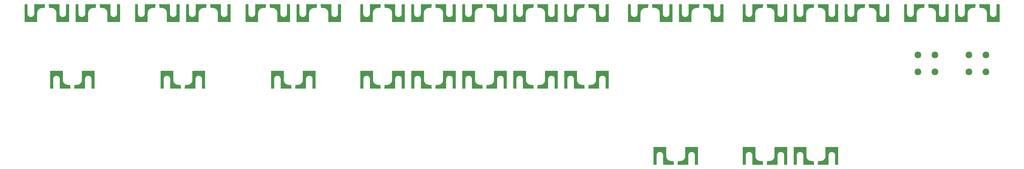
<source format=gbr>
G04 #@! TF.GenerationSoftware,KiCad,Pcbnew,(5.1.2)-2*
G04 #@! TF.CreationDate,2019-08-10T23:44:24-05:00*
G04 #@! TF.ProjectId,front_end,66726f6e-745f-4656-9e64-2e6b69636164,rev?*
G04 #@! TF.SameCoordinates,Original*
G04 #@! TF.FileFunction,Soldermask,Bot*
G04 #@! TF.FilePolarity,Negative*
%FSLAX46Y46*%
G04 Gerber Fmt 4.6, Leading zero omitted, Abs format (unit mm)*
G04 Created by KiCad (PCBNEW (5.1.2)-2) date 2019-08-10 23:44:24*
%MOMM*%
%LPD*%
G04 APERTURE LIST*
%ADD10C,0.100000*%
G04 APERTURE END LIST*
D10*
G36*
X302534099Y-145778137D02*
G01*
X302543708Y-145781052D01*
X302552572Y-145785790D01*
X302560337Y-145792163D01*
X302566710Y-145799928D01*
X302571448Y-145808792D01*
X302574363Y-145818401D01*
X302575952Y-145834540D01*
X302575952Y-151047260D01*
X302574363Y-151063399D01*
X302571448Y-151073008D01*
X302566710Y-151081872D01*
X302560337Y-151089637D01*
X302552572Y-151096010D01*
X302543708Y-151100748D01*
X302534099Y-151103663D01*
X302517960Y-151105252D01*
X301730240Y-151105252D01*
X301714101Y-151103663D01*
X301704492Y-151100748D01*
X301695628Y-151096010D01*
X301687863Y-151089637D01*
X301681490Y-151081872D01*
X301676752Y-151073008D01*
X301673837Y-151063399D01*
X301672248Y-151047260D01*
X301672248Y-148234846D01*
X301672247Y-148234354D01*
X301672207Y-148224190D01*
X301672188Y-148222450D01*
X301671925Y-148207724D01*
X301671870Y-148205617D01*
X301671366Y-148191105D01*
X301671276Y-148189024D01*
X301670534Y-148174596D01*
X301670408Y-148172496D01*
X301669420Y-148158034D01*
X301669260Y-148155945D01*
X301668030Y-148141505D01*
X301667836Y-148139428D01*
X301666364Y-148124999D01*
X301666133Y-148122916D01*
X301664422Y-148108536D01*
X301664157Y-148106456D01*
X301662209Y-148092136D01*
X301661909Y-148090057D01*
X301659708Y-148075689D01*
X301659374Y-148073626D01*
X301656945Y-148059367D01*
X301656575Y-148057302D01*
X301653905Y-148043075D01*
X301653503Y-148041027D01*
X301650581Y-148026774D01*
X301650143Y-148024725D01*
X301647013Y-148010660D01*
X301646539Y-148008610D01*
X301643141Y-147994468D01*
X301642636Y-147992441D01*
X301639017Y-147978415D01*
X301638476Y-147976390D01*
X301634629Y-147962451D01*
X301634056Y-147960441D01*
X301629949Y-147946475D01*
X301629342Y-147944472D01*
X301625044Y-147930712D01*
X301624398Y-147928705D01*
X301619832Y-147914909D01*
X301619161Y-147912934D01*
X301614379Y-147899255D01*
X301613674Y-147897292D01*
X301608673Y-147883718D01*
X301607925Y-147881741D01*
X301602695Y-147868253D01*
X301601925Y-147866315D01*
X301596443Y-147852848D01*
X301595641Y-147850923D01*
X301589978Y-147837650D01*
X301589136Y-147835722D01*
X301583187Y-147822404D01*
X301582315Y-147820496D01*
X301576227Y-147807459D01*
X301575327Y-147805571D01*
X301568957Y-147792505D01*
X301568024Y-147790632D01*
X301561468Y-147777737D01*
X301560504Y-147775880D01*
X301553718Y-147763068D01*
X301552719Y-147761220D01*
X301545717Y-147748521D01*
X301544691Y-147746696D01*
X301537463Y-147734091D01*
X301536411Y-147732290D01*
X301529039Y-147719917D01*
X301527940Y-147718108D01*
X301520257Y-147705696D01*
X301519154Y-147703946D01*
X301511392Y-147691858D01*
X301510235Y-147690091D01*
X301502138Y-147677938D01*
X301500967Y-147676211D01*
X301492783Y-147664361D01*
X301491576Y-147662644D01*
X301483119Y-147650828D01*
X301481887Y-147649137D01*
X301473263Y-147637504D01*
X301471998Y-147635827D01*
X301463190Y-147624354D01*
X301461902Y-147622706D01*
X301452858Y-147611325D01*
X301451546Y-147609701D01*
X301442371Y-147598543D01*
X301441025Y-147596935D01*
X301431605Y-147585863D01*
X301430233Y-147584277D01*
X301420673Y-147573415D01*
X301419275Y-147571853D01*
X301409518Y-147561135D01*
X301408097Y-147559600D01*
X301398165Y-147549050D01*
X301396711Y-147547531D01*
X301386613Y-147537160D01*
X301385143Y-147535676D01*
X301374869Y-147525471D01*
X301373370Y-147524007D01*
X301362908Y-147513958D01*
X301361392Y-147512526D01*
X301350780Y-147502668D01*
X301349219Y-147501242D01*
X301338473Y-147491593D01*
X301336918Y-147490220D01*
X301325909Y-147480660D01*
X301324306Y-147479291D01*
X301313253Y-147470015D01*
X301311638Y-147468683D01*
X301300390Y-147459560D01*
X301298754Y-147458256D01*
X301287307Y-147449285D01*
X301285652Y-147448010D01*
X301274143Y-147439297D01*
X301272454Y-147438040D01*
X301260730Y-147429471D01*
X301259042Y-147428259D01*
X301247214Y-147419912D01*
X301245481Y-147418711D01*
X301233504Y-147410558D01*
X301231763Y-147409393D01*
X301219665Y-147401451D01*
X301217903Y-147400316D01*
X301205604Y-147392534D01*
X301203830Y-147391432D01*
X301191492Y-147383911D01*
X301189693Y-147382835D01*
X301177183Y-147375494D01*
X301175371Y-147374451D01*
X301162805Y-147367357D01*
X301160969Y-147366341D01*
X301148201Y-147359413D01*
X301146349Y-147358428D01*
X301133472Y-147351718D01*
X301131610Y-147350767D01*
X301118718Y-147344321D01*
X301116829Y-147343397D01*
X301103672Y-147337093D01*
X301101789Y-147336210D01*
X301088669Y-147330190D01*
X301086748Y-147329328D01*
X301073490Y-147323513D01*
X301071563Y-147322687D01*
X301058209Y-147317095D01*
X301056277Y-147316305D01*
X301042782Y-147310917D01*
X301040825Y-147310154D01*
X301027298Y-147305015D01*
X301025343Y-147304291D01*
X301011723Y-147299375D01*
X301009738Y-147298678D01*
X300995970Y-147293969D01*
X300993981Y-147293307D01*
X300980264Y-147288871D01*
X300978276Y-147288246D01*
X300964378Y-147284006D01*
X300962350Y-147283406D01*
X300948453Y-147279422D01*
X300946452Y-147278866D01*
X300932437Y-147275099D01*
X300930401Y-147274571D01*
X300916371Y-147271052D01*
X300914341Y-147270560D01*
X300900186Y-147267260D01*
X300898141Y-147266802D01*
X300884026Y-147263760D01*
X300881975Y-147263336D01*
X300867721Y-147260513D01*
X300865660Y-147260122D01*
X300851418Y-147257549D01*
X300849358Y-147257195D01*
X300835078Y-147254861D01*
X300833005Y-147254540D01*
X300818681Y-147252445D01*
X300816609Y-147252160D01*
X300802167Y-147250294D01*
X300800078Y-147250042D01*
X300785720Y-147248432D01*
X300783646Y-147248216D01*
X300769245Y-147246844D01*
X300767157Y-147246663D01*
X300752676Y-147245528D01*
X300750587Y-147245382D01*
X300736157Y-147244494D01*
X300734052Y-147244382D01*
X300719554Y-147243735D01*
X300717482Y-147243660D01*
X300702993Y-147243254D01*
X300700889Y-147243213D01*
X300686398Y-147243051D01*
X300684292Y-147243045D01*
X300669840Y-147243127D01*
X300667760Y-147243156D01*
X300653243Y-147243480D01*
X300651145Y-147243545D01*
X300636680Y-147244111D01*
X300634583Y-147244210D01*
X300620090Y-147245021D01*
X300618006Y-147245155D01*
X300603584Y-147246204D01*
X300601494Y-147246374D01*
X300587067Y-147247667D01*
X300584989Y-147247871D01*
X300570565Y-147249407D01*
X300568480Y-147249647D01*
X300554108Y-147251422D01*
X300552028Y-147251696D01*
X300537637Y-147253719D01*
X300535571Y-147254027D01*
X300521281Y-147256280D01*
X300519209Y-147256625D01*
X300504986Y-147259113D01*
X300502927Y-147259491D01*
X300488617Y-147262242D01*
X300486560Y-147262655D01*
X300472440Y-147265616D01*
X300470400Y-147266062D01*
X300456281Y-147269270D01*
X300454238Y-147269752D01*
X300440116Y-147273211D01*
X300438085Y-147273727D01*
X300424104Y-147277401D01*
X300422087Y-147277949D01*
X300408149Y-147281862D01*
X300406136Y-147282445D01*
X300392229Y-147286602D01*
X300390223Y-147287220D01*
X300376419Y-147291600D01*
X300374430Y-147292249D01*
X300360649Y-147296877D01*
X300358674Y-147297559D01*
X300345059Y-147302386D01*
X300343088Y-147303104D01*
X300329558Y-147308158D01*
X300327597Y-147308909D01*
X300314061Y-147314226D01*
X300312119Y-147315008D01*
X300298698Y-147320541D01*
X300296774Y-147321352D01*
X300283527Y-147327074D01*
X300281608Y-147327923D01*
X300268363Y-147333910D01*
X300266453Y-147334792D01*
X300253389Y-147340964D01*
X300251514Y-147341869D01*
X300238483Y-147348293D01*
X300236605Y-147349239D01*
X300223743Y-147355851D01*
X300221894Y-147356821D01*
X300209116Y-147363662D01*
X300207279Y-147364666D01*
X300194594Y-147371733D01*
X300192768Y-147372770D01*
X300180297Y-147379995D01*
X300178492Y-147381061D01*
X300165998Y-147388582D01*
X300164219Y-147389673D01*
X300151965Y-147397331D01*
X300150192Y-147398460D01*
X300138053Y-147406333D01*
X300136311Y-147407484D01*
X300124272Y-147415581D01*
X300122533Y-147416772D01*
X300110668Y-147425046D01*
X300108970Y-147426251D01*
X300097209Y-147434747D01*
X300095521Y-147435988D01*
X300083924Y-147444665D01*
X300082255Y-147445936D01*
X300070789Y-147454819D01*
X300069142Y-147456117D01*
X300057828Y-147465190D01*
X300056204Y-147466515D01*
X300045078Y-147475748D01*
X300043478Y-147477099D01*
X300032456Y-147486562D01*
X300030882Y-147487936D01*
X300020068Y-147497539D01*
X300018510Y-147498946D01*
X300007845Y-147508742D01*
X300006321Y-147510165D01*
X299995815Y-147520143D01*
X299994302Y-147521604D01*
X299983979Y-147531744D01*
X299982495Y-147533227D01*
X299972303Y-147543580D01*
X299970850Y-147545081D01*
X299960859Y-147555575D01*
X299959424Y-147557107D01*
X299949599Y-147567780D01*
X299948197Y-147569330D01*
X299938613Y-147580097D01*
X299937230Y-147581677D01*
X299927759Y-147592684D01*
X299926412Y-147594276D01*
X299917103Y-147605467D01*
X299915771Y-147607095D01*
X299906757Y-147618310D01*
X299905461Y-147619951D01*
X299896518Y-147631467D01*
X299895247Y-147633133D01*
X299886584Y-147644683D01*
X299885339Y-147646372D01*
X299876847Y-147658099D01*
X299875638Y-147659798D01*
X299867303Y-147671722D01*
X299866114Y-147673453D01*
X299858030Y-147685442D01*
X299856871Y-147687193D01*
X299848985Y-147699323D01*
X299847859Y-147701087D01*
X299840188Y-147713330D01*
X299839093Y-147715112D01*
X299831562Y-147727591D01*
X299830491Y-147729398D01*
X299823238Y-147741886D01*
X299822207Y-147743697D01*
X299815142Y-147756342D01*
X299814134Y-147758183D01*
X299807271Y-147770966D01*
X299806294Y-147772821D01*
X299799630Y-147785749D01*
X299798687Y-147787617D01*
X299792311Y-147800512D01*
X299791398Y-147802399D01*
X299785162Y-147815562D01*
X299784282Y-147817460D01*
X299778309Y-147830633D01*
X299777458Y-147832552D01*
X299771700Y-147845840D01*
X299770884Y-147847768D01*
X299765345Y-147861161D01*
X299764561Y-147863102D01*
X299759234Y-147876619D01*
X299758481Y-147878578D01*
X299753422Y-147892075D01*
X299752704Y-147894039D01*
X299747828Y-147907741D01*
X299747144Y-147909717D01*
X299742520Y-147923433D01*
X299741865Y-147925429D01*
X299737482Y-147939190D01*
X299736864Y-147941189D01*
X299732685Y-147955111D01*
X299732101Y-147957118D01*
X299728165Y-147971074D01*
X299727611Y-147973103D01*
X299723913Y-147987113D01*
X299723397Y-147989138D01*
X299719935Y-148003203D01*
X299719452Y-148005239D01*
X299716227Y-148019355D01*
X299715777Y-148021403D01*
X299712779Y-148035620D01*
X299712364Y-148037672D01*
X299709626Y-148051826D01*
X299709245Y-148053888D01*
X299706723Y-148068210D01*
X299706377Y-148070278D01*
X299704107Y-148084568D01*
X299703795Y-148086641D01*
X299701767Y-148100953D01*
X299701491Y-148103028D01*
X299699691Y-148117468D01*
X299699450Y-148119543D01*
X299697903Y-148133905D01*
X299697696Y-148135987D01*
X299696381Y-148150467D01*
X299696208Y-148152568D01*
X299695145Y-148166965D01*
X299695009Y-148169044D01*
X299694180Y-148183565D01*
X299694078Y-148185661D01*
X299693497Y-148200091D01*
X299693431Y-148202179D01*
X299693090Y-148216667D01*
X299693058Y-148218771D01*
X299692955Y-148234152D01*
X299692952Y-148234989D01*
X299692952Y-151047260D01*
X299691363Y-151063399D01*
X299688448Y-151073008D01*
X299683710Y-151081872D01*
X299677337Y-151089637D01*
X299669572Y-151096010D01*
X299660708Y-151100748D01*
X299651099Y-151103663D01*
X299634960Y-151105252D01*
X296533240Y-151105252D01*
X296517101Y-151103663D01*
X296507492Y-151100748D01*
X296498628Y-151096010D01*
X296490863Y-151089637D01*
X296484490Y-151081872D01*
X296479752Y-151073008D01*
X296477550Y-151065748D01*
X296477550Y-151065745D01*
X296476838Y-151063398D01*
X296476007Y-151049427D01*
X296476332Y-151045251D01*
X296476069Y-151040831D01*
X296553928Y-150039507D01*
X296555006Y-150033436D01*
X296555007Y-150033427D01*
X296556764Y-150023536D01*
X296560417Y-150014177D01*
X296560417Y-150014176D01*
X296565825Y-150005711D01*
X296572780Y-149998464D01*
X296581016Y-149992712D01*
X296581816Y-149992361D01*
X296590218Y-149988676D01*
X296604121Y-149986191D01*
X296608422Y-149986025D01*
X296612741Y-149985253D01*
X297249886Y-149960634D01*
X297254326Y-149960548D01*
X297265900Y-149960548D01*
X297273240Y-149960332D01*
X297283214Y-149959745D01*
X297289931Y-149959548D01*
X297300900Y-149959548D01*
X297308240Y-149959332D01*
X297319877Y-149958647D01*
X297319877Y-149958648D01*
X297320270Y-149958625D01*
X297337972Y-149957642D01*
X297338378Y-149957618D01*
X297371877Y-149955647D01*
X297371877Y-149955648D01*
X297372452Y-149955615D01*
X297372452Y-149955614D01*
X297384785Y-149954929D01*
X297392453Y-149954266D01*
X297420701Y-149950943D01*
X297421711Y-149950828D01*
X297438717Y-149948938D01*
X297439520Y-149948847D01*
X297468825Y-149945399D01*
X297474765Y-149944555D01*
X297487763Y-149942389D01*
X297488939Y-149942187D01*
X297551171Y-149931205D01*
X297558079Y-149929784D01*
X297569910Y-149927000D01*
X297571254Y-149926693D01*
X297587491Y-149923084D01*
X297592445Y-149922098D01*
X297603170Y-149920205D01*
X297610091Y-149918781D01*
X297616055Y-149917377D01*
X297624689Y-149915015D01*
X297632484Y-149912580D01*
X297640415Y-149910410D01*
X297650493Y-149908039D01*
X297657134Y-149906283D01*
X297702038Y-149893076D01*
X297704053Y-149892465D01*
X297718202Y-149888043D01*
X297719976Y-149887505D01*
X297730298Y-149884469D01*
X297738908Y-149881593D01*
X297748266Y-149878084D01*
X297750483Y-149877277D01*
X297765215Y-149872078D01*
X297767505Y-149871245D01*
X297781292Y-149866075D01*
X297783483Y-149865277D01*
X297798215Y-149860078D01*
X297800507Y-149859244D01*
X297826468Y-149849508D01*
X297832677Y-149846988D01*
X297904165Y-149815712D01*
X297909963Y-149812996D01*
X297937145Y-149799405D01*
X297939950Y-149798050D01*
X297952012Y-149792421D01*
X297955053Y-149790952D01*
X297962837Y-149787060D01*
X297971247Y-149782443D01*
X297979078Y-149777744D01*
X297984080Y-149774912D01*
X297995954Y-149768579D01*
X297998411Y-149767233D01*
X298012096Y-149759535D01*
X298014329Y-149758312D01*
X298024769Y-149752744D01*
X298030257Y-149749637D01*
X298054064Y-149735353D01*
X298057349Y-149733312D01*
X298067830Y-149726574D01*
X298069571Y-149725434D01*
X298082089Y-149717089D01*
X298086680Y-149714184D01*
X298094353Y-149709580D01*
X298102698Y-149704108D01*
X298110118Y-149698808D01*
X298113194Y-149696685D01*
X298124947Y-149688850D01*
X298128264Y-149686561D01*
X298164688Y-149660544D01*
X298169262Y-149657116D01*
X298178933Y-149649517D01*
X298183129Y-149646372D01*
X298192687Y-149639545D01*
X298197261Y-149636117D01*
X298205521Y-149629627D01*
X298209037Y-149626760D01*
X298218761Y-149618532D01*
X298221923Y-149615954D01*
X298232520Y-149607628D01*
X298236037Y-149604760D01*
X298246282Y-149596091D01*
X298246887Y-149595575D01*
X298260127Y-149584227D01*
X298260984Y-149583496D01*
X298270692Y-149575282D01*
X298274736Y-149571708D01*
X298295330Y-149552698D01*
X298298933Y-149549237D01*
X298307567Y-149540603D01*
X298310849Y-149537450D01*
X298320329Y-149528699D01*
X298323933Y-149525237D01*
X298332567Y-149516603D01*
X298335852Y-149513447D01*
X298342732Y-149507096D01*
X298349796Y-149500032D01*
X298356147Y-149493152D01*
X298359303Y-149489867D01*
X298367937Y-149481233D01*
X298371398Y-149477630D01*
X298390408Y-149457036D01*
X298393982Y-149452992D01*
X298401645Y-149443936D01*
X298404903Y-149440249D01*
X298413408Y-149431036D01*
X298416982Y-149426993D01*
X298423461Y-149419336D01*
X298426328Y-149415820D01*
X298434654Y-149405223D01*
X298437232Y-149402061D01*
X298445460Y-149392337D01*
X298448327Y-149388821D01*
X298467648Y-149364231D01*
X298470251Y-149361037D01*
X298475830Y-149354444D01*
X298482122Y-149346359D01*
X298486260Y-149340566D01*
X298488550Y-149337247D01*
X298495593Y-149326683D01*
X298500842Y-149319438D01*
X298507816Y-149310562D01*
X298511246Y-149305986D01*
X298516400Y-149298770D01*
X298519828Y-149293713D01*
X298526219Y-149283772D01*
X298527252Y-149282194D01*
X298534626Y-149271133D01*
X298537807Y-149266107D01*
X298543355Y-149256860D01*
X298548362Y-149249222D01*
X298552808Y-149242998D01*
X298558279Y-149234654D01*
X298587143Y-149186547D01*
X298591760Y-149178137D01*
X298596374Y-149168908D01*
X298597740Y-149166264D01*
X298604603Y-149153395D01*
X298607444Y-149148378D01*
X298612143Y-149140547D01*
X298616760Y-149132137D01*
X298620652Y-149124353D01*
X298622121Y-149121312D01*
X298627750Y-149109250D01*
X298629090Y-149106477D01*
X298642696Y-149079266D01*
X298645413Y-149073465D01*
X298669689Y-149017977D01*
X298672212Y-149011761D01*
X298675964Y-149001756D01*
X298678264Y-148996090D01*
X298682687Y-148985981D01*
X298685212Y-148979761D01*
X298688947Y-148969800D01*
X298689778Y-148967515D01*
X298694977Y-148952783D01*
X298695775Y-148950592D01*
X298700945Y-148936805D01*
X298701778Y-148934516D01*
X298706134Y-148922174D01*
X298707570Y-148917855D01*
X298711255Y-148906063D01*
X298712585Y-148902064D01*
X298717134Y-148889175D01*
X298718570Y-148884856D01*
X298722165Y-148873352D01*
X298722776Y-148871338D01*
X298730983Y-148843434D01*
X298732739Y-148836793D01*
X298735233Y-148826195D01*
X298736832Y-148820149D01*
X298739983Y-148809435D01*
X298741739Y-148802794D01*
X298755484Y-148744378D01*
X298756905Y-148737470D01*
X298758729Y-148727136D01*
X298760031Y-148720803D01*
X298762484Y-148710379D01*
X298763905Y-148703471D01*
X298768054Y-148679960D01*
X298769192Y-148672040D01*
X298770345Y-148661659D01*
X298771387Y-148654407D01*
X298773152Y-148644402D01*
X298774197Y-148637291D01*
X298777547Y-148608820D01*
X298777638Y-148608017D01*
X298779528Y-148591011D01*
X298779657Y-148589878D01*
X298782966Y-148561753D01*
X298783629Y-148554085D01*
X298784314Y-148541752D01*
X298784315Y-148541752D01*
X298784348Y-148541177D01*
X298784347Y-148541177D01*
X298785318Y-148524678D01*
X298785342Y-148524272D01*
X298786315Y-148506752D01*
X298786348Y-148506177D01*
X298786347Y-148506177D01*
X298787318Y-148489678D01*
X298787342Y-148489272D01*
X298788056Y-148476420D01*
X298788248Y-148469486D01*
X298788248Y-148459231D01*
X298788445Y-148452514D01*
X298789032Y-148442540D01*
X298789248Y-148435200D01*
X298789248Y-145834540D01*
X298790837Y-145818401D01*
X298793752Y-145808792D01*
X298798490Y-145799928D01*
X298804863Y-145792163D01*
X298812628Y-145785790D01*
X298821492Y-145781052D01*
X298831101Y-145778137D01*
X298847240Y-145776548D01*
X302517960Y-145776548D01*
X302534099Y-145778137D01*
X302534099Y-145778137D01*
G37*
G36*
X293009099Y-145778137D02*
G01*
X293018708Y-145781052D01*
X293027572Y-145785790D01*
X293035337Y-145792163D01*
X293041710Y-145799928D01*
X293046448Y-145808792D01*
X293049363Y-145818401D01*
X293050952Y-145834540D01*
X293050952Y-148435200D01*
X293051168Y-148442540D01*
X293051755Y-148452514D01*
X293051952Y-148459231D01*
X293051952Y-148469486D01*
X293052144Y-148476420D01*
X293052858Y-148489272D01*
X293052882Y-148489678D01*
X293053853Y-148506177D01*
X293053852Y-148506177D01*
X293053872Y-148506524D01*
X293054858Y-148524272D01*
X293054882Y-148524678D01*
X293055853Y-148541177D01*
X293055852Y-148541177D01*
X293055885Y-148541752D01*
X293055886Y-148541752D01*
X293056571Y-148554085D01*
X293057234Y-148561753D01*
X293060543Y-148589878D01*
X293060672Y-148591011D01*
X293062562Y-148608017D01*
X293062653Y-148608820D01*
X293066003Y-148637291D01*
X293067048Y-148644402D01*
X293068813Y-148654407D01*
X293069855Y-148661659D01*
X293071008Y-148672040D01*
X293072146Y-148679960D01*
X293076295Y-148703471D01*
X293077716Y-148710379D01*
X293080169Y-148720803D01*
X293081471Y-148727136D01*
X293083295Y-148737470D01*
X293084716Y-148744378D01*
X293098461Y-148802794D01*
X293100217Y-148809435D01*
X293103368Y-148820149D01*
X293104967Y-148826195D01*
X293107461Y-148836793D01*
X293109217Y-148843434D01*
X293117424Y-148871338D01*
X293118035Y-148873352D01*
X293121630Y-148884856D01*
X293123066Y-148889175D01*
X293127615Y-148902064D01*
X293128945Y-148906063D01*
X293132630Y-148917855D01*
X293134066Y-148922174D01*
X293138422Y-148934516D01*
X293139255Y-148936805D01*
X293144425Y-148950592D01*
X293145223Y-148952783D01*
X293150422Y-148967515D01*
X293151257Y-148969811D01*
X293154993Y-148979772D01*
X293157510Y-148985973D01*
X293161941Y-148996102D01*
X293164233Y-149001748D01*
X293167992Y-149011770D01*
X293170512Y-149017977D01*
X293194788Y-149073465D01*
X293197504Y-149079263D01*
X293211095Y-149106445D01*
X293212450Y-149109250D01*
X293218079Y-149121312D01*
X293219548Y-149124353D01*
X293223440Y-149132137D01*
X293228057Y-149140547D01*
X293232756Y-149148378D01*
X293235597Y-149153395D01*
X293242460Y-149166264D01*
X293243826Y-149168908D01*
X293248440Y-149178137D01*
X293253057Y-149186548D01*
X293281922Y-149234656D01*
X293287391Y-149242997D01*
X293291843Y-149249230D01*
X293296845Y-149256860D01*
X293302393Y-149266107D01*
X293305574Y-149271133D01*
X293312948Y-149282194D01*
X293313981Y-149283772D01*
X293320372Y-149293713D01*
X293323800Y-149298770D01*
X293328954Y-149305986D01*
X293332384Y-149310562D01*
X293339358Y-149319438D01*
X293344607Y-149326683D01*
X293351650Y-149337247D01*
X293353940Y-149340566D01*
X293358078Y-149346359D01*
X293364370Y-149354444D01*
X293369949Y-149361037D01*
X293372552Y-149364231D01*
X293391873Y-149388821D01*
X293394740Y-149392337D01*
X293402968Y-149402061D01*
X293405546Y-149405223D01*
X293413872Y-149415820D01*
X293416739Y-149419336D01*
X293423218Y-149426993D01*
X293426792Y-149431036D01*
X293435297Y-149440249D01*
X293438555Y-149443936D01*
X293446218Y-149452992D01*
X293449792Y-149457036D01*
X293468802Y-149477630D01*
X293472263Y-149481233D01*
X293480897Y-149489867D01*
X293484053Y-149493152D01*
X293490404Y-149500032D01*
X293497468Y-149507096D01*
X293504348Y-149513447D01*
X293507633Y-149516603D01*
X293516267Y-149525237D01*
X293519871Y-149528699D01*
X293529351Y-149537450D01*
X293532633Y-149540603D01*
X293541267Y-149549237D01*
X293544870Y-149552698D01*
X293565464Y-149571708D01*
X293569508Y-149575282D01*
X293579216Y-149583496D01*
X293580073Y-149584227D01*
X293593313Y-149595575D01*
X293593918Y-149596091D01*
X293604163Y-149604760D01*
X293607680Y-149607628D01*
X293618277Y-149615954D01*
X293621439Y-149618532D01*
X293631163Y-149626760D01*
X293634679Y-149629627D01*
X293642939Y-149636117D01*
X293647513Y-149639545D01*
X293657071Y-149646372D01*
X293661267Y-149649517D01*
X293670938Y-149657116D01*
X293675512Y-149660544D01*
X293711936Y-149686561D01*
X293715253Y-149688850D01*
X293727006Y-149696685D01*
X293730059Y-149698792D01*
X293737503Y-149704109D01*
X293745843Y-149709577D01*
X293753512Y-149714179D01*
X293758111Y-149717089D01*
X293770629Y-149725434D01*
X293772370Y-149726574D01*
X293782851Y-149733312D01*
X293786136Y-149735353D01*
X293809943Y-149749637D01*
X293815431Y-149752744D01*
X293825871Y-149758312D01*
X293828104Y-149759535D01*
X293841789Y-149767233D01*
X293844246Y-149768579D01*
X293856120Y-149774912D01*
X293861122Y-149777744D01*
X293868953Y-149782443D01*
X293877363Y-149787060D01*
X293885147Y-149790952D01*
X293888188Y-149792421D01*
X293900250Y-149798050D01*
X293903055Y-149799405D01*
X293930237Y-149812996D01*
X293936034Y-149815711D01*
X294007522Y-149846988D01*
X294013736Y-149849511D01*
X294039697Y-149859246D01*
X294041985Y-149860078D01*
X294056717Y-149865277D01*
X294058908Y-149866075D01*
X294072695Y-149871245D01*
X294074985Y-149872078D01*
X294089717Y-149877277D01*
X294091934Y-149878084D01*
X294101292Y-149881593D01*
X294109902Y-149884469D01*
X294120224Y-149887505D01*
X294121998Y-149888043D01*
X294136147Y-149892465D01*
X294138162Y-149893076D01*
X294183066Y-149906283D01*
X294189707Y-149908039D01*
X294199785Y-149910410D01*
X294207716Y-149912580D01*
X294215511Y-149915015D01*
X294224145Y-149917377D01*
X294230109Y-149918781D01*
X294237030Y-149920205D01*
X294247755Y-149922098D01*
X294252709Y-149923084D01*
X294268946Y-149926693D01*
X294270290Y-149927000D01*
X294282121Y-149929784D01*
X294289029Y-149931205D01*
X294351261Y-149942187D01*
X294352437Y-149942389D01*
X294365435Y-149944555D01*
X294371375Y-149945399D01*
X294400680Y-149948847D01*
X294401483Y-149948938D01*
X294418489Y-149950828D01*
X294419499Y-149950943D01*
X294447747Y-149954266D01*
X294455415Y-149954929D01*
X294467748Y-149955614D01*
X294467748Y-149955615D01*
X294468323Y-149955648D01*
X294468323Y-149955647D01*
X294501822Y-149957618D01*
X294502228Y-149957642D01*
X294519930Y-149958625D01*
X294520323Y-149958648D01*
X294520323Y-149958647D01*
X294531960Y-149959332D01*
X294539300Y-149959548D01*
X294550269Y-149959548D01*
X294556986Y-149959745D01*
X294566960Y-149960332D01*
X294574300Y-149960548D01*
X294585874Y-149960548D01*
X294590314Y-149960634D01*
X295229968Y-149985350D01*
X295236077Y-149986191D01*
X295236079Y-149986191D01*
X295246031Y-149987561D01*
X295255525Y-149990846D01*
X295258711Y-149992711D01*
X295264196Y-149995921D01*
X295270314Y-150001351D01*
X295271709Y-150002589D01*
X295277778Y-150010595D01*
X295282168Y-150019631D01*
X295285193Y-150033427D01*
X295285526Y-150037715D01*
X295286467Y-150042005D01*
X295364320Y-151043255D01*
X295364193Y-151049426D01*
X295364193Y-151049427D01*
X295364089Y-151054450D01*
X295363986Y-151059474D01*
X295361826Y-151069277D01*
X295361824Y-151069281D01*
X295361824Y-151069282D01*
X295357789Y-151078482D01*
X295357788Y-151078484D01*
X295352036Y-151086720D01*
X295344789Y-151093675D01*
X295336324Y-151099083D01*
X295332057Y-151100748D01*
X295326964Y-151102736D01*
X295313100Y-151104647D01*
X295308915Y-151104647D01*
X295304526Y-151105252D01*
X292205240Y-151105252D01*
X292189101Y-151103663D01*
X292179492Y-151100748D01*
X292170628Y-151096010D01*
X292162863Y-151089637D01*
X292156490Y-151081872D01*
X292151752Y-151073008D01*
X292148837Y-151063399D01*
X292147248Y-151047260D01*
X292147248Y-148234846D01*
X292147247Y-148234354D01*
X292147207Y-148224190D01*
X292147188Y-148222450D01*
X292146925Y-148207724D01*
X292146870Y-148205617D01*
X292146366Y-148191105D01*
X292146276Y-148189024D01*
X292145534Y-148174596D01*
X292145408Y-148172496D01*
X292144420Y-148158034D01*
X292144260Y-148155945D01*
X292143030Y-148141505D01*
X292142836Y-148139428D01*
X292141364Y-148124999D01*
X292141133Y-148122916D01*
X292139422Y-148108536D01*
X292139157Y-148106456D01*
X292137209Y-148092136D01*
X292136909Y-148090057D01*
X292134708Y-148075689D01*
X292134374Y-148073626D01*
X292131945Y-148059367D01*
X292131575Y-148057302D01*
X292128905Y-148043075D01*
X292128503Y-148041027D01*
X292125581Y-148026774D01*
X292125143Y-148024725D01*
X292122013Y-148010660D01*
X292121539Y-148008610D01*
X292118141Y-147994468D01*
X292117636Y-147992441D01*
X292114017Y-147978415D01*
X292113476Y-147976390D01*
X292109629Y-147962451D01*
X292109056Y-147960441D01*
X292104949Y-147946475D01*
X292104342Y-147944472D01*
X292100044Y-147930712D01*
X292099398Y-147928705D01*
X292094832Y-147914909D01*
X292094161Y-147912934D01*
X292089379Y-147899255D01*
X292088674Y-147897292D01*
X292083673Y-147883718D01*
X292082925Y-147881741D01*
X292077695Y-147868253D01*
X292076925Y-147866315D01*
X292071443Y-147852848D01*
X292070641Y-147850923D01*
X292064978Y-147837650D01*
X292064136Y-147835722D01*
X292058187Y-147822404D01*
X292057315Y-147820496D01*
X292051227Y-147807459D01*
X292050327Y-147805571D01*
X292043957Y-147792505D01*
X292043024Y-147790632D01*
X292036468Y-147777737D01*
X292035504Y-147775880D01*
X292028718Y-147763068D01*
X292027719Y-147761220D01*
X292020717Y-147748521D01*
X292019691Y-147746696D01*
X292012463Y-147734091D01*
X292011411Y-147732290D01*
X292004039Y-147719917D01*
X292002940Y-147718108D01*
X291995257Y-147705696D01*
X291994154Y-147703946D01*
X291986392Y-147691858D01*
X291985235Y-147690091D01*
X291977138Y-147677938D01*
X291975967Y-147676211D01*
X291967783Y-147664361D01*
X291966576Y-147662644D01*
X291958119Y-147650828D01*
X291956887Y-147649137D01*
X291948263Y-147637504D01*
X291946998Y-147635827D01*
X291938190Y-147624354D01*
X291936902Y-147622706D01*
X291927858Y-147611325D01*
X291926546Y-147609701D01*
X291917371Y-147598543D01*
X291916025Y-147596935D01*
X291906605Y-147585863D01*
X291905233Y-147584277D01*
X291895673Y-147573415D01*
X291894275Y-147571853D01*
X291884518Y-147561135D01*
X291883097Y-147559600D01*
X291873165Y-147549050D01*
X291871711Y-147547531D01*
X291861613Y-147537160D01*
X291860143Y-147535676D01*
X291849869Y-147525471D01*
X291848370Y-147524007D01*
X291837908Y-147513958D01*
X291836392Y-147512526D01*
X291825780Y-147502668D01*
X291824219Y-147501242D01*
X291813473Y-147491593D01*
X291811918Y-147490220D01*
X291800909Y-147480660D01*
X291799306Y-147479291D01*
X291788253Y-147470015D01*
X291786638Y-147468683D01*
X291775390Y-147459560D01*
X291773754Y-147458256D01*
X291762307Y-147449285D01*
X291760652Y-147448010D01*
X291749143Y-147439297D01*
X291747454Y-147438040D01*
X291735730Y-147429471D01*
X291734042Y-147428259D01*
X291722214Y-147419912D01*
X291720481Y-147418711D01*
X291708504Y-147410558D01*
X291706763Y-147409393D01*
X291694665Y-147401451D01*
X291692903Y-147400316D01*
X291680604Y-147392534D01*
X291678830Y-147391432D01*
X291666492Y-147383911D01*
X291664693Y-147382835D01*
X291652183Y-147375494D01*
X291650371Y-147374451D01*
X291637805Y-147367357D01*
X291635969Y-147366341D01*
X291623201Y-147359413D01*
X291621349Y-147358428D01*
X291608472Y-147351718D01*
X291606610Y-147350767D01*
X291593718Y-147344321D01*
X291591829Y-147343397D01*
X291578672Y-147337093D01*
X291576789Y-147336210D01*
X291563669Y-147330190D01*
X291561748Y-147329328D01*
X291548490Y-147323513D01*
X291546563Y-147322687D01*
X291533209Y-147317095D01*
X291531277Y-147316305D01*
X291517782Y-147310917D01*
X291515825Y-147310154D01*
X291502298Y-147305015D01*
X291500343Y-147304291D01*
X291486723Y-147299375D01*
X291484738Y-147298678D01*
X291470970Y-147293969D01*
X291468981Y-147293307D01*
X291455264Y-147288871D01*
X291453276Y-147288246D01*
X291439378Y-147284006D01*
X291437350Y-147283406D01*
X291423453Y-147279422D01*
X291421452Y-147278866D01*
X291407437Y-147275099D01*
X291405401Y-147274571D01*
X291391371Y-147271052D01*
X291389341Y-147270560D01*
X291375186Y-147267260D01*
X291373141Y-147266802D01*
X291359026Y-147263760D01*
X291356975Y-147263336D01*
X291342721Y-147260513D01*
X291340660Y-147260122D01*
X291326418Y-147257549D01*
X291324358Y-147257195D01*
X291310078Y-147254861D01*
X291308005Y-147254540D01*
X291293681Y-147252445D01*
X291291609Y-147252160D01*
X291277167Y-147250294D01*
X291275078Y-147250042D01*
X291260720Y-147248432D01*
X291258646Y-147248216D01*
X291244245Y-147246844D01*
X291242157Y-147246663D01*
X291227676Y-147245528D01*
X291225587Y-147245382D01*
X291211157Y-147244494D01*
X291209052Y-147244382D01*
X291194554Y-147243735D01*
X291192482Y-147243660D01*
X291177993Y-147243254D01*
X291175889Y-147243213D01*
X291161398Y-147243051D01*
X291159292Y-147243045D01*
X291144840Y-147243127D01*
X291142760Y-147243156D01*
X291128243Y-147243480D01*
X291126145Y-147243545D01*
X291111680Y-147244111D01*
X291109583Y-147244210D01*
X291095090Y-147245021D01*
X291093006Y-147245155D01*
X291078584Y-147246204D01*
X291076494Y-147246374D01*
X291062067Y-147247667D01*
X291059989Y-147247871D01*
X291045565Y-147249407D01*
X291043480Y-147249647D01*
X291029108Y-147251422D01*
X291027028Y-147251696D01*
X291012637Y-147253719D01*
X291010571Y-147254027D01*
X290996281Y-147256280D01*
X290994209Y-147256625D01*
X290979986Y-147259113D01*
X290977927Y-147259491D01*
X290963617Y-147262242D01*
X290961560Y-147262655D01*
X290947440Y-147265616D01*
X290945400Y-147266062D01*
X290931281Y-147269270D01*
X290929238Y-147269752D01*
X290915116Y-147273211D01*
X290913085Y-147273727D01*
X290899104Y-147277401D01*
X290897087Y-147277949D01*
X290883149Y-147281862D01*
X290881136Y-147282445D01*
X290867229Y-147286602D01*
X290865223Y-147287220D01*
X290851419Y-147291600D01*
X290849430Y-147292249D01*
X290835649Y-147296877D01*
X290833674Y-147297559D01*
X290820059Y-147302386D01*
X290818088Y-147303104D01*
X290804558Y-147308158D01*
X290802597Y-147308909D01*
X290789061Y-147314226D01*
X290787119Y-147315008D01*
X290773698Y-147320541D01*
X290771774Y-147321352D01*
X290758527Y-147327074D01*
X290756608Y-147327923D01*
X290743363Y-147333910D01*
X290741453Y-147334792D01*
X290728389Y-147340964D01*
X290726514Y-147341869D01*
X290713483Y-147348293D01*
X290711605Y-147349239D01*
X290698743Y-147355851D01*
X290696894Y-147356821D01*
X290684116Y-147363662D01*
X290682279Y-147364666D01*
X290669594Y-147371733D01*
X290667768Y-147372770D01*
X290655297Y-147379995D01*
X290653492Y-147381061D01*
X290640998Y-147388582D01*
X290639219Y-147389673D01*
X290626965Y-147397331D01*
X290625192Y-147398460D01*
X290613053Y-147406333D01*
X290611311Y-147407484D01*
X290599272Y-147415581D01*
X290597533Y-147416772D01*
X290585668Y-147425046D01*
X290583970Y-147426251D01*
X290572209Y-147434747D01*
X290570521Y-147435988D01*
X290558924Y-147444665D01*
X290557255Y-147445936D01*
X290545789Y-147454819D01*
X290544142Y-147456117D01*
X290532828Y-147465190D01*
X290531204Y-147466515D01*
X290520078Y-147475748D01*
X290518478Y-147477099D01*
X290507456Y-147486562D01*
X290505882Y-147487936D01*
X290495068Y-147497539D01*
X290493510Y-147498946D01*
X290482845Y-147508742D01*
X290481321Y-147510165D01*
X290470815Y-147520143D01*
X290469302Y-147521604D01*
X290458979Y-147531744D01*
X290457495Y-147533227D01*
X290447303Y-147543580D01*
X290445850Y-147545081D01*
X290435859Y-147555575D01*
X290434424Y-147557107D01*
X290424599Y-147567780D01*
X290423197Y-147569330D01*
X290413613Y-147580097D01*
X290412230Y-147581677D01*
X290402759Y-147592684D01*
X290401412Y-147594276D01*
X290392103Y-147605467D01*
X290390771Y-147607095D01*
X290381757Y-147618310D01*
X290380461Y-147619951D01*
X290371518Y-147631467D01*
X290370247Y-147633133D01*
X290361584Y-147644683D01*
X290360339Y-147646372D01*
X290351847Y-147658099D01*
X290350638Y-147659798D01*
X290342303Y-147671722D01*
X290341114Y-147673453D01*
X290333030Y-147685442D01*
X290331871Y-147687193D01*
X290323985Y-147699323D01*
X290322859Y-147701087D01*
X290315188Y-147713330D01*
X290314093Y-147715112D01*
X290306562Y-147727591D01*
X290305491Y-147729398D01*
X290298238Y-147741886D01*
X290297207Y-147743697D01*
X290290142Y-147756342D01*
X290289134Y-147758183D01*
X290282271Y-147770966D01*
X290281294Y-147772821D01*
X290274630Y-147785749D01*
X290273687Y-147787617D01*
X290267311Y-147800512D01*
X290266398Y-147802399D01*
X290260162Y-147815562D01*
X290259282Y-147817460D01*
X290253309Y-147830633D01*
X290252458Y-147832552D01*
X290246700Y-147845840D01*
X290245884Y-147847768D01*
X290240345Y-147861161D01*
X290239561Y-147863102D01*
X290234234Y-147876619D01*
X290233481Y-147878578D01*
X290228422Y-147892075D01*
X290227704Y-147894039D01*
X290222828Y-147907741D01*
X290222144Y-147909717D01*
X290217520Y-147923433D01*
X290216865Y-147925429D01*
X290212482Y-147939190D01*
X290211864Y-147941189D01*
X290207685Y-147955111D01*
X290207101Y-147957118D01*
X290203165Y-147971074D01*
X290202611Y-147973103D01*
X290198913Y-147987113D01*
X290198397Y-147989138D01*
X290194935Y-148003203D01*
X290194452Y-148005239D01*
X290191227Y-148019355D01*
X290190777Y-148021403D01*
X290187779Y-148035620D01*
X290187364Y-148037672D01*
X290184626Y-148051826D01*
X290184245Y-148053888D01*
X290181723Y-148068210D01*
X290181377Y-148070278D01*
X290179107Y-148084568D01*
X290178795Y-148086641D01*
X290176767Y-148100953D01*
X290176491Y-148103028D01*
X290174691Y-148117468D01*
X290174450Y-148119543D01*
X290172903Y-148133905D01*
X290172696Y-148135987D01*
X290171381Y-148150467D01*
X290171208Y-148152568D01*
X290170145Y-148166965D01*
X290170009Y-148169044D01*
X290169180Y-148183565D01*
X290169078Y-148185661D01*
X290168497Y-148200091D01*
X290168431Y-148202179D01*
X290168090Y-148216667D01*
X290168058Y-148218771D01*
X290167955Y-148234152D01*
X290167952Y-148234989D01*
X290167952Y-151047260D01*
X290166363Y-151063399D01*
X290163448Y-151073008D01*
X290158710Y-151081872D01*
X290152337Y-151089637D01*
X290144572Y-151096010D01*
X290135708Y-151100748D01*
X290126099Y-151103663D01*
X290109960Y-151105252D01*
X289322240Y-151105252D01*
X289306101Y-151103663D01*
X289296492Y-151100748D01*
X289287628Y-151096010D01*
X289279863Y-151089637D01*
X289273490Y-151081872D01*
X289268752Y-151073008D01*
X289265837Y-151063399D01*
X289264248Y-151047260D01*
X289264248Y-145834540D01*
X289265837Y-145818401D01*
X289268752Y-145808792D01*
X289273490Y-145799928D01*
X289279863Y-145792163D01*
X289287628Y-145785790D01*
X289296492Y-145781052D01*
X289306101Y-145778137D01*
X289322240Y-145776548D01*
X292992960Y-145776548D01*
X293009099Y-145778137D01*
X293009099Y-145778137D01*
G37*
G36*
X287294099Y-145778137D02*
G01*
X287303708Y-145781052D01*
X287312572Y-145785790D01*
X287320337Y-145792163D01*
X287326710Y-145799928D01*
X287331448Y-145808792D01*
X287334363Y-145818401D01*
X287335952Y-145834540D01*
X287335952Y-151047260D01*
X287334363Y-151063399D01*
X287331448Y-151073008D01*
X287326710Y-151081872D01*
X287320337Y-151089637D01*
X287312572Y-151096010D01*
X287303708Y-151100748D01*
X287294099Y-151103663D01*
X287277960Y-151105252D01*
X286490240Y-151105252D01*
X286474101Y-151103663D01*
X286464492Y-151100748D01*
X286455628Y-151096010D01*
X286447863Y-151089637D01*
X286441490Y-151081872D01*
X286436752Y-151073008D01*
X286433837Y-151063399D01*
X286432248Y-151047260D01*
X286432248Y-148234846D01*
X286432247Y-148234354D01*
X286432207Y-148224190D01*
X286432188Y-148222450D01*
X286431925Y-148207724D01*
X286431870Y-148205617D01*
X286431366Y-148191105D01*
X286431276Y-148189024D01*
X286430534Y-148174596D01*
X286430408Y-148172496D01*
X286429420Y-148158034D01*
X286429260Y-148155945D01*
X286428030Y-148141505D01*
X286427836Y-148139428D01*
X286426364Y-148124999D01*
X286426133Y-148122916D01*
X286424422Y-148108536D01*
X286424157Y-148106456D01*
X286422209Y-148092136D01*
X286421909Y-148090057D01*
X286419708Y-148075689D01*
X286419374Y-148073626D01*
X286416945Y-148059367D01*
X286416575Y-148057302D01*
X286413905Y-148043075D01*
X286413503Y-148041027D01*
X286410581Y-148026774D01*
X286410143Y-148024725D01*
X286407013Y-148010660D01*
X286406539Y-148008610D01*
X286403141Y-147994468D01*
X286402636Y-147992441D01*
X286399017Y-147978415D01*
X286398476Y-147976390D01*
X286394629Y-147962451D01*
X286394056Y-147960441D01*
X286389949Y-147946475D01*
X286389342Y-147944472D01*
X286385044Y-147930712D01*
X286384398Y-147928705D01*
X286379832Y-147914909D01*
X286379161Y-147912934D01*
X286374379Y-147899255D01*
X286373674Y-147897292D01*
X286368673Y-147883718D01*
X286367925Y-147881741D01*
X286362695Y-147868253D01*
X286361925Y-147866315D01*
X286356443Y-147852848D01*
X286355641Y-147850923D01*
X286349978Y-147837650D01*
X286349136Y-147835722D01*
X286343187Y-147822404D01*
X286342315Y-147820496D01*
X286336227Y-147807459D01*
X286335327Y-147805571D01*
X286328957Y-147792505D01*
X286328024Y-147790632D01*
X286321468Y-147777737D01*
X286320504Y-147775880D01*
X286313718Y-147763068D01*
X286312719Y-147761220D01*
X286305717Y-147748521D01*
X286304691Y-147746696D01*
X286297463Y-147734091D01*
X286296411Y-147732290D01*
X286289039Y-147719917D01*
X286287940Y-147718108D01*
X286280257Y-147705696D01*
X286279154Y-147703946D01*
X286271392Y-147691858D01*
X286270235Y-147690091D01*
X286262138Y-147677938D01*
X286260967Y-147676211D01*
X286252783Y-147664361D01*
X286251576Y-147662644D01*
X286243119Y-147650828D01*
X286241887Y-147649137D01*
X286233263Y-147637504D01*
X286231998Y-147635827D01*
X286223190Y-147624354D01*
X286221902Y-147622706D01*
X286212858Y-147611325D01*
X286211546Y-147609701D01*
X286202371Y-147598543D01*
X286201025Y-147596935D01*
X286191605Y-147585863D01*
X286190233Y-147584277D01*
X286180673Y-147573415D01*
X286179275Y-147571853D01*
X286169518Y-147561135D01*
X286168097Y-147559600D01*
X286158165Y-147549050D01*
X286156711Y-147547531D01*
X286146613Y-147537160D01*
X286145143Y-147535676D01*
X286134869Y-147525471D01*
X286133370Y-147524007D01*
X286122908Y-147513958D01*
X286121392Y-147512526D01*
X286110780Y-147502668D01*
X286109219Y-147501242D01*
X286098473Y-147491593D01*
X286096918Y-147490220D01*
X286085909Y-147480660D01*
X286084306Y-147479291D01*
X286073253Y-147470015D01*
X286071638Y-147468683D01*
X286060390Y-147459560D01*
X286058754Y-147458256D01*
X286047307Y-147449285D01*
X286045652Y-147448010D01*
X286034143Y-147439297D01*
X286032454Y-147438040D01*
X286020730Y-147429471D01*
X286019042Y-147428259D01*
X286007214Y-147419912D01*
X286005481Y-147418711D01*
X285993504Y-147410558D01*
X285991763Y-147409393D01*
X285979665Y-147401451D01*
X285977903Y-147400316D01*
X285965604Y-147392534D01*
X285963830Y-147391432D01*
X285951492Y-147383911D01*
X285949693Y-147382835D01*
X285937183Y-147375494D01*
X285935371Y-147374451D01*
X285922805Y-147367357D01*
X285920969Y-147366341D01*
X285908201Y-147359413D01*
X285906349Y-147358428D01*
X285893472Y-147351718D01*
X285891610Y-147350767D01*
X285878718Y-147344321D01*
X285876829Y-147343397D01*
X285863672Y-147337093D01*
X285861789Y-147336210D01*
X285848669Y-147330190D01*
X285846748Y-147329328D01*
X285833490Y-147323513D01*
X285831563Y-147322687D01*
X285818209Y-147317095D01*
X285816277Y-147316305D01*
X285802782Y-147310917D01*
X285800825Y-147310154D01*
X285787298Y-147305015D01*
X285785343Y-147304291D01*
X285771723Y-147299375D01*
X285769738Y-147298678D01*
X285755970Y-147293969D01*
X285753981Y-147293307D01*
X285740264Y-147288871D01*
X285738276Y-147288246D01*
X285724378Y-147284006D01*
X285722350Y-147283406D01*
X285708453Y-147279422D01*
X285706452Y-147278866D01*
X285692437Y-147275099D01*
X285690401Y-147274571D01*
X285676371Y-147271052D01*
X285674341Y-147270560D01*
X285660186Y-147267260D01*
X285658141Y-147266802D01*
X285644026Y-147263760D01*
X285641975Y-147263336D01*
X285627721Y-147260513D01*
X285625660Y-147260122D01*
X285611418Y-147257549D01*
X285609358Y-147257195D01*
X285595078Y-147254861D01*
X285593005Y-147254540D01*
X285578681Y-147252445D01*
X285576609Y-147252160D01*
X285562167Y-147250294D01*
X285560078Y-147250042D01*
X285545720Y-147248432D01*
X285543646Y-147248216D01*
X285529245Y-147246844D01*
X285527157Y-147246663D01*
X285512676Y-147245528D01*
X285510587Y-147245382D01*
X285496157Y-147244494D01*
X285494052Y-147244382D01*
X285479554Y-147243735D01*
X285477482Y-147243660D01*
X285462993Y-147243254D01*
X285460889Y-147243213D01*
X285446398Y-147243051D01*
X285444292Y-147243045D01*
X285429840Y-147243127D01*
X285427760Y-147243156D01*
X285413243Y-147243480D01*
X285411145Y-147243545D01*
X285396680Y-147244111D01*
X285394583Y-147244210D01*
X285380090Y-147245021D01*
X285378006Y-147245155D01*
X285363584Y-147246204D01*
X285361494Y-147246374D01*
X285347067Y-147247667D01*
X285344989Y-147247871D01*
X285330565Y-147249407D01*
X285328480Y-147249647D01*
X285314108Y-147251422D01*
X285312028Y-147251696D01*
X285297637Y-147253719D01*
X285295571Y-147254027D01*
X285281281Y-147256280D01*
X285279209Y-147256625D01*
X285264986Y-147259113D01*
X285262927Y-147259491D01*
X285248617Y-147262242D01*
X285246560Y-147262655D01*
X285232440Y-147265616D01*
X285230400Y-147266062D01*
X285216281Y-147269270D01*
X285214238Y-147269752D01*
X285200116Y-147273211D01*
X285198085Y-147273727D01*
X285184104Y-147277401D01*
X285182087Y-147277949D01*
X285168149Y-147281862D01*
X285166136Y-147282445D01*
X285152229Y-147286602D01*
X285150223Y-147287220D01*
X285136419Y-147291600D01*
X285134430Y-147292249D01*
X285120649Y-147296877D01*
X285118674Y-147297559D01*
X285105059Y-147302386D01*
X285103088Y-147303104D01*
X285089558Y-147308158D01*
X285087597Y-147308909D01*
X285074061Y-147314226D01*
X285072119Y-147315008D01*
X285058698Y-147320541D01*
X285056774Y-147321352D01*
X285043527Y-147327074D01*
X285041608Y-147327923D01*
X285028363Y-147333910D01*
X285026453Y-147334792D01*
X285013389Y-147340964D01*
X285011514Y-147341869D01*
X284998483Y-147348293D01*
X284996605Y-147349239D01*
X284983743Y-147355851D01*
X284981894Y-147356821D01*
X284969116Y-147363662D01*
X284967279Y-147364666D01*
X284954594Y-147371733D01*
X284952768Y-147372770D01*
X284940297Y-147379995D01*
X284938492Y-147381061D01*
X284925998Y-147388582D01*
X284924219Y-147389673D01*
X284911965Y-147397331D01*
X284910192Y-147398460D01*
X284898053Y-147406333D01*
X284896311Y-147407484D01*
X284884272Y-147415581D01*
X284882533Y-147416772D01*
X284870668Y-147425046D01*
X284868970Y-147426251D01*
X284857209Y-147434747D01*
X284855521Y-147435988D01*
X284843924Y-147444665D01*
X284842255Y-147445936D01*
X284830789Y-147454819D01*
X284829142Y-147456117D01*
X284817828Y-147465190D01*
X284816204Y-147466515D01*
X284805078Y-147475748D01*
X284803478Y-147477099D01*
X284792456Y-147486562D01*
X284790882Y-147487936D01*
X284780068Y-147497539D01*
X284778510Y-147498946D01*
X284767845Y-147508742D01*
X284766321Y-147510165D01*
X284755815Y-147520143D01*
X284754302Y-147521604D01*
X284743979Y-147531744D01*
X284742495Y-147533227D01*
X284732303Y-147543580D01*
X284730850Y-147545081D01*
X284720859Y-147555575D01*
X284719424Y-147557107D01*
X284709599Y-147567780D01*
X284708197Y-147569330D01*
X284698613Y-147580097D01*
X284697230Y-147581677D01*
X284687759Y-147592684D01*
X284686412Y-147594276D01*
X284677103Y-147605467D01*
X284675771Y-147607095D01*
X284666757Y-147618310D01*
X284665461Y-147619951D01*
X284656518Y-147631467D01*
X284655247Y-147633133D01*
X284646584Y-147644683D01*
X284645339Y-147646372D01*
X284636847Y-147658099D01*
X284635638Y-147659798D01*
X284627303Y-147671722D01*
X284626114Y-147673453D01*
X284618030Y-147685442D01*
X284616871Y-147687193D01*
X284608985Y-147699323D01*
X284607859Y-147701087D01*
X284600188Y-147713330D01*
X284599093Y-147715112D01*
X284591562Y-147727591D01*
X284590491Y-147729398D01*
X284583238Y-147741886D01*
X284582207Y-147743697D01*
X284575142Y-147756342D01*
X284574134Y-147758183D01*
X284567271Y-147770966D01*
X284566294Y-147772821D01*
X284559630Y-147785749D01*
X284558687Y-147787617D01*
X284552311Y-147800512D01*
X284551398Y-147802399D01*
X284545162Y-147815562D01*
X284544282Y-147817460D01*
X284538309Y-147830633D01*
X284537458Y-147832552D01*
X284531700Y-147845840D01*
X284530884Y-147847768D01*
X284525345Y-147861161D01*
X284524561Y-147863102D01*
X284519234Y-147876619D01*
X284518481Y-147878578D01*
X284513422Y-147892075D01*
X284512704Y-147894039D01*
X284507828Y-147907741D01*
X284507144Y-147909717D01*
X284502520Y-147923433D01*
X284501865Y-147925429D01*
X284497482Y-147939190D01*
X284496864Y-147941189D01*
X284492685Y-147955111D01*
X284492101Y-147957118D01*
X284488165Y-147971074D01*
X284487611Y-147973103D01*
X284483913Y-147987113D01*
X284483397Y-147989138D01*
X284479935Y-148003203D01*
X284479452Y-148005239D01*
X284476227Y-148019355D01*
X284475777Y-148021403D01*
X284472779Y-148035620D01*
X284472364Y-148037672D01*
X284469626Y-148051826D01*
X284469245Y-148053888D01*
X284466723Y-148068210D01*
X284466377Y-148070278D01*
X284464107Y-148084568D01*
X284463795Y-148086641D01*
X284461767Y-148100953D01*
X284461491Y-148103028D01*
X284459691Y-148117468D01*
X284459450Y-148119543D01*
X284457903Y-148133905D01*
X284457696Y-148135987D01*
X284456381Y-148150467D01*
X284456208Y-148152568D01*
X284455145Y-148166965D01*
X284455009Y-148169044D01*
X284454180Y-148183565D01*
X284454078Y-148185661D01*
X284453497Y-148200091D01*
X284453431Y-148202179D01*
X284453090Y-148216667D01*
X284453058Y-148218771D01*
X284452955Y-148234152D01*
X284452952Y-148234989D01*
X284452952Y-151047260D01*
X284451363Y-151063399D01*
X284448448Y-151073008D01*
X284443710Y-151081872D01*
X284437337Y-151089637D01*
X284429572Y-151096010D01*
X284420708Y-151100748D01*
X284411099Y-151103663D01*
X284394960Y-151105252D01*
X281293240Y-151105252D01*
X281277101Y-151103663D01*
X281267492Y-151100748D01*
X281258628Y-151096010D01*
X281250863Y-151089637D01*
X281244490Y-151081872D01*
X281239752Y-151073008D01*
X281237550Y-151065748D01*
X281237550Y-151065745D01*
X281236838Y-151063398D01*
X281236007Y-151049427D01*
X281236332Y-151045251D01*
X281236069Y-151040831D01*
X281313928Y-150039507D01*
X281315006Y-150033436D01*
X281315007Y-150033427D01*
X281316764Y-150023536D01*
X281320417Y-150014177D01*
X281320417Y-150014176D01*
X281325825Y-150005711D01*
X281332780Y-149998464D01*
X281341016Y-149992712D01*
X281341816Y-149992361D01*
X281350218Y-149988676D01*
X281364121Y-149986191D01*
X281368422Y-149986025D01*
X281372741Y-149985253D01*
X282009886Y-149960634D01*
X282014326Y-149960548D01*
X282025900Y-149960548D01*
X282033240Y-149960332D01*
X282043214Y-149959745D01*
X282049931Y-149959548D01*
X282060900Y-149959548D01*
X282068240Y-149959332D01*
X282079877Y-149958647D01*
X282079877Y-149958648D01*
X282080270Y-149958625D01*
X282097972Y-149957642D01*
X282098378Y-149957618D01*
X282131877Y-149955647D01*
X282131877Y-149955648D01*
X282132452Y-149955615D01*
X282132452Y-149955614D01*
X282144785Y-149954929D01*
X282152453Y-149954266D01*
X282180701Y-149950943D01*
X282181711Y-149950828D01*
X282198717Y-149948938D01*
X282199520Y-149948847D01*
X282228825Y-149945399D01*
X282234765Y-149944555D01*
X282247763Y-149942389D01*
X282248939Y-149942187D01*
X282311171Y-149931205D01*
X282318079Y-149929784D01*
X282329910Y-149927000D01*
X282331254Y-149926693D01*
X282347491Y-149923084D01*
X282352445Y-149922098D01*
X282363170Y-149920205D01*
X282370091Y-149918781D01*
X282376055Y-149917377D01*
X282384689Y-149915015D01*
X282392484Y-149912580D01*
X282400415Y-149910410D01*
X282410493Y-149908039D01*
X282417134Y-149906283D01*
X282462038Y-149893076D01*
X282464053Y-149892465D01*
X282478202Y-149888043D01*
X282479976Y-149887505D01*
X282490298Y-149884469D01*
X282498908Y-149881593D01*
X282508266Y-149878084D01*
X282510483Y-149877277D01*
X282525215Y-149872078D01*
X282527505Y-149871245D01*
X282541292Y-149866075D01*
X282543483Y-149865277D01*
X282558215Y-149860078D01*
X282560507Y-149859244D01*
X282586468Y-149849508D01*
X282592677Y-149846988D01*
X282664165Y-149815712D01*
X282669963Y-149812996D01*
X282697145Y-149799405D01*
X282699950Y-149798050D01*
X282712012Y-149792421D01*
X282715053Y-149790952D01*
X282722837Y-149787060D01*
X282731247Y-149782443D01*
X282739078Y-149777744D01*
X282744080Y-149774912D01*
X282755954Y-149768579D01*
X282758411Y-149767233D01*
X282772096Y-149759535D01*
X282774329Y-149758312D01*
X282784769Y-149752744D01*
X282790257Y-149749637D01*
X282814064Y-149735353D01*
X282817349Y-149733312D01*
X282827830Y-149726574D01*
X282829571Y-149725434D01*
X282842089Y-149717089D01*
X282846680Y-149714184D01*
X282854353Y-149709580D01*
X282862698Y-149704108D01*
X282870118Y-149698808D01*
X282873194Y-149696685D01*
X282884947Y-149688850D01*
X282888264Y-149686561D01*
X282924688Y-149660544D01*
X282929262Y-149657116D01*
X282938933Y-149649517D01*
X282943129Y-149646372D01*
X282952687Y-149639545D01*
X282957261Y-149636117D01*
X282965521Y-149629627D01*
X282969037Y-149626760D01*
X282978761Y-149618532D01*
X282981923Y-149615954D01*
X282992520Y-149607628D01*
X282996037Y-149604760D01*
X283006282Y-149596091D01*
X283006887Y-149595575D01*
X283020127Y-149584227D01*
X283020984Y-149583496D01*
X283030692Y-149575282D01*
X283034736Y-149571708D01*
X283055330Y-149552698D01*
X283058933Y-149549237D01*
X283067567Y-149540603D01*
X283070849Y-149537450D01*
X283080329Y-149528699D01*
X283083933Y-149525237D01*
X283092567Y-149516603D01*
X283095852Y-149513447D01*
X283102732Y-149507096D01*
X283109796Y-149500032D01*
X283116147Y-149493152D01*
X283119303Y-149489867D01*
X283127937Y-149481233D01*
X283131398Y-149477630D01*
X283150408Y-149457036D01*
X283153982Y-149452992D01*
X283161645Y-149443936D01*
X283164903Y-149440249D01*
X283173408Y-149431036D01*
X283176982Y-149426993D01*
X283183461Y-149419336D01*
X283186328Y-149415820D01*
X283194654Y-149405223D01*
X283197232Y-149402061D01*
X283205460Y-149392337D01*
X283208327Y-149388821D01*
X283227648Y-149364231D01*
X283230251Y-149361037D01*
X283235830Y-149354444D01*
X283242122Y-149346359D01*
X283246260Y-149340566D01*
X283248550Y-149337247D01*
X283255593Y-149326683D01*
X283260842Y-149319438D01*
X283267816Y-149310562D01*
X283271246Y-149305986D01*
X283276400Y-149298770D01*
X283279828Y-149293713D01*
X283286219Y-149283772D01*
X283287252Y-149282194D01*
X283294626Y-149271133D01*
X283297807Y-149266107D01*
X283303355Y-149256860D01*
X283308362Y-149249222D01*
X283312808Y-149242998D01*
X283318279Y-149234654D01*
X283347143Y-149186547D01*
X283351760Y-149178137D01*
X283356374Y-149168908D01*
X283357740Y-149166264D01*
X283364603Y-149153395D01*
X283367444Y-149148378D01*
X283372143Y-149140547D01*
X283376760Y-149132137D01*
X283380652Y-149124353D01*
X283382121Y-149121312D01*
X283387750Y-149109250D01*
X283389090Y-149106477D01*
X283402696Y-149079266D01*
X283405413Y-149073465D01*
X283429689Y-149017977D01*
X283432212Y-149011761D01*
X283435964Y-149001756D01*
X283438264Y-148996090D01*
X283442687Y-148985981D01*
X283445212Y-148979761D01*
X283448947Y-148969800D01*
X283449778Y-148967515D01*
X283454977Y-148952783D01*
X283455775Y-148950592D01*
X283460945Y-148936805D01*
X283461778Y-148934516D01*
X283466134Y-148922174D01*
X283467570Y-148917855D01*
X283471255Y-148906063D01*
X283472585Y-148902064D01*
X283477134Y-148889175D01*
X283478570Y-148884856D01*
X283482165Y-148873352D01*
X283482776Y-148871338D01*
X283490983Y-148843434D01*
X283492739Y-148836793D01*
X283495233Y-148826195D01*
X283496832Y-148820149D01*
X283499983Y-148809435D01*
X283501739Y-148802794D01*
X283515484Y-148744378D01*
X283516905Y-148737470D01*
X283518729Y-148727136D01*
X283520031Y-148720803D01*
X283522484Y-148710379D01*
X283523905Y-148703471D01*
X283528054Y-148679960D01*
X283529192Y-148672040D01*
X283530345Y-148661659D01*
X283531387Y-148654407D01*
X283533152Y-148644402D01*
X283534197Y-148637291D01*
X283537547Y-148608820D01*
X283537638Y-148608017D01*
X283539528Y-148591011D01*
X283539657Y-148589878D01*
X283542966Y-148561753D01*
X283543629Y-148554085D01*
X283544314Y-148541752D01*
X283544315Y-148541752D01*
X283544348Y-148541177D01*
X283544347Y-148541177D01*
X283545318Y-148524678D01*
X283545342Y-148524272D01*
X283546315Y-148506752D01*
X283546348Y-148506177D01*
X283546347Y-148506177D01*
X283547318Y-148489678D01*
X283547342Y-148489272D01*
X283548056Y-148476420D01*
X283548248Y-148469486D01*
X283548248Y-148459231D01*
X283548445Y-148452514D01*
X283549032Y-148442540D01*
X283549248Y-148435200D01*
X283549248Y-145834540D01*
X283550837Y-145818401D01*
X283553752Y-145808792D01*
X283558490Y-145799928D01*
X283564863Y-145792163D01*
X283572628Y-145785790D01*
X283581492Y-145781052D01*
X283591101Y-145778137D01*
X283607240Y-145776548D01*
X287277960Y-145776548D01*
X287294099Y-145778137D01*
X287294099Y-145778137D01*
G37*
G36*
X277769099Y-145778137D02*
G01*
X277778708Y-145781052D01*
X277787572Y-145785790D01*
X277795337Y-145792163D01*
X277801710Y-145799928D01*
X277806448Y-145808792D01*
X277809363Y-145818401D01*
X277810952Y-145834540D01*
X277810952Y-148435200D01*
X277811168Y-148442540D01*
X277811755Y-148452514D01*
X277811952Y-148459231D01*
X277811952Y-148469486D01*
X277812144Y-148476420D01*
X277812858Y-148489272D01*
X277812882Y-148489678D01*
X277813853Y-148506177D01*
X277813852Y-148506177D01*
X277813872Y-148506524D01*
X277814858Y-148524272D01*
X277814882Y-148524678D01*
X277815853Y-148541177D01*
X277815852Y-148541177D01*
X277815885Y-148541752D01*
X277815886Y-148541752D01*
X277816571Y-148554085D01*
X277817234Y-148561753D01*
X277820543Y-148589878D01*
X277820672Y-148591011D01*
X277822562Y-148608017D01*
X277822653Y-148608820D01*
X277826003Y-148637291D01*
X277827048Y-148644402D01*
X277828813Y-148654407D01*
X277829855Y-148661659D01*
X277831008Y-148672040D01*
X277832146Y-148679960D01*
X277836295Y-148703471D01*
X277837716Y-148710379D01*
X277840169Y-148720803D01*
X277841471Y-148727136D01*
X277843295Y-148737470D01*
X277844716Y-148744378D01*
X277858461Y-148802794D01*
X277860217Y-148809435D01*
X277863368Y-148820149D01*
X277864967Y-148826195D01*
X277867461Y-148836793D01*
X277869217Y-148843434D01*
X277877424Y-148871338D01*
X277878035Y-148873352D01*
X277881630Y-148884856D01*
X277883066Y-148889175D01*
X277887615Y-148902064D01*
X277888945Y-148906063D01*
X277892630Y-148917855D01*
X277894066Y-148922174D01*
X277898422Y-148934516D01*
X277899255Y-148936805D01*
X277904425Y-148950592D01*
X277905223Y-148952783D01*
X277910422Y-148967515D01*
X277911257Y-148969811D01*
X277914993Y-148979772D01*
X277917510Y-148985973D01*
X277921941Y-148996102D01*
X277924233Y-149001748D01*
X277927992Y-149011770D01*
X277930512Y-149017977D01*
X277954788Y-149073465D01*
X277957504Y-149079263D01*
X277971095Y-149106445D01*
X277972450Y-149109250D01*
X277978079Y-149121312D01*
X277979548Y-149124353D01*
X277983440Y-149132137D01*
X277988057Y-149140547D01*
X277992756Y-149148378D01*
X277995597Y-149153395D01*
X278002460Y-149166264D01*
X278003826Y-149168908D01*
X278008440Y-149178137D01*
X278013057Y-149186548D01*
X278041922Y-149234656D01*
X278047391Y-149242997D01*
X278051843Y-149249230D01*
X278056845Y-149256860D01*
X278062393Y-149266107D01*
X278065574Y-149271133D01*
X278072948Y-149282194D01*
X278073981Y-149283772D01*
X278080372Y-149293713D01*
X278083800Y-149298770D01*
X278088954Y-149305986D01*
X278092384Y-149310562D01*
X278099358Y-149319438D01*
X278104607Y-149326683D01*
X278111650Y-149337247D01*
X278113940Y-149340566D01*
X278118078Y-149346359D01*
X278124370Y-149354444D01*
X278129949Y-149361037D01*
X278132552Y-149364231D01*
X278151873Y-149388821D01*
X278154740Y-149392337D01*
X278162968Y-149402061D01*
X278165546Y-149405223D01*
X278173872Y-149415820D01*
X278176739Y-149419336D01*
X278183218Y-149426993D01*
X278186792Y-149431036D01*
X278195297Y-149440249D01*
X278198555Y-149443936D01*
X278206218Y-149452992D01*
X278209792Y-149457036D01*
X278228802Y-149477630D01*
X278232263Y-149481233D01*
X278240897Y-149489867D01*
X278244053Y-149493152D01*
X278250404Y-149500032D01*
X278257468Y-149507096D01*
X278264348Y-149513447D01*
X278267633Y-149516603D01*
X278276267Y-149525237D01*
X278279871Y-149528699D01*
X278289351Y-149537450D01*
X278292633Y-149540603D01*
X278301267Y-149549237D01*
X278304870Y-149552698D01*
X278325464Y-149571708D01*
X278329508Y-149575282D01*
X278339216Y-149583496D01*
X278340073Y-149584227D01*
X278353313Y-149595575D01*
X278353918Y-149596091D01*
X278364163Y-149604760D01*
X278367680Y-149607628D01*
X278378277Y-149615954D01*
X278381439Y-149618532D01*
X278391163Y-149626760D01*
X278394679Y-149629627D01*
X278402939Y-149636117D01*
X278407513Y-149639545D01*
X278417071Y-149646372D01*
X278421267Y-149649517D01*
X278430938Y-149657116D01*
X278435512Y-149660544D01*
X278471936Y-149686561D01*
X278475253Y-149688850D01*
X278487006Y-149696685D01*
X278490059Y-149698792D01*
X278497503Y-149704109D01*
X278505843Y-149709577D01*
X278513512Y-149714179D01*
X278518111Y-149717089D01*
X278530629Y-149725434D01*
X278532370Y-149726574D01*
X278542851Y-149733312D01*
X278546136Y-149735353D01*
X278569943Y-149749637D01*
X278575431Y-149752744D01*
X278585871Y-149758312D01*
X278588104Y-149759535D01*
X278601789Y-149767233D01*
X278604246Y-149768579D01*
X278616120Y-149774912D01*
X278621122Y-149777744D01*
X278628953Y-149782443D01*
X278637363Y-149787060D01*
X278645147Y-149790952D01*
X278648188Y-149792421D01*
X278660250Y-149798050D01*
X278663055Y-149799405D01*
X278690237Y-149812996D01*
X278696034Y-149815711D01*
X278767522Y-149846988D01*
X278773736Y-149849511D01*
X278799697Y-149859246D01*
X278801985Y-149860078D01*
X278816717Y-149865277D01*
X278818908Y-149866075D01*
X278832695Y-149871245D01*
X278834985Y-149872078D01*
X278849717Y-149877277D01*
X278851934Y-149878084D01*
X278861292Y-149881593D01*
X278869902Y-149884469D01*
X278880224Y-149887505D01*
X278881998Y-149888043D01*
X278896147Y-149892465D01*
X278898162Y-149893076D01*
X278943066Y-149906283D01*
X278949707Y-149908039D01*
X278959785Y-149910410D01*
X278967716Y-149912580D01*
X278975511Y-149915015D01*
X278984145Y-149917377D01*
X278990109Y-149918781D01*
X278997030Y-149920205D01*
X279007755Y-149922098D01*
X279012709Y-149923084D01*
X279028946Y-149926693D01*
X279030290Y-149927000D01*
X279042121Y-149929784D01*
X279049029Y-149931205D01*
X279111261Y-149942187D01*
X279112437Y-149942389D01*
X279125435Y-149944555D01*
X279131375Y-149945399D01*
X279160680Y-149948847D01*
X279161483Y-149948938D01*
X279178489Y-149950828D01*
X279179499Y-149950943D01*
X279207747Y-149954266D01*
X279215415Y-149954929D01*
X279227748Y-149955614D01*
X279227748Y-149955615D01*
X279228323Y-149955648D01*
X279228323Y-149955647D01*
X279261822Y-149957618D01*
X279262228Y-149957642D01*
X279279930Y-149958625D01*
X279280323Y-149958648D01*
X279280323Y-149958647D01*
X279291960Y-149959332D01*
X279299300Y-149959548D01*
X279310269Y-149959548D01*
X279316986Y-149959745D01*
X279326960Y-149960332D01*
X279334300Y-149960548D01*
X279345874Y-149960548D01*
X279350314Y-149960634D01*
X279989968Y-149985350D01*
X279996077Y-149986191D01*
X279996079Y-149986191D01*
X280006031Y-149987561D01*
X280015525Y-149990846D01*
X280018711Y-149992711D01*
X280024196Y-149995921D01*
X280030314Y-150001351D01*
X280031709Y-150002589D01*
X280037778Y-150010595D01*
X280042168Y-150019631D01*
X280045193Y-150033427D01*
X280045526Y-150037715D01*
X280046467Y-150042005D01*
X280124320Y-151043255D01*
X280124193Y-151049426D01*
X280124193Y-151049427D01*
X280124089Y-151054450D01*
X280123986Y-151059474D01*
X280121826Y-151069277D01*
X280121824Y-151069281D01*
X280121824Y-151069282D01*
X280117789Y-151078482D01*
X280117788Y-151078484D01*
X280112036Y-151086720D01*
X280104789Y-151093675D01*
X280096324Y-151099083D01*
X280092057Y-151100748D01*
X280086964Y-151102736D01*
X280073100Y-151104647D01*
X280068915Y-151104647D01*
X280064526Y-151105252D01*
X276965240Y-151105252D01*
X276949101Y-151103663D01*
X276939492Y-151100748D01*
X276930628Y-151096010D01*
X276922863Y-151089637D01*
X276916490Y-151081872D01*
X276911752Y-151073008D01*
X276908837Y-151063399D01*
X276907248Y-151047260D01*
X276907248Y-148234846D01*
X276907247Y-148234354D01*
X276907207Y-148224190D01*
X276907188Y-148222450D01*
X276906925Y-148207724D01*
X276906870Y-148205617D01*
X276906366Y-148191105D01*
X276906276Y-148189024D01*
X276905534Y-148174596D01*
X276905408Y-148172496D01*
X276904420Y-148158034D01*
X276904260Y-148155945D01*
X276903030Y-148141505D01*
X276902836Y-148139428D01*
X276901364Y-148124999D01*
X276901133Y-148122916D01*
X276899422Y-148108536D01*
X276899157Y-148106456D01*
X276897209Y-148092136D01*
X276896909Y-148090057D01*
X276894708Y-148075689D01*
X276894374Y-148073626D01*
X276891945Y-148059367D01*
X276891575Y-148057302D01*
X276888905Y-148043075D01*
X276888503Y-148041027D01*
X276885581Y-148026774D01*
X276885143Y-148024725D01*
X276882013Y-148010660D01*
X276881539Y-148008610D01*
X276878141Y-147994468D01*
X276877636Y-147992441D01*
X276874017Y-147978415D01*
X276873476Y-147976390D01*
X276869629Y-147962451D01*
X276869056Y-147960441D01*
X276864949Y-147946475D01*
X276864342Y-147944472D01*
X276860044Y-147930712D01*
X276859398Y-147928705D01*
X276854832Y-147914909D01*
X276854161Y-147912934D01*
X276849379Y-147899255D01*
X276848674Y-147897292D01*
X276843673Y-147883718D01*
X276842925Y-147881741D01*
X276837695Y-147868253D01*
X276836925Y-147866315D01*
X276831443Y-147852848D01*
X276830641Y-147850923D01*
X276824978Y-147837650D01*
X276824136Y-147835722D01*
X276818187Y-147822404D01*
X276817315Y-147820496D01*
X276811227Y-147807459D01*
X276810327Y-147805571D01*
X276803957Y-147792505D01*
X276803024Y-147790632D01*
X276796468Y-147777737D01*
X276795504Y-147775880D01*
X276788718Y-147763068D01*
X276787719Y-147761220D01*
X276780717Y-147748521D01*
X276779691Y-147746696D01*
X276772463Y-147734091D01*
X276771411Y-147732290D01*
X276764039Y-147719917D01*
X276762940Y-147718108D01*
X276755257Y-147705696D01*
X276754154Y-147703946D01*
X276746392Y-147691858D01*
X276745235Y-147690091D01*
X276737138Y-147677938D01*
X276735967Y-147676211D01*
X276727783Y-147664361D01*
X276726576Y-147662644D01*
X276718119Y-147650828D01*
X276716887Y-147649137D01*
X276708263Y-147637504D01*
X276706998Y-147635827D01*
X276698190Y-147624354D01*
X276696902Y-147622706D01*
X276687858Y-147611325D01*
X276686546Y-147609701D01*
X276677371Y-147598543D01*
X276676025Y-147596935D01*
X276666605Y-147585863D01*
X276665233Y-147584277D01*
X276655673Y-147573415D01*
X276654275Y-147571853D01*
X276644518Y-147561135D01*
X276643097Y-147559600D01*
X276633165Y-147549050D01*
X276631711Y-147547531D01*
X276621613Y-147537160D01*
X276620143Y-147535676D01*
X276609869Y-147525471D01*
X276608370Y-147524007D01*
X276597908Y-147513958D01*
X276596392Y-147512526D01*
X276585780Y-147502668D01*
X276584219Y-147501242D01*
X276573473Y-147491593D01*
X276571918Y-147490220D01*
X276560909Y-147480660D01*
X276559306Y-147479291D01*
X276548253Y-147470015D01*
X276546638Y-147468683D01*
X276535390Y-147459560D01*
X276533754Y-147458256D01*
X276522307Y-147449285D01*
X276520652Y-147448010D01*
X276509143Y-147439297D01*
X276507454Y-147438040D01*
X276495730Y-147429471D01*
X276494042Y-147428259D01*
X276482214Y-147419912D01*
X276480481Y-147418711D01*
X276468504Y-147410558D01*
X276466763Y-147409393D01*
X276454665Y-147401451D01*
X276452903Y-147400316D01*
X276440604Y-147392534D01*
X276438830Y-147391432D01*
X276426492Y-147383911D01*
X276424693Y-147382835D01*
X276412183Y-147375494D01*
X276410371Y-147374451D01*
X276397805Y-147367357D01*
X276395969Y-147366341D01*
X276383201Y-147359413D01*
X276381349Y-147358428D01*
X276368472Y-147351718D01*
X276366610Y-147350767D01*
X276353718Y-147344321D01*
X276351829Y-147343397D01*
X276338672Y-147337093D01*
X276336789Y-147336210D01*
X276323669Y-147330190D01*
X276321748Y-147329328D01*
X276308490Y-147323513D01*
X276306563Y-147322687D01*
X276293209Y-147317095D01*
X276291277Y-147316305D01*
X276277782Y-147310917D01*
X276275825Y-147310154D01*
X276262298Y-147305015D01*
X276260343Y-147304291D01*
X276246723Y-147299375D01*
X276244738Y-147298678D01*
X276230970Y-147293969D01*
X276228981Y-147293307D01*
X276215264Y-147288871D01*
X276213276Y-147288246D01*
X276199378Y-147284006D01*
X276197350Y-147283406D01*
X276183453Y-147279422D01*
X276181452Y-147278866D01*
X276167437Y-147275099D01*
X276165401Y-147274571D01*
X276151371Y-147271052D01*
X276149341Y-147270560D01*
X276135186Y-147267260D01*
X276133141Y-147266802D01*
X276119026Y-147263760D01*
X276116975Y-147263336D01*
X276102721Y-147260513D01*
X276100660Y-147260122D01*
X276086418Y-147257549D01*
X276084358Y-147257195D01*
X276070078Y-147254861D01*
X276068005Y-147254540D01*
X276053681Y-147252445D01*
X276051609Y-147252160D01*
X276037167Y-147250294D01*
X276035078Y-147250042D01*
X276020720Y-147248432D01*
X276018646Y-147248216D01*
X276004245Y-147246844D01*
X276002157Y-147246663D01*
X275987676Y-147245528D01*
X275985587Y-147245382D01*
X275971157Y-147244494D01*
X275969052Y-147244382D01*
X275954554Y-147243735D01*
X275952482Y-147243660D01*
X275937993Y-147243254D01*
X275935889Y-147243213D01*
X275921398Y-147243051D01*
X275919292Y-147243045D01*
X275904840Y-147243127D01*
X275902760Y-147243156D01*
X275888243Y-147243480D01*
X275886145Y-147243545D01*
X275871680Y-147244111D01*
X275869583Y-147244210D01*
X275855090Y-147245021D01*
X275853006Y-147245155D01*
X275838584Y-147246204D01*
X275836494Y-147246374D01*
X275822067Y-147247667D01*
X275819989Y-147247871D01*
X275805565Y-147249407D01*
X275803480Y-147249647D01*
X275789108Y-147251422D01*
X275787028Y-147251696D01*
X275772637Y-147253719D01*
X275770571Y-147254027D01*
X275756281Y-147256280D01*
X275754209Y-147256625D01*
X275739986Y-147259113D01*
X275737927Y-147259491D01*
X275723617Y-147262242D01*
X275721560Y-147262655D01*
X275707440Y-147265616D01*
X275705400Y-147266062D01*
X275691281Y-147269270D01*
X275689238Y-147269752D01*
X275675116Y-147273211D01*
X275673085Y-147273727D01*
X275659104Y-147277401D01*
X275657087Y-147277949D01*
X275643149Y-147281862D01*
X275641136Y-147282445D01*
X275627229Y-147286602D01*
X275625223Y-147287220D01*
X275611419Y-147291600D01*
X275609430Y-147292249D01*
X275595649Y-147296877D01*
X275593674Y-147297559D01*
X275580059Y-147302386D01*
X275578088Y-147303104D01*
X275564558Y-147308158D01*
X275562597Y-147308909D01*
X275549061Y-147314226D01*
X275547119Y-147315008D01*
X275533698Y-147320541D01*
X275531774Y-147321352D01*
X275518527Y-147327074D01*
X275516608Y-147327923D01*
X275503363Y-147333910D01*
X275501453Y-147334792D01*
X275488389Y-147340964D01*
X275486514Y-147341869D01*
X275473483Y-147348293D01*
X275471605Y-147349239D01*
X275458743Y-147355851D01*
X275456894Y-147356821D01*
X275444116Y-147363662D01*
X275442279Y-147364666D01*
X275429594Y-147371733D01*
X275427768Y-147372770D01*
X275415297Y-147379995D01*
X275413492Y-147381061D01*
X275400998Y-147388582D01*
X275399219Y-147389673D01*
X275386965Y-147397331D01*
X275385192Y-147398460D01*
X275373053Y-147406333D01*
X275371311Y-147407484D01*
X275359272Y-147415581D01*
X275357533Y-147416772D01*
X275345668Y-147425046D01*
X275343970Y-147426251D01*
X275332209Y-147434747D01*
X275330521Y-147435988D01*
X275318924Y-147444665D01*
X275317255Y-147445936D01*
X275305789Y-147454819D01*
X275304142Y-147456117D01*
X275292828Y-147465190D01*
X275291204Y-147466515D01*
X275280078Y-147475748D01*
X275278478Y-147477099D01*
X275267456Y-147486562D01*
X275265882Y-147487936D01*
X275255068Y-147497539D01*
X275253510Y-147498946D01*
X275242845Y-147508742D01*
X275241321Y-147510165D01*
X275230815Y-147520143D01*
X275229302Y-147521604D01*
X275218979Y-147531744D01*
X275217495Y-147533227D01*
X275207303Y-147543580D01*
X275205850Y-147545081D01*
X275195859Y-147555575D01*
X275194424Y-147557107D01*
X275184599Y-147567780D01*
X275183197Y-147569330D01*
X275173613Y-147580097D01*
X275172230Y-147581677D01*
X275162759Y-147592684D01*
X275161412Y-147594276D01*
X275152103Y-147605467D01*
X275150771Y-147607095D01*
X275141757Y-147618310D01*
X275140461Y-147619951D01*
X275131518Y-147631467D01*
X275130247Y-147633133D01*
X275121584Y-147644683D01*
X275120339Y-147646372D01*
X275111847Y-147658099D01*
X275110638Y-147659798D01*
X275102303Y-147671722D01*
X275101114Y-147673453D01*
X275093030Y-147685442D01*
X275091871Y-147687193D01*
X275083985Y-147699323D01*
X275082859Y-147701087D01*
X275075188Y-147713330D01*
X275074093Y-147715112D01*
X275066562Y-147727591D01*
X275065491Y-147729398D01*
X275058238Y-147741886D01*
X275057207Y-147743697D01*
X275050142Y-147756342D01*
X275049134Y-147758183D01*
X275042271Y-147770966D01*
X275041294Y-147772821D01*
X275034630Y-147785749D01*
X275033687Y-147787617D01*
X275027311Y-147800512D01*
X275026398Y-147802399D01*
X275020162Y-147815562D01*
X275019282Y-147817460D01*
X275013309Y-147830633D01*
X275012458Y-147832552D01*
X275006700Y-147845840D01*
X275005884Y-147847768D01*
X275000345Y-147861161D01*
X274999561Y-147863102D01*
X274994234Y-147876619D01*
X274993481Y-147878578D01*
X274988422Y-147892075D01*
X274987704Y-147894039D01*
X274982828Y-147907741D01*
X274982144Y-147909717D01*
X274977520Y-147923433D01*
X274976865Y-147925429D01*
X274972482Y-147939190D01*
X274971864Y-147941189D01*
X274967685Y-147955111D01*
X274967101Y-147957118D01*
X274963165Y-147971074D01*
X274962611Y-147973103D01*
X274958913Y-147987113D01*
X274958397Y-147989138D01*
X274954935Y-148003203D01*
X274954452Y-148005239D01*
X274951227Y-148019355D01*
X274950777Y-148021403D01*
X274947779Y-148035620D01*
X274947364Y-148037672D01*
X274944626Y-148051826D01*
X274944245Y-148053888D01*
X274941723Y-148068210D01*
X274941377Y-148070278D01*
X274939107Y-148084568D01*
X274938795Y-148086641D01*
X274936767Y-148100953D01*
X274936491Y-148103028D01*
X274934691Y-148117468D01*
X274934450Y-148119543D01*
X274932903Y-148133905D01*
X274932696Y-148135987D01*
X274931381Y-148150467D01*
X274931208Y-148152568D01*
X274930145Y-148166965D01*
X274930009Y-148169044D01*
X274929180Y-148183565D01*
X274929078Y-148185661D01*
X274928497Y-148200091D01*
X274928431Y-148202179D01*
X274928090Y-148216667D01*
X274928058Y-148218771D01*
X274927955Y-148234152D01*
X274927952Y-148234989D01*
X274927952Y-151047260D01*
X274926363Y-151063399D01*
X274923448Y-151073008D01*
X274918710Y-151081872D01*
X274912337Y-151089637D01*
X274904572Y-151096010D01*
X274895708Y-151100748D01*
X274886099Y-151103663D01*
X274869960Y-151105252D01*
X274082240Y-151105252D01*
X274066101Y-151103663D01*
X274056492Y-151100748D01*
X274047628Y-151096010D01*
X274039863Y-151089637D01*
X274033490Y-151081872D01*
X274028752Y-151073008D01*
X274025837Y-151063399D01*
X274024248Y-151047260D01*
X274024248Y-145834540D01*
X274025837Y-145818401D01*
X274028752Y-145808792D01*
X274033490Y-145799928D01*
X274039863Y-145792163D01*
X274047628Y-145785790D01*
X274056492Y-145781052D01*
X274066101Y-145778137D01*
X274082240Y-145776548D01*
X277752960Y-145776548D01*
X277769099Y-145778137D01*
X277769099Y-145778137D01*
G37*
G36*
X260624099Y-145778137D02*
G01*
X260633708Y-145781052D01*
X260642572Y-145785790D01*
X260650337Y-145792163D01*
X260656710Y-145799928D01*
X260661448Y-145808792D01*
X260664363Y-145818401D01*
X260665952Y-145834540D01*
X260665952Y-151047260D01*
X260664363Y-151063399D01*
X260661448Y-151073008D01*
X260656710Y-151081872D01*
X260650337Y-151089637D01*
X260642572Y-151096010D01*
X260633708Y-151100748D01*
X260624099Y-151103663D01*
X260607960Y-151105252D01*
X259820240Y-151105252D01*
X259804101Y-151103663D01*
X259794492Y-151100748D01*
X259785628Y-151096010D01*
X259777863Y-151089637D01*
X259771490Y-151081872D01*
X259766752Y-151073008D01*
X259763837Y-151063399D01*
X259762248Y-151047260D01*
X259762248Y-148234846D01*
X259762247Y-148234354D01*
X259762207Y-148224190D01*
X259762188Y-148222450D01*
X259761925Y-148207724D01*
X259761870Y-148205617D01*
X259761366Y-148191105D01*
X259761276Y-148189024D01*
X259760534Y-148174596D01*
X259760408Y-148172496D01*
X259759420Y-148158034D01*
X259759260Y-148155945D01*
X259758030Y-148141505D01*
X259757836Y-148139428D01*
X259756364Y-148124999D01*
X259756133Y-148122916D01*
X259754422Y-148108536D01*
X259754157Y-148106456D01*
X259752209Y-148092136D01*
X259751909Y-148090057D01*
X259749708Y-148075689D01*
X259749374Y-148073626D01*
X259746945Y-148059367D01*
X259746575Y-148057302D01*
X259743905Y-148043075D01*
X259743503Y-148041027D01*
X259740581Y-148026774D01*
X259740143Y-148024725D01*
X259737013Y-148010660D01*
X259736539Y-148008610D01*
X259733141Y-147994468D01*
X259732636Y-147992441D01*
X259729017Y-147978415D01*
X259728476Y-147976390D01*
X259724629Y-147962451D01*
X259724056Y-147960441D01*
X259719949Y-147946475D01*
X259719342Y-147944472D01*
X259715044Y-147930712D01*
X259714398Y-147928705D01*
X259709832Y-147914909D01*
X259709161Y-147912934D01*
X259704379Y-147899255D01*
X259703674Y-147897292D01*
X259698673Y-147883718D01*
X259697925Y-147881741D01*
X259692695Y-147868253D01*
X259691925Y-147866315D01*
X259686443Y-147852848D01*
X259685641Y-147850923D01*
X259679978Y-147837650D01*
X259679136Y-147835722D01*
X259673187Y-147822404D01*
X259672315Y-147820496D01*
X259666227Y-147807459D01*
X259665327Y-147805571D01*
X259658957Y-147792505D01*
X259658024Y-147790632D01*
X259651468Y-147777737D01*
X259650504Y-147775880D01*
X259643718Y-147763068D01*
X259642719Y-147761220D01*
X259635717Y-147748521D01*
X259634691Y-147746696D01*
X259627463Y-147734091D01*
X259626411Y-147732290D01*
X259619039Y-147719917D01*
X259617940Y-147718108D01*
X259610257Y-147705696D01*
X259609154Y-147703946D01*
X259601392Y-147691858D01*
X259600235Y-147690091D01*
X259592138Y-147677938D01*
X259590967Y-147676211D01*
X259582783Y-147664361D01*
X259581576Y-147662644D01*
X259573119Y-147650828D01*
X259571887Y-147649137D01*
X259563263Y-147637504D01*
X259561998Y-147635827D01*
X259553190Y-147624354D01*
X259551902Y-147622706D01*
X259542858Y-147611325D01*
X259541546Y-147609701D01*
X259532371Y-147598543D01*
X259531025Y-147596935D01*
X259521605Y-147585863D01*
X259520233Y-147584277D01*
X259510673Y-147573415D01*
X259509275Y-147571853D01*
X259499518Y-147561135D01*
X259498097Y-147559600D01*
X259488165Y-147549050D01*
X259486711Y-147547531D01*
X259476613Y-147537160D01*
X259475143Y-147535676D01*
X259464869Y-147525471D01*
X259463370Y-147524007D01*
X259452908Y-147513958D01*
X259451392Y-147512526D01*
X259440780Y-147502668D01*
X259439219Y-147501242D01*
X259428473Y-147491593D01*
X259426918Y-147490220D01*
X259415909Y-147480660D01*
X259414306Y-147479291D01*
X259403253Y-147470015D01*
X259401638Y-147468683D01*
X259390390Y-147459560D01*
X259388754Y-147458256D01*
X259377307Y-147449285D01*
X259375652Y-147448010D01*
X259364143Y-147439297D01*
X259362454Y-147438040D01*
X259350730Y-147429471D01*
X259349042Y-147428259D01*
X259337214Y-147419912D01*
X259335481Y-147418711D01*
X259323504Y-147410558D01*
X259321763Y-147409393D01*
X259309665Y-147401451D01*
X259307903Y-147400316D01*
X259295604Y-147392534D01*
X259293830Y-147391432D01*
X259281492Y-147383911D01*
X259279693Y-147382835D01*
X259267183Y-147375494D01*
X259265371Y-147374451D01*
X259252805Y-147367357D01*
X259250969Y-147366341D01*
X259238201Y-147359413D01*
X259236349Y-147358428D01*
X259223472Y-147351718D01*
X259221610Y-147350767D01*
X259208718Y-147344321D01*
X259206829Y-147343397D01*
X259193672Y-147337093D01*
X259191789Y-147336210D01*
X259178669Y-147330190D01*
X259176748Y-147329328D01*
X259163490Y-147323513D01*
X259161563Y-147322687D01*
X259148209Y-147317095D01*
X259146277Y-147316305D01*
X259132782Y-147310917D01*
X259130825Y-147310154D01*
X259117298Y-147305015D01*
X259115343Y-147304291D01*
X259101723Y-147299375D01*
X259099738Y-147298678D01*
X259085970Y-147293969D01*
X259083981Y-147293307D01*
X259070264Y-147288871D01*
X259068276Y-147288246D01*
X259054378Y-147284006D01*
X259052350Y-147283406D01*
X259038453Y-147279422D01*
X259036452Y-147278866D01*
X259022437Y-147275099D01*
X259020401Y-147274571D01*
X259006371Y-147271052D01*
X259004341Y-147270560D01*
X258990186Y-147267260D01*
X258988141Y-147266802D01*
X258974026Y-147263760D01*
X258971975Y-147263336D01*
X258957721Y-147260513D01*
X258955660Y-147260122D01*
X258941418Y-147257549D01*
X258939358Y-147257195D01*
X258925078Y-147254861D01*
X258923005Y-147254540D01*
X258908681Y-147252445D01*
X258906609Y-147252160D01*
X258892167Y-147250294D01*
X258890078Y-147250042D01*
X258875720Y-147248432D01*
X258873646Y-147248216D01*
X258859245Y-147246844D01*
X258857157Y-147246663D01*
X258842676Y-147245528D01*
X258840587Y-147245382D01*
X258826157Y-147244494D01*
X258824052Y-147244382D01*
X258809554Y-147243735D01*
X258807482Y-147243660D01*
X258792993Y-147243254D01*
X258790889Y-147243213D01*
X258776398Y-147243051D01*
X258774292Y-147243045D01*
X258759840Y-147243127D01*
X258757760Y-147243156D01*
X258743243Y-147243480D01*
X258741145Y-147243545D01*
X258726680Y-147244111D01*
X258724583Y-147244210D01*
X258710090Y-147245021D01*
X258708006Y-147245155D01*
X258693584Y-147246204D01*
X258691494Y-147246374D01*
X258677067Y-147247667D01*
X258674989Y-147247871D01*
X258660565Y-147249407D01*
X258658480Y-147249647D01*
X258644108Y-147251422D01*
X258642028Y-147251696D01*
X258627637Y-147253719D01*
X258625571Y-147254027D01*
X258611281Y-147256280D01*
X258609209Y-147256625D01*
X258594986Y-147259113D01*
X258592927Y-147259491D01*
X258578617Y-147262242D01*
X258576560Y-147262655D01*
X258562440Y-147265616D01*
X258560400Y-147266062D01*
X258546281Y-147269270D01*
X258544238Y-147269752D01*
X258530116Y-147273211D01*
X258528085Y-147273727D01*
X258514104Y-147277401D01*
X258512087Y-147277949D01*
X258498149Y-147281862D01*
X258496136Y-147282445D01*
X258482229Y-147286602D01*
X258480223Y-147287220D01*
X258466419Y-147291600D01*
X258464430Y-147292249D01*
X258450649Y-147296877D01*
X258448674Y-147297559D01*
X258435059Y-147302386D01*
X258433088Y-147303104D01*
X258419558Y-147308158D01*
X258417597Y-147308909D01*
X258404061Y-147314226D01*
X258402119Y-147315008D01*
X258388698Y-147320541D01*
X258386774Y-147321352D01*
X258373527Y-147327074D01*
X258371608Y-147327923D01*
X258358363Y-147333910D01*
X258356453Y-147334792D01*
X258343389Y-147340964D01*
X258341514Y-147341869D01*
X258328483Y-147348293D01*
X258326605Y-147349239D01*
X258313743Y-147355851D01*
X258311894Y-147356821D01*
X258299116Y-147363662D01*
X258297279Y-147364666D01*
X258284594Y-147371733D01*
X258282768Y-147372770D01*
X258270297Y-147379995D01*
X258268492Y-147381061D01*
X258255998Y-147388582D01*
X258254219Y-147389673D01*
X258241965Y-147397331D01*
X258240192Y-147398460D01*
X258228053Y-147406333D01*
X258226311Y-147407484D01*
X258214272Y-147415581D01*
X258212533Y-147416772D01*
X258200668Y-147425046D01*
X258198970Y-147426251D01*
X258187209Y-147434747D01*
X258185521Y-147435988D01*
X258173924Y-147444665D01*
X258172255Y-147445936D01*
X258160789Y-147454819D01*
X258159142Y-147456117D01*
X258147828Y-147465190D01*
X258146204Y-147466515D01*
X258135078Y-147475748D01*
X258133478Y-147477099D01*
X258122456Y-147486562D01*
X258120882Y-147487936D01*
X258110068Y-147497539D01*
X258108510Y-147498946D01*
X258097845Y-147508742D01*
X258096321Y-147510165D01*
X258085815Y-147520143D01*
X258084302Y-147521604D01*
X258073979Y-147531744D01*
X258072495Y-147533227D01*
X258062303Y-147543580D01*
X258060850Y-147545081D01*
X258050859Y-147555575D01*
X258049424Y-147557107D01*
X258039599Y-147567780D01*
X258038197Y-147569330D01*
X258028613Y-147580097D01*
X258027230Y-147581677D01*
X258017759Y-147592684D01*
X258016412Y-147594276D01*
X258007103Y-147605467D01*
X258005771Y-147607095D01*
X257996757Y-147618310D01*
X257995461Y-147619951D01*
X257986518Y-147631467D01*
X257985247Y-147633133D01*
X257976584Y-147644683D01*
X257975339Y-147646372D01*
X257966847Y-147658099D01*
X257965638Y-147659798D01*
X257957303Y-147671722D01*
X257956114Y-147673453D01*
X257948030Y-147685442D01*
X257946871Y-147687193D01*
X257938985Y-147699323D01*
X257937859Y-147701087D01*
X257930188Y-147713330D01*
X257929093Y-147715112D01*
X257921562Y-147727591D01*
X257920491Y-147729398D01*
X257913238Y-147741886D01*
X257912207Y-147743697D01*
X257905142Y-147756342D01*
X257904134Y-147758183D01*
X257897271Y-147770966D01*
X257896294Y-147772821D01*
X257889630Y-147785749D01*
X257888687Y-147787617D01*
X257882311Y-147800512D01*
X257881398Y-147802399D01*
X257875162Y-147815562D01*
X257874282Y-147817460D01*
X257868309Y-147830633D01*
X257867458Y-147832552D01*
X257861700Y-147845840D01*
X257860884Y-147847768D01*
X257855345Y-147861161D01*
X257854561Y-147863102D01*
X257849234Y-147876619D01*
X257848481Y-147878578D01*
X257843422Y-147892075D01*
X257842704Y-147894039D01*
X257837828Y-147907741D01*
X257837144Y-147909717D01*
X257832520Y-147923433D01*
X257831865Y-147925429D01*
X257827482Y-147939190D01*
X257826864Y-147941189D01*
X257822685Y-147955111D01*
X257822101Y-147957118D01*
X257818165Y-147971074D01*
X257817611Y-147973103D01*
X257813913Y-147987113D01*
X257813397Y-147989138D01*
X257809935Y-148003203D01*
X257809452Y-148005239D01*
X257806227Y-148019355D01*
X257805777Y-148021403D01*
X257802779Y-148035620D01*
X257802364Y-148037672D01*
X257799626Y-148051826D01*
X257799245Y-148053888D01*
X257796723Y-148068210D01*
X257796377Y-148070278D01*
X257794107Y-148084568D01*
X257793795Y-148086641D01*
X257791767Y-148100953D01*
X257791491Y-148103028D01*
X257789691Y-148117468D01*
X257789450Y-148119543D01*
X257787903Y-148133905D01*
X257787696Y-148135987D01*
X257786381Y-148150467D01*
X257786208Y-148152568D01*
X257785145Y-148166965D01*
X257785009Y-148169044D01*
X257784180Y-148183565D01*
X257784078Y-148185661D01*
X257783497Y-148200091D01*
X257783431Y-148202179D01*
X257783090Y-148216667D01*
X257783058Y-148218771D01*
X257782955Y-148234152D01*
X257782952Y-148234989D01*
X257782952Y-151047260D01*
X257781363Y-151063399D01*
X257778448Y-151073008D01*
X257773710Y-151081872D01*
X257767337Y-151089637D01*
X257759572Y-151096010D01*
X257750708Y-151100748D01*
X257741099Y-151103663D01*
X257724960Y-151105252D01*
X254623240Y-151105252D01*
X254607101Y-151103663D01*
X254597492Y-151100748D01*
X254588628Y-151096010D01*
X254580863Y-151089637D01*
X254574490Y-151081872D01*
X254569752Y-151073008D01*
X254567550Y-151065748D01*
X254567550Y-151065745D01*
X254566838Y-151063398D01*
X254566007Y-151049427D01*
X254566332Y-151045251D01*
X254566069Y-151040831D01*
X254643928Y-150039507D01*
X254645006Y-150033436D01*
X254645007Y-150033427D01*
X254646764Y-150023536D01*
X254650417Y-150014177D01*
X254650417Y-150014176D01*
X254655825Y-150005711D01*
X254662780Y-149998464D01*
X254671016Y-149992712D01*
X254671816Y-149992361D01*
X254680218Y-149988676D01*
X254694121Y-149986191D01*
X254698422Y-149986025D01*
X254702741Y-149985253D01*
X255339886Y-149960634D01*
X255344326Y-149960548D01*
X255355900Y-149960548D01*
X255363240Y-149960332D01*
X255373214Y-149959745D01*
X255379931Y-149959548D01*
X255390900Y-149959548D01*
X255398240Y-149959332D01*
X255409877Y-149958647D01*
X255409877Y-149958648D01*
X255410270Y-149958625D01*
X255427972Y-149957642D01*
X255428378Y-149957618D01*
X255461877Y-149955647D01*
X255461877Y-149955648D01*
X255462452Y-149955615D01*
X255462452Y-149955614D01*
X255474785Y-149954929D01*
X255482453Y-149954266D01*
X255510701Y-149950943D01*
X255511711Y-149950828D01*
X255528717Y-149948938D01*
X255529520Y-149948847D01*
X255558825Y-149945399D01*
X255564765Y-149944555D01*
X255577763Y-149942389D01*
X255578939Y-149942187D01*
X255641171Y-149931205D01*
X255648079Y-149929784D01*
X255659910Y-149927000D01*
X255661254Y-149926693D01*
X255677491Y-149923084D01*
X255682445Y-149922098D01*
X255693170Y-149920205D01*
X255700091Y-149918781D01*
X255706055Y-149917377D01*
X255714689Y-149915015D01*
X255722484Y-149912580D01*
X255730415Y-149910410D01*
X255740493Y-149908039D01*
X255747134Y-149906283D01*
X255792038Y-149893076D01*
X255794053Y-149892465D01*
X255808202Y-149888043D01*
X255809976Y-149887505D01*
X255820298Y-149884469D01*
X255828908Y-149881593D01*
X255838266Y-149878084D01*
X255840483Y-149877277D01*
X255855215Y-149872078D01*
X255857505Y-149871245D01*
X255871292Y-149866075D01*
X255873483Y-149865277D01*
X255888215Y-149860078D01*
X255890507Y-149859244D01*
X255916468Y-149849508D01*
X255922677Y-149846988D01*
X255994165Y-149815712D01*
X255999963Y-149812996D01*
X256027145Y-149799405D01*
X256029950Y-149798050D01*
X256042012Y-149792421D01*
X256045053Y-149790952D01*
X256052837Y-149787060D01*
X256061247Y-149782443D01*
X256069078Y-149777744D01*
X256074080Y-149774912D01*
X256085954Y-149768579D01*
X256088411Y-149767233D01*
X256102096Y-149759535D01*
X256104329Y-149758312D01*
X256114769Y-149752744D01*
X256120257Y-149749637D01*
X256144064Y-149735353D01*
X256147349Y-149733312D01*
X256157830Y-149726574D01*
X256159571Y-149725434D01*
X256172089Y-149717089D01*
X256176680Y-149714184D01*
X256184353Y-149709580D01*
X256192698Y-149704108D01*
X256200118Y-149698808D01*
X256203194Y-149696685D01*
X256214947Y-149688850D01*
X256218264Y-149686561D01*
X256254688Y-149660544D01*
X256259262Y-149657116D01*
X256268933Y-149649517D01*
X256273129Y-149646372D01*
X256282687Y-149639545D01*
X256287261Y-149636117D01*
X256295521Y-149629627D01*
X256299037Y-149626760D01*
X256308761Y-149618532D01*
X256311923Y-149615954D01*
X256322520Y-149607628D01*
X256326037Y-149604760D01*
X256336282Y-149596091D01*
X256336887Y-149595575D01*
X256350127Y-149584227D01*
X256350984Y-149583496D01*
X256360692Y-149575282D01*
X256364736Y-149571708D01*
X256385330Y-149552698D01*
X256388933Y-149549237D01*
X256397567Y-149540603D01*
X256400849Y-149537450D01*
X256410329Y-149528699D01*
X256413933Y-149525237D01*
X256422567Y-149516603D01*
X256425852Y-149513447D01*
X256432732Y-149507096D01*
X256439796Y-149500032D01*
X256446147Y-149493152D01*
X256449303Y-149489867D01*
X256457937Y-149481233D01*
X256461398Y-149477630D01*
X256480408Y-149457036D01*
X256483982Y-149452992D01*
X256491645Y-149443936D01*
X256494903Y-149440249D01*
X256503408Y-149431036D01*
X256506982Y-149426993D01*
X256513461Y-149419336D01*
X256516328Y-149415820D01*
X256524654Y-149405223D01*
X256527232Y-149402061D01*
X256535460Y-149392337D01*
X256538327Y-149388821D01*
X256557648Y-149364231D01*
X256560251Y-149361037D01*
X256565830Y-149354444D01*
X256572122Y-149346359D01*
X256576260Y-149340566D01*
X256578550Y-149337247D01*
X256585593Y-149326683D01*
X256590842Y-149319438D01*
X256597816Y-149310562D01*
X256601246Y-149305986D01*
X256606400Y-149298770D01*
X256609828Y-149293713D01*
X256616219Y-149283772D01*
X256617252Y-149282194D01*
X256624626Y-149271133D01*
X256627807Y-149266107D01*
X256633355Y-149256860D01*
X256638362Y-149249222D01*
X256642808Y-149242998D01*
X256648279Y-149234654D01*
X256677143Y-149186547D01*
X256681760Y-149178137D01*
X256686374Y-149168908D01*
X256687740Y-149166264D01*
X256694603Y-149153395D01*
X256697444Y-149148378D01*
X256702143Y-149140547D01*
X256706760Y-149132137D01*
X256710652Y-149124353D01*
X256712121Y-149121312D01*
X256717750Y-149109250D01*
X256719090Y-149106477D01*
X256732696Y-149079266D01*
X256735413Y-149073465D01*
X256759689Y-149017977D01*
X256762212Y-149011761D01*
X256765964Y-149001756D01*
X256768264Y-148996090D01*
X256772687Y-148985981D01*
X256775212Y-148979761D01*
X256778947Y-148969800D01*
X256779778Y-148967515D01*
X256784977Y-148952783D01*
X256785775Y-148950592D01*
X256790945Y-148936805D01*
X256791778Y-148934516D01*
X256796134Y-148922174D01*
X256797570Y-148917855D01*
X256801255Y-148906063D01*
X256802585Y-148902064D01*
X256807134Y-148889175D01*
X256808570Y-148884856D01*
X256812165Y-148873352D01*
X256812776Y-148871338D01*
X256820983Y-148843434D01*
X256822739Y-148836793D01*
X256825233Y-148826195D01*
X256826832Y-148820149D01*
X256829983Y-148809435D01*
X256831739Y-148802794D01*
X256845484Y-148744378D01*
X256846905Y-148737470D01*
X256848729Y-148727136D01*
X256850031Y-148720803D01*
X256852484Y-148710379D01*
X256853905Y-148703471D01*
X256858054Y-148679960D01*
X256859192Y-148672040D01*
X256860345Y-148661659D01*
X256861387Y-148654407D01*
X256863152Y-148644402D01*
X256864197Y-148637291D01*
X256867547Y-148608820D01*
X256867638Y-148608017D01*
X256869528Y-148591011D01*
X256869657Y-148589878D01*
X256872966Y-148561753D01*
X256873629Y-148554085D01*
X256874314Y-148541752D01*
X256874315Y-148541752D01*
X256874348Y-148541177D01*
X256874347Y-148541177D01*
X256875318Y-148524678D01*
X256875342Y-148524272D01*
X256876315Y-148506752D01*
X256876348Y-148506177D01*
X256876347Y-148506177D01*
X256877318Y-148489678D01*
X256877342Y-148489272D01*
X256878056Y-148476420D01*
X256878248Y-148469486D01*
X256878248Y-148459231D01*
X256878445Y-148452514D01*
X256879032Y-148442540D01*
X256879248Y-148435200D01*
X256879248Y-145834540D01*
X256880837Y-145818401D01*
X256883752Y-145808792D01*
X256888490Y-145799928D01*
X256894863Y-145792163D01*
X256902628Y-145785790D01*
X256911492Y-145781052D01*
X256921101Y-145778137D01*
X256937240Y-145776548D01*
X260607960Y-145776548D01*
X260624099Y-145778137D01*
X260624099Y-145778137D01*
G37*
G36*
X251099099Y-145778137D02*
G01*
X251108708Y-145781052D01*
X251117572Y-145785790D01*
X251125337Y-145792163D01*
X251131710Y-145799928D01*
X251136448Y-145808792D01*
X251139363Y-145818401D01*
X251140952Y-145834540D01*
X251140952Y-148435200D01*
X251141168Y-148442540D01*
X251141755Y-148452514D01*
X251141952Y-148459231D01*
X251141952Y-148469486D01*
X251142144Y-148476420D01*
X251142858Y-148489272D01*
X251142882Y-148489678D01*
X251143853Y-148506177D01*
X251143852Y-148506177D01*
X251143872Y-148506524D01*
X251144858Y-148524272D01*
X251144882Y-148524678D01*
X251145853Y-148541177D01*
X251145852Y-148541177D01*
X251145885Y-148541752D01*
X251145886Y-148541752D01*
X251146571Y-148554085D01*
X251147234Y-148561753D01*
X251150543Y-148589878D01*
X251150672Y-148591011D01*
X251152562Y-148608017D01*
X251152653Y-148608820D01*
X251156003Y-148637291D01*
X251157048Y-148644402D01*
X251158813Y-148654407D01*
X251159855Y-148661659D01*
X251161008Y-148672040D01*
X251162146Y-148679960D01*
X251166295Y-148703471D01*
X251167716Y-148710379D01*
X251170169Y-148720803D01*
X251171471Y-148727136D01*
X251173295Y-148737470D01*
X251174716Y-148744378D01*
X251188461Y-148802794D01*
X251190217Y-148809435D01*
X251193368Y-148820149D01*
X251194967Y-148826195D01*
X251197461Y-148836793D01*
X251199217Y-148843434D01*
X251207424Y-148871338D01*
X251208035Y-148873352D01*
X251211630Y-148884856D01*
X251213066Y-148889175D01*
X251217615Y-148902064D01*
X251218945Y-148906063D01*
X251222630Y-148917855D01*
X251224066Y-148922174D01*
X251228422Y-148934516D01*
X251229255Y-148936805D01*
X251234425Y-148950592D01*
X251235223Y-148952783D01*
X251240422Y-148967515D01*
X251241257Y-148969811D01*
X251244993Y-148979772D01*
X251247510Y-148985973D01*
X251251941Y-148996102D01*
X251254233Y-149001748D01*
X251257992Y-149011770D01*
X251260512Y-149017977D01*
X251284788Y-149073465D01*
X251287504Y-149079263D01*
X251301095Y-149106445D01*
X251302450Y-149109250D01*
X251308079Y-149121312D01*
X251309548Y-149124353D01*
X251313440Y-149132137D01*
X251318057Y-149140547D01*
X251322756Y-149148378D01*
X251325597Y-149153395D01*
X251332460Y-149166264D01*
X251333826Y-149168908D01*
X251338440Y-149178137D01*
X251343057Y-149186548D01*
X251371922Y-149234656D01*
X251377391Y-149242997D01*
X251381843Y-149249230D01*
X251386845Y-149256860D01*
X251392393Y-149266107D01*
X251395574Y-149271133D01*
X251402948Y-149282194D01*
X251403981Y-149283772D01*
X251410372Y-149293713D01*
X251413800Y-149298770D01*
X251418954Y-149305986D01*
X251422384Y-149310562D01*
X251429358Y-149319438D01*
X251434607Y-149326683D01*
X251441650Y-149337247D01*
X251443940Y-149340566D01*
X251448078Y-149346359D01*
X251454370Y-149354444D01*
X251459949Y-149361037D01*
X251462552Y-149364231D01*
X251481873Y-149388821D01*
X251484740Y-149392337D01*
X251492968Y-149402061D01*
X251495546Y-149405223D01*
X251503872Y-149415820D01*
X251506739Y-149419336D01*
X251513218Y-149426993D01*
X251516792Y-149431036D01*
X251525297Y-149440249D01*
X251528555Y-149443936D01*
X251536218Y-149452992D01*
X251539792Y-149457036D01*
X251558802Y-149477630D01*
X251562263Y-149481233D01*
X251570897Y-149489867D01*
X251574053Y-149493152D01*
X251580404Y-149500032D01*
X251587468Y-149507096D01*
X251594348Y-149513447D01*
X251597633Y-149516603D01*
X251606267Y-149525237D01*
X251609871Y-149528699D01*
X251619351Y-149537450D01*
X251622633Y-149540603D01*
X251631267Y-149549237D01*
X251634870Y-149552698D01*
X251655464Y-149571708D01*
X251659508Y-149575282D01*
X251669216Y-149583496D01*
X251670073Y-149584227D01*
X251683313Y-149595575D01*
X251683918Y-149596091D01*
X251694163Y-149604760D01*
X251697680Y-149607628D01*
X251708277Y-149615954D01*
X251711439Y-149618532D01*
X251721163Y-149626760D01*
X251724679Y-149629627D01*
X251732939Y-149636117D01*
X251737513Y-149639545D01*
X251747071Y-149646372D01*
X251751267Y-149649517D01*
X251760938Y-149657116D01*
X251765512Y-149660544D01*
X251801936Y-149686561D01*
X251805253Y-149688850D01*
X251817006Y-149696685D01*
X251820059Y-149698792D01*
X251827503Y-149704109D01*
X251835843Y-149709577D01*
X251843512Y-149714179D01*
X251848111Y-149717089D01*
X251860629Y-149725434D01*
X251862370Y-149726574D01*
X251872851Y-149733312D01*
X251876136Y-149735353D01*
X251899943Y-149749637D01*
X251905431Y-149752744D01*
X251915871Y-149758312D01*
X251918104Y-149759535D01*
X251931789Y-149767233D01*
X251934246Y-149768579D01*
X251946120Y-149774912D01*
X251951122Y-149777744D01*
X251958953Y-149782443D01*
X251967363Y-149787060D01*
X251975147Y-149790952D01*
X251978188Y-149792421D01*
X251990250Y-149798050D01*
X251993055Y-149799405D01*
X252020237Y-149812996D01*
X252026034Y-149815711D01*
X252097522Y-149846988D01*
X252103736Y-149849511D01*
X252129697Y-149859246D01*
X252131985Y-149860078D01*
X252146717Y-149865277D01*
X252148908Y-149866075D01*
X252162695Y-149871245D01*
X252164985Y-149872078D01*
X252179717Y-149877277D01*
X252181934Y-149878084D01*
X252191292Y-149881593D01*
X252199902Y-149884469D01*
X252210224Y-149887505D01*
X252211998Y-149888043D01*
X252226147Y-149892465D01*
X252228162Y-149893076D01*
X252273066Y-149906283D01*
X252279707Y-149908039D01*
X252289785Y-149910410D01*
X252297716Y-149912580D01*
X252305511Y-149915015D01*
X252314145Y-149917377D01*
X252320109Y-149918781D01*
X252327030Y-149920205D01*
X252337755Y-149922098D01*
X252342709Y-149923084D01*
X252358946Y-149926693D01*
X252360290Y-149927000D01*
X252372121Y-149929784D01*
X252379029Y-149931205D01*
X252441261Y-149942187D01*
X252442437Y-149942389D01*
X252455435Y-149944555D01*
X252461375Y-149945399D01*
X252490680Y-149948847D01*
X252491483Y-149948938D01*
X252508489Y-149950828D01*
X252509499Y-149950943D01*
X252537747Y-149954266D01*
X252545415Y-149954929D01*
X252557748Y-149955614D01*
X252557748Y-149955615D01*
X252558323Y-149955648D01*
X252558323Y-149955647D01*
X252591822Y-149957618D01*
X252592228Y-149957642D01*
X252609930Y-149958625D01*
X252610323Y-149958648D01*
X252610323Y-149958647D01*
X252621960Y-149959332D01*
X252629300Y-149959548D01*
X252640269Y-149959548D01*
X252646986Y-149959745D01*
X252656960Y-149960332D01*
X252664300Y-149960548D01*
X252675874Y-149960548D01*
X252680314Y-149960634D01*
X253319968Y-149985350D01*
X253326077Y-149986191D01*
X253326079Y-149986191D01*
X253336031Y-149987561D01*
X253345525Y-149990846D01*
X253348711Y-149992711D01*
X253354196Y-149995921D01*
X253360314Y-150001351D01*
X253361709Y-150002589D01*
X253367778Y-150010595D01*
X253372168Y-150019631D01*
X253375193Y-150033427D01*
X253375526Y-150037715D01*
X253376467Y-150042005D01*
X253454320Y-151043255D01*
X253454193Y-151049426D01*
X253454193Y-151049427D01*
X253454089Y-151054450D01*
X253453986Y-151059474D01*
X253451826Y-151069277D01*
X253451824Y-151069281D01*
X253451824Y-151069282D01*
X253447789Y-151078482D01*
X253447788Y-151078484D01*
X253442036Y-151086720D01*
X253434789Y-151093675D01*
X253426324Y-151099083D01*
X253422057Y-151100748D01*
X253416964Y-151102736D01*
X253403100Y-151104647D01*
X253398915Y-151104647D01*
X253394526Y-151105252D01*
X250295240Y-151105252D01*
X250279101Y-151103663D01*
X250269492Y-151100748D01*
X250260628Y-151096010D01*
X250252863Y-151089637D01*
X250246490Y-151081872D01*
X250241752Y-151073008D01*
X250238837Y-151063399D01*
X250237248Y-151047260D01*
X250237248Y-148234846D01*
X250237247Y-148234354D01*
X250237207Y-148224190D01*
X250237188Y-148222450D01*
X250236925Y-148207724D01*
X250236870Y-148205617D01*
X250236366Y-148191105D01*
X250236276Y-148189024D01*
X250235534Y-148174596D01*
X250235408Y-148172496D01*
X250234420Y-148158034D01*
X250234260Y-148155945D01*
X250233030Y-148141505D01*
X250232836Y-148139428D01*
X250231364Y-148124999D01*
X250231133Y-148122916D01*
X250229422Y-148108536D01*
X250229157Y-148106456D01*
X250227209Y-148092136D01*
X250226909Y-148090057D01*
X250224708Y-148075689D01*
X250224374Y-148073626D01*
X250221945Y-148059367D01*
X250221575Y-148057302D01*
X250218905Y-148043075D01*
X250218503Y-148041027D01*
X250215581Y-148026774D01*
X250215143Y-148024725D01*
X250212013Y-148010660D01*
X250211539Y-148008610D01*
X250208141Y-147994468D01*
X250207636Y-147992441D01*
X250204017Y-147978415D01*
X250203476Y-147976390D01*
X250199629Y-147962451D01*
X250199056Y-147960441D01*
X250194949Y-147946475D01*
X250194342Y-147944472D01*
X250190044Y-147930712D01*
X250189398Y-147928705D01*
X250184832Y-147914909D01*
X250184161Y-147912934D01*
X250179379Y-147899255D01*
X250178674Y-147897292D01*
X250173673Y-147883718D01*
X250172925Y-147881741D01*
X250167695Y-147868253D01*
X250166925Y-147866315D01*
X250161443Y-147852848D01*
X250160641Y-147850923D01*
X250154978Y-147837650D01*
X250154136Y-147835722D01*
X250148187Y-147822404D01*
X250147315Y-147820496D01*
X250141227Y-147807459D01*
X250140327Y-147805571D01*
X250133957Y-147792505D01*
X250133024Y-147790632D01*
X250126468Y-147777737D01*
X250125504Y-147775880D01*
X250118718Y-147763068D01*
X250117719Y-147761220D01*
X250110717Y-147748521D01*
X250109691Y-147746696D01*
X250102463Y-147734091D01*
X250101411Y-147732290D01*
X250094039Y-147719917D01*
X250092940Y-147718108D01*
X250085257Y-147705696D01*
X250084154Y-147703946D01*
X250076392Y-147691858D01*
X250075235Y-147690091D01*
X250067138Y-147677938D01*
X250065967Y-147676211D01*
X250057783Y-147664361D01*
X250056576Y-147662644D01*
X250048119Y-147650828D01*
X250046887Y-147649137D01*
X250038263Y-147637504D01*
X250036998Y-147635827D01*
X250028190Y-147624354D01*
X250026902Y-147622706D01*
X250017858Y-147611325D01*
X250016546Y-147609701D01*
X250007371Y-147598543D01*
X250006025Y-147596935D01*
X249996605Y-147585863D01*
X249995233Y-147584277D01*
X249985673Y-147573415D01*
X249984275Y-147571853D01*
X249974518Y-147561135D01*
X249973097Y-147559600D01*
X249963165Y-147549050D01*
X249961711Y-147547531D01*
X249951613Y-147537160D01*
X249950143Y-147535676D01*
X249939869Y-147525471D01*
X249938370Y-147524007D01*
X249927908Y-147513958D01*
X249926392Y-147512526D01*
X249915780Y-147502668D01*
X249914219Y-147501242D01*
X249903473Y-147491593D01*
X249901918Y-147490220D01*
X249890909Y-147480660D01*
X249889306Y-147479291D01*
X249878253Y-147470015D01*
X249876638Y-147468683D01*
X249865390Y-147459560D01*
X249863754Y-147458256D01*
X249852307Y-147449285D01*
X249850652Y-147448010D01*
X249839143Y-147439297D01*
X249837454Y-147438040D01*
X249825730Y-147429471D01*
X249824042Y-147428259D01*
X249812214Y-147419912D01*
X249810481Y-147418711D01*
X249798504Y-147410558D01*
X249796763Y-147409393D01*
X249784665Y-147401451D01*
X249782903Y-147400316D01*
X249770604Y-147392534D01*
X249768830Y-147391432D01*
X249756492Y-147383911D01*
X249754693Y-147382835D01*
X249742183Y-147375494D01*
X249740371Y-147374451D01*
X249727805Y-147367357D01*
X249725969Y-147366341D01*
X249713201Y-147359413D01*
X249711349Y-147358428D01*
X249698472Y-147351718D01*
X249696610Y-147350767D01*
X249683718Y-147344321D01*
X249681829Y-147343397D01*
X249668672Y-147337093D01*
X249666789Y-147336210D01*
X249653669Y-147330190D01*
X249651748Y-147329328D01*
X249638490Y-147323513D01*
X249636563Y-147322687D01*
X249623209Y-147317095D01*
X249621277Y-147316305D01*
X249607782Y-147310917D01*
X249605825Y-147310154D01*
X249592298Y-147305015D01*
X249590343Y-147304291D01*
X249576723Y-147299375D01*
X249574738Y-147298678D01*
X249560970Y-147293969D01*
X249558981Y-147293307D01*
X249545264Y-147288871D01*
X249543276Y-147288246D01*
X249529378Y-147284006D01*
X249527350Y-147283406D01*
X249513453Y-147279422D01*
X249511452Y-147278866D01*
X249497437Y-147275099D01*
X249495401Y-147274571D01*
X249481371Y-147271052D01*
X249479341Y-147270560D01*
X249465186Y-147267260D01*
X249463141Y-147266802D01*
X249449026Y-147263760D01*
X249446975Y-147263336D01*
X249432721Y-147260513D01*
X249430660Y-147260122D01*
X249416418Y-147257549D01*
X249414358Y-147257195D01*
X249400078Y-147254861D01*
X249398005Y-147254540D01*
X249383681Y-147252445D01*
X249381609Y-147252160D01*
X249367167Y-147250294D01*
X249365078Y-147250042D01*
X249350720Y-147248432D01*
X249348646Y-147248216D01*
X249334245Y-147246844D01*
X249332157Y-147246663D01*
X249317676Y-147245528D01*
X249315587Y-147245382D01*
X249301157Y-147244494D01*
X249299052Y-147244382D01*
X249284554Y-147243735D01*
X249282482Y-147243660D01*
X249267993Y-147243254D01*
X249265889Y-147243213D01*
X249251398Y-147243051D01*
X249249292Y-147243045D01*
X249234840Y-147243127D01*
X249232760Y-147243156D01*
X249218243Y-147243480D01*
X249216145Y-147243545D01*
X249201680Y-147244111D01*
X249199583Y-147244210D01*
X249185090Y-147245021D01*
X249183006Y-147245155D01*
X249168584Y-147246204D01*
X249166494Y-147246374D01*
X249152067Y-147247667D01*
X249149989Y-147247871D01*
X249135565Y-147249407D01*
X249133480Y-147249647D01*
X249119108Y-147251422D01*
X249117028Y-147251696D01*
X249102637Y-147253719D01*
X249100571Y-147254027D01*
X249086281Y-147256280D01*
X249084209Y-147256625D01*
X249069986Y-147259113D01*
X249067927Y-147259491D01*
X249053617Y-147262242D01*
X249051560Y-147262655D01*
X249037440Y-147265616D01*
X249035400Y-147266062D01*
X249021281Y-147269270D01*
X249019238Y-147269752D01*
X249005116Y-147273211D01*
X249003085Y-147273727D01*
X248989104Y-147277401D01*
X248987087Y-147277949D01*
X248973149Y-147281862D01*
X248971136Y-147282445D01*
X248957229Y-147286602D01*
X248955223Y-147287220D01*
X248941419Y-147291600D01*
X248939430Y-147292249D01*
X248925649Y-147296877D01*
X248923674Y-147297559D01*
X248910059Y-147302386D01*
X248908088Y-147303104D01*
X248894558Y-147308158D01*
X248892597Y-147308909D01*
X248879061Y-147314226D01*
X248877119Y-147315008D01*
X248863698Y-147320541D01*
X248861774Y-147321352D01*
X248848527Y-147327074D01*
X248846608Y-147327923D01*
X248833363Y-147333910D01*
X248831453Y-147334792D01*
X248818389Y-147340964D01*
X248816514Y-147341869D01*
X248803483Y-147348293D01*
X248801605Y-147349239D01*
X248788743Y-147355851D01*
X248786894Y-147356821D01*
X248774116Y-147363662D01*
X248772279Y-147364666D01*
X248759594Y-147371733D01*
X248757768Y-147372770D01*
X248745297Y-147379995D01*
X248743492Y-147381061D01*
X248730998Y-147388582D01*
X248729219Y-147389673D01*
X248716965Y-147397331D01*
X248715192Y-147398460D01*
X248703053Y-147406333D01*
X248701311Y-147407484D01*
X248689272Y-147415581D01*
X248687533Y-147416772D01*
X248675668Y-147425046D01*
X248673970Y-147426251D01*
X248662209Y-147434747D01*
X248660521Y-147435988D01*
X248648924Y-147444665D01*
X248647255Y-147445936D01*
X248635789Y-147454819D01*
X248634142Y-147456117D01*
X248622828Y-147465190D01*
X248621204Y-147466515D01*
X248610078Y-147475748D01*
X248608478Y-147477099D01*
X248597456Y-147486562D01*
X248595882Y-147487936D01*
X248585068Y-147497539D01*
X248583510Y-147498946D01*
X248572845Y-147508742D01*
X248571321Y-147510165D01*
X248560815Y-147520143D01*
X248559302Y-147521604D01*
X248548979Y-147531744D01*
X248547495Y-147533227D01*
X248537303Y-147543580D01*
X248535850Y-147545081D01*
X248525859Y-147555575D01*
X248524424Y-147557107D01*
X248514599Y-147567780D01*
X248513197Y-147569330D01*
X248503613Y-147580097D01*
X248502230Y-147581677D01*
X248492759Y-147592684D01*
X248491412Y-147594276D01*
X248482103Y-147605467D01*
X248480771Y-147607095D01*
X248471757Y-147618310D01*
X248470461Y-147619951D01*
X248461518Y-147631467D01*
X248460247Y-147633133D01*
X248451584Y-147644683D01*
X248450339Y-147646372D01*
X248441847Y-147658099D01*
X248440638Y-147659798D01*
X248432303Y-147671722D01*
X248431114Y-147673453D01*
X248423030Y-147685442D01*
X248421871Y-147687193D01*
X248413985Y-147699323D01*
X248412859Y-147701087D01*
X248405188Y-147713330D01*
X248404093Y-147715112D01*
X248396562Y-147727591D01*
X248395491Y-147729398D01*
X248388238Y-147741886D01*
X248387207Y-147743697D01*
X248380142Y-147756342D01*
X248379134Y-147758183D01*
X248372271Y-147770966D01*
X248371294Y-147772821D01*
X248364630Y-147785749D01*
X248363687Y-147787617D01*
X248357311Y-147800512D01*
X248356398Y-147802399D01*
X248350162Y-147815562D01*
X248349282Y-147817460D01*
X248343309Y-147830633D01*
X248342458Y-147832552D01*
X248336700Y-147845840D01*
X248335884Y-147847768D01*
X248330345Y-147861161D01*
X248329561Y-147863102D01*
X248324234Y-147876619D01*
X248323481Y-147878578D01*
X248318422Y-147892075D01*
X248317704Y-147894039D01*
X248312828Y-147907741D01*
X248312144Y-147909717D01*
X248307520Y-147923433D01*
X248306865Y-147925429D01*
X248302482Y-147939190D01*
X248301864Y-147941189D01*
X248297685Y-147955111D01*
X248297101Y-147957118D01*
X248293165Y-147971074D01*
X248292611Y-147973103D01*
X248288913Y-147987113D01*
X248288397Y-147989138D01*
X248284935Y-148003203D01*
X248284452Y-148005239D01*
X248281227Y-148019355D01*
X248280777Y-148021403D01*
X248277779Y-148035620D01*
X248277364Y-148037672D01*
X248274626Y-148051826D01*
X248274245Y-148053888D01*
X248271723Y-148068210D01*
X248271377Y-148070278D01*
X248269107Y-148084568D01*
X248268795Y-148086641D01*
X248266767Y-148100953D01*
X248266491Y-148103028D01*
X248264691Y-148117468D01*
X248264450Y-148119543D01*
X248262903Y-148133905D01*
X248262696Y-148135987D01*
X248261381Y-148150467D01*
X248261208Y-148152568D01*
X248260145Y-148166965D01*
X248260009Y-148169044D01*
X248259180Y-148183565D01*
X248259078Y-148185661D01*
X248258497Y-148200091D01*
X248258431Y-148202179D01*
X248258090Y-148216667D01*
X248258058Y-148218771D01*
X248257955Y-148234152D01*
X248257952Y-148234989D01*
X248257952Y-151047260D01*
X248256363Y-151063399D01*
X248253448Y-151073008D01*
X248248710Y-151081872D01*
X248242337Y-151089637D01*
X248234572Y-151096010D01*
X248225708Y-151100748D01*
X248216099Y-151103663D01*
X248199960Y-151105252D01*
X247412240Y-151105252D01*
X247396101Y-151103663D01*
X247386492Y-151100748D01*
X247377628Y-151096010D01*
X247369863Y-151089637D01*
X247363490Y-151081872D01*
X247358752Y-151073008D01*
X247355837Y-151063399D01*
X247354248Y-151047260D01*
X247354248Y-145834540D01*
X247355837Y-145818401D01*
X247358752Y-145808792D01*
X247363490Y-145799928D01*
X247369863Y-145792163D01*
X247377628Y-145785790D01*
X247386492Y-145781052D01*
X247396101Y-145778137D01*
X247412240Y-145776548D01*
X251082960Y-145776548D01*
X251099099Y-145778137D01*
X251099099Y-145778137D01*
G37*
G36*
X178709099Y-122918137D02*
G01*
X178718708Y-122921052D01*
X178727572Y-122925790D01*
X178735337Y-122932163D01*
X178741710Y-122939928D01*
X178746448Y-122948792D01*
X178749363Y-122958401D01*
X178750952Y-122974540D01*
X178750952Y-125575200D01*
X178751168Y-125582540D01*
X178751755Y-125592514D01*
X178751952Y-125599231D01*
X178751952Y-125609486D01*
X178752144Y-125616420D01*
X178752858Y-125629272D01*
X178752882Y-125629678D01*
X178753853Y-125646177D01*
X178753852Y-125646177D01*
X178753872Y-125646524D01*
X178754858Y-125664272D01*
X178754882Y-125664678D01*
X178755853Y-125681177D01*
X178755852Y-125681177D01*
X178755885Y-125681752D01*
X178755886Y-125681752D01*
X178756571Y-125694085D01*
X178757234Y-125701753D01*
X178760543Y-125729878D01*
X178760672Y-125731011D01*
X178762562Y-125748017D01*
X178762653Y-125748820D01*
X178766003Y-125777291D01*
X178767048Y-125784402D01*
X178768813Y-125794407D01*
X178769855Y-125801659D01*
X178771008Y-125812040D01*
X178772146Y-125819960D01*
X178776295Y-125843471D01*
X178777716Y-125850379D01*
X178780169Y-125860803D01*
X178781471Y-125867136D01*
X178783295Y-125877470D01*
X178784716Y-125884378D01*
X178798461Y-125942794D01*
X178800217Y-125949435D01*
X178803368Y-125960149D01*
X178804967Y-125966195D01*
X178807461Y-125976793D01*
X178809217Y-125983434D01*
X178817424Y-126011338D01*
X178818035Y-126013352D01*
X178821630Y-126024856D01*
X178823066Y-126029175D01*
X178827615Y-126042064D01*
X178828945Y-126046063D01*
X178832630Y-126057855D01*
X178834066Y-126062174D01*
X178838422Y-126074516D01*
X178839255Y-126076805D01*
X178844425Y-126090592D01*
X178845223Y-126092783D01*
X178850422Y-126107515D01*
X178851257Y-126109811D01*
X178854993Y-126119772D01*
X178857510Y-126125973D01*
X178861941Y-126136102D01*
X178864233Y-126141748D01*
X178867992Y-126151770D01*
X178870512Y-126157977D01*
X178894788Y-126213465D01*
X178897504Y-126219263D01*
X178911095Y-126246445D01*
X178912450Y-126249250D01*
X178918079Y-126261312D01*
X178919548Y-126264353D01*
X178923440Y-126272137D01*
X178928057Y-126280547D01*
X178932756Y-126288378D01*
X178935597Y-126293395D01*
X178942460Y-126306264D01*
X178943826Y-126308908D01*
X178948440Y-126318137D01*
X178953057Y-126326548D01*
X178981922Y-126374656D01*
X178987391Y-126382997D01*
X178991843Y-126389230D01*
X178996845Y-126396860D01*
X179002393Y-126406107D01*
X179005574Y-126411133D01*
X179012948Y-126422194D01*
X179013981Y-126423772D01*
X179020372Y-126433713D01*
X179023800Y-126438770D01*
X179028954Y-126445986D01*
X179032384Y-126450562D01*
X179039358Y-126459438D01*
X179044607Y-126466683D01*
X179051650Y-126477247D01*
X179053940Y-126480566D01*
X179058078Y-126486359D01*
X179064370Y-126494444D01*
X179069949Y-126501037D01*
X179072552Y-126504231D01*
X179091873Y-126528821D01*
X179094740Y-126532337D01*
X179102968Y-126542061D01*
X179105546Y-126545223D01*
X179113872Y-126555820D01*
X179116739Y-126559336D01*
X179123218Y-126566993D01*
X179126792Y-126571036D01*
X179135297Y-126580249D01*
X179138555Y-126583936D01*
X179146218Y-126592992D01*
X179149792Y-126597036D01*
X179168802Y-126617630D01*
X179172263Y-126621233D01*
X179180897Y-126629867D01*
X179184053Y-126633152D01*
X179190404Y-126640032D01*
X179197468Y-126647096D01*
X179204348Y-126653447D01*
X179207633Y-126656603D01*
X179216267Y-126665237D01*
X179219871Y-126668699D01*
X179229351Y-126677450D01*
X179232633Y-126680603D01*
X179241267Y-126689237D01*
X179244870Y-126692698D01*
X179265464Y-126711708D01*
X179269508Y-126715282D01*
X179279216Y-126723496D01*
X179280073Y-126724227D01*
X179293313Y-126735575D01*
X179293918Y-126736091D01*
X179304163Y-126744760D01*
X179307680Y-126747628D01*
X179318277Y-126755954D01*
X179321439Y-126758532D01*
X179331163Y-126766760D01*
X179334679Y-126769627D01*
X179342939Y-126776117D01*
X179347513Y-126779545D01*
X179357071Y-126786372D01*
X179361267Y-126789517D01*
X179370938Y-126797116D01*
X179375512Y-126800544D01*
X179411936Y-126826561D01*
X179415253Y-126828850D01*
X179427006Y-126836685D01*
X179430059Y-126838792D01*
X179437503Y-126844109D01*
X179445843Y-126849577D01*
X179453512Y-126854179D01*
X179458111Y-126857089D01*
X179470629Y-126865434D01*
X179472370Y-126866574D01*
X179482851Y-126873312D01*
X179486136Y-126875353D01*
X179509943Y-126889637D01*
X179515431Y-126892744D01*
X179525871Y-126898312D01*
X179528104Y-126899535D01*
X179541789Y-126907233D01*
X179544246Y-126908579D01*
X179556120Y-126914912D01*
X179561122Y-126917744D01*
X179568953Y-126922443D01*
X179577363Y-126927060D01*
X179585147Y-126930952D01*
X179588188Y-126932421D01*
X179600250Y-126938050D01*
X179603023Y-126939390D01*
X179630234Y-126952996D01*
X179636036Y-126955713D01*
X179707524Y-126986988D01*
X179713732Y-126989508D01*
X179739693Y-126999244D01*
X179741985Y-127000078D01*
X179756717Y-127005277D01*
X179758908Y-127006075D01*
X179772695Y-127011245D01*
X179774985Y-127012078D01*
X179789717Y-127017277D01*
X179791934Y-127018084D01*
X179801292Y-127021593D01*
X179809902Y-127024469D01*
X179820224Y-127027505D01*
X179821998Y-127028043D01*
X179836147Y-127032465D01*
X179838162Y-127033076D01*
X179883066Y-127046283D01*
X179889707Y-127048039D01*
X179899785Y-127050410D01*
X179907716Y-127052580D01*
X179915511Y-127055015D01*
X179924145Y-127057377D01*
X179930109Y-127058781D01*
X179937030Y-127060205D01*
X179947755Y-127062098D01*
X179952709Y-127063084D01*
X179968946Y-127066693D01*
X179970290Y-127067000D01*
X179982121Y-127069784D01*
X179989029Y-127071205D01*
X180051261Y-127082187D01*
X180052437Y-127082389D01*
X180065435Y-127084555D01*
X180071375Y-127085399D01*
X180100680Y-127088847D01*
X180101483Y-127088938D01*
X180118489Y-127090828D01*
X180119499Y-127090943D01*
X180147747Y-127094266D01*
X180155415Y-127094929D01*
X180167748Y-127095614D01*
X180167748Y-127095615D01*
X180168323Y-127095648D01*
X180168323Y-127095647D01*
X180201822Y-127097618D01*
X180202228Y-127097642D01*
X180219930Y-127098625D01*
X180220323Y-127098648D01*
X180220323Y-127098647D01*
X180231960Y-127099332D01*
X180239300Y-127099548D01*
X180250269Y-127099548D01*
X180256986Y-127099745D01*
X180266960Y-127100332D01*
X180274300Y-127100548D01*
X180285874Y-127100548D01*
X180290314Y-127100634D01*
X180929968Y-127125350D01*
X180936077Y-127126191D01*
X180936079Y-127126191D01*
X180946031Y-127127561D01*
X180955525Y-127130846D01*
X180958711Y-127132711D01*
X180964196Y-127135921D01*
X180970314Y-127141351D01*
X180971709Y-127142589D01*
X180977778Y-127150595D01*
X180982168Y-127159631D01*
X180985193Y-127173427D01*
X180985526Y-127177715D01*
X180986467Y-127182005D01*
X181064320Y-128183255D01*
X181064193Y-128189426D01*
X181064193Y-128189427D01*
X181064089Y-128194450D01*
X181063986Y-128199474D01*
X181061826Y-128209277D01*
X181061824Y-128209281D01*
X181061824Y-128209282D01*
X181057789Y-128218482D01*
X181057788Y-128218484D01*
X181052036Y-128226720D01*
X181044789Y-128233675D01*
X181036324Y-128239083D01*
X181032057Y-128240748D01*
X181026964Y-128242736D01*
X181013100Y-128244647D01*
X181008915Y-128244647D01*
X181004526Y-128245252D01*
X177905240Y-128245252D01*
X177889101Y-128243663D01*
X177879492Y-128240748D01*
X177870628Y-128236010D01*
X177862863Y-128229637D01*
X177856490Y-128221872D01*
X177851752Y-128213008D01*
X177848837Y-128203399D01*
X177847248Y-128187260D01*
X177847248Y-125374846D01*
X177847247Y-125374354D01*
X177847207Y-125364190D01*
X177847188Y-125362450D01*
X177846925Y-125347724D01*
X177846870Y-125345617D01*
X177846366Y-125331105D01*
X177846276Y-125329024D01*
X177845534Y-125314596D01*
X177845408Y-125312496D01*
X177844420Y-125298034D01*
X177844260Y-125295945D01*
X177843030Y-125281505D01*
X177842836Y-125279428D01*
X177841364Y-125264999D01*
X177841133Y-125262916D01*
X177839422Y-125248536D01*
X177839157Y-125246456D01*
X177837209Y-125232136D01*
X177836909Y-125230057D01*
X177834708Y-125215689D01*
X177834374Y-125213626D01*
X177831945Y-125199367D01*
X177831575Y-125197302D01*
X177828905Y-125183075D01*
X177828503Y-125181027D01*
X177825581Y-125166774D01*
X177825143Y-125164725D01*
X177822013Y-125150660D01*
X177821539Y-125148610D01*
X177818141Y-125134468D01*
X177817636Y-125132441D01*
X177814017Y-125118415D01*
X177813476Y-125116390D01*
X177809629Y-125102451D01*
X177809056Y-125100441D01*
X177804949Y-125086475D01*
X177804342Y-125084472D01*
X177800044Y-125070712D01*
X177799398Y-125068705D01*
X177794832Y-125054909D01*
X177794161Y-125052934D01*
X177789379Y-125039255D01*
X177788674Y-125037292D01*
X177783673Y-125023718D01*
X177782925Y-125021741D01*
X177777695Y-125008253D01*
X177776925Y-125006315D01*
X177771443Y-124992848D01*
X177770641Y-124990923D01*
X177764978Y-124977650D01*
X177764136Y-124975722D01*
X177758187Y-124962404D01*
X177757315Y-124960496D01*
X177751227Y-124947459D01*
X177750327Y-124945571D01*
X177743957Y-124932505D01*
X177743024Y-124930632D01*
X177736468Y-124917737D01*
X177735504Y-124915880D01*
X177728718Y-124903068D01*
X177727719Y-124901220D01*
X177720717Y-124888521D01*
X177719691Y-124886696D01*
X177712463Y-124874091D01*
X177711411Y-124872290D01*
X177704039Y-124859917D01*
X177702940Y-124858108D01*
X177695257Y-124845696D01*
X177694154Y-124843946D01*
X177686392Y-124831858D01*
X177685235Y-124830091D01*
X177677138Y-124817938D01*
X177675967Y-124816211D01*
X177667783Y-124804361D01*
X177666576Y-124802644D01*
X177658119Y-124790828D01*
X177656887Y-124789137D01*
X177648263Y-124777504D01*
X177646998Y-124775827D01*
X177638190Y-124764354D01*
X177636902Y-124762706D01*
X177627858Y-124751325D01*
X177626546Y-124749701D01*
X177617371Y-124738543D01*
X177616025Y-124736935D01*
X177606605Y-124725863D01*
X177605233Y-124724277D01*
X177595673Y-124713415D01*
X177594275Y-124711853D01*
X177584518Y-124701135D01*
X177583097Y-124699600D01*
X177573165Y-124689050D01*
X177571711Y-124687531D01*
X177561613Y-124677160D01*
X177560143Y-124675676D01*
X177549869Y-124665471D01*
X177548370Y-124664007D01*
X177537908Y-124653958D01*
X177536392Y-124652526D01*
X177525780Y-124642668D01*
X177524219Y-124641242D01*
X177513473Y-124631593D01*
X177511918Y-124630220D01*
X177500909Y-124620660D01*
X177499306Y-124619291D01*
X177488253Y-124610015D01*
X177486638Y-124608683D01*
X177475390Y-124599560D01*
X177473754Y-124598256D01*
X177462307Y-124589285D01*
X177460652Y-124588010D01*
X177449143Y-124579297D01*
X177447454Y-124578040D01*
X177435730Y-124569471D01*
X177434042Y-124568259D01*
X177422214Y-124559912D01*
X177420481Y-124558711D01*
X177408504Y-124550558D01*
X177406763Y-124549393D01*
X177394665Y-124541451D01*
X177392903Y-124540316D01*
X177380604Y-124532534D01*
X177378830Y-124531432D01*
X177366492Y-124523911D01*
X177364693Y-124522835D01*
X177352183Y-124515494D01*
X177350371Y-124514451D01*
X177337805Y-124507357D01*
X177335969Y-124506341D01*
X177323201Y-124499413D01*
X177321349Y-124498428D01*
X177308472Y-124491718D01*
X177306610Y-124490767D01*
X177293718Y-124484321D01*
X177291829Y-124483397D01*
X177278672Y-124477093D01*
X177276789Y-124476210D01*
X177263669Y-124470190D01*
X177261748Y-124469328D01*
X177248490Y-124463513D01*
X177246563Y-124462687D01*
X177233209Y-124457095D01*
X177231277Y-124456305D01*
X177217782Y-124450917D01*
X177215825Y-124450154D01*
X177202298Y-124445015D01*
X177200343Y-124444291D01*
X177186723Y-124439375D01*
X177184738Y-124438678D01*
X177170970Y-124433969D01*
X177168981Y-124433307D01*
X177155264Y-124428871D01*
X177153276Y-124428246D01*
X177139378Y-124424006D01*
X177137350Y-124423406D01*
X177123453Y-124419422D01*
X177121452Y-124418866D01*
X177107437Y-124415099D01*
X177105401Y-124414571D01*
X177091371Y-124411052D01*
X177089341Y-124410560D01*
X177075186Y-124407260D01*
X177073141Y-124406802D01*
X177059026Y-124403760D01*
X177056975Y-124403336D01*
X177042721Y-124400513D01*
X177040660Y-124400122D01*
X177026418Y-124397549D01*
X177024358Y-124397195D01*
X177010078Y-124394861D01*
X177008005Y-124394540D01*
X176993681Y-124392445D01*
X176991609Y-124392160D01*
X176977167Y-124390294D01*
X176975078Y-124390042D01*
X176960720Y-124388432D01*
X176958646Y-124388216D01*
X176944245Y-124386844D01*
X176942157Y-124386663D01*
X176927676Y-124385528D01*
X176925587Y-124385382D01*
X176911157Y-124384494D01*
X176909052Y-124384382D01*
X176894554Y-124383735D01*
X176892482Y-124383660D01*
X176877993Y-124383254D01*
X176875889Y-124383213D01*
X176861398Y-124383051D01*
X176859292Y-124383045D01*
X176844840Y-124383127D01*
X176842760Y-124383156D01*
X176828243Y-124383480D01*
X176826145Y-124383545D01*
X176811680Y-124384111D01*
X176809583Y-124384210D01*
X176795090Y-124385021D01*
X176793006Y-124385155D01*
X176778584Y-124386204D01*
X176776494Y-124386374D01*
X176762067Y-124387667D01*
X176759989Y-124387871D01*
X176745565Y-124389407D01*
X176743480Y-124389647D01*
X176729108Y-124391422D01*
X176727028Y-124391696D01*
X176712637Y-124393719D01*
X176710571Y-124394027D01*
X176696281Y-124396280D01*
X176694209Y-124396625D01*
X176679986Y-124399113D01*
X176677927Y-124399491D01*
X176663617Y-124402242D01*
X176661560Y-124402655D01*
X176647440Y-124405616D01*
X176645400Y-124406062D01*
X176631281Y-124409270D01*
X176629238Y-124409752D01*
X176615116Y-124413211D01*
X176613085Y-124413727D01*
X176599104Y-124417401D01*
X176597087Y-124417949D01*
X176583149Y-124421862D01*
X176581136Y-124422445D01*
X176567229Y-124426602D01*
X176565223Y-124427220D01*
X176551419Y-124431600D01*
X176549430Y-124432249D01*
X176535649Y-124436877D01*
X176533674Y-124437559D01*
X176520059Y-124442386D01*
X176518088Y-124443104D01*
X176504558Y-124448158D01*
X176502597Y-124448909D01*
X176489061Y-124454226D01*
X176487119Y-124455008D01*
X176473698Y-124460541D01*
X176471774Y-124461352D01*
X176458527Y-124467074D01*
X176456608Y-124467923D01*
X176443363Y-124473910D01*
X176441453Y-124474792D01*
X176428389Y-124480964D01*
X176426514Y-124481869D01*
X176413483Y-124488293D01*
X176411605Y-124489239D01*
X176398743Y-124495851D01*
X176396894Y-124496821D01*
X176384116Y-124503662D01*
X176382279Y-124504666D01*
X176369594Y-124511733D01*
X176367768Y-124512770D01*
X176355297Y-124519995D01*
X176353492Y-124521061D01*
X176340998Y-124528582D01*
X176339219Y-124529673D01*
X176326965Y-124537331D01*
X176325192Y-124538460D01*
X176313053Y-124546333D01*
X176311311Y-124547484D01*
X176299272Y-124555581D01*
X176297533Y-124556772D01*
X176285668Y-124565046D01*
X176283970Y-124566251D01*
X176272209Y-124574747D01*
X176270521Y-124575988D01*
X176258924Y-124584665D01*
X176257255Y-124585936D01*
X176245789Y-124594819D01*
X176244142Y-124596117D01*
X176232828Y-124605190D01*
X176231204Y-124606515D01*
X176220078Y-124615748D01*
X176218478Y-124617099D01*
X176207456Y-124626562D01*
X176205882Y-124627936D01*
X176195068Y-124637539D01*
X176193510Y-124638946D01*
X176182845Y-124648742D01*
X176181321Y-124650165D01*
X176170815Y-124660143D01*
X176169302Y-124661604D01*
X176158979Y-124671744D01*
X176157495Y-124673227D01*
X176147303Y-124683580D01*
X176145850Y-124685081D01*
X176135859Y-124695575D01*
X176134424Y-124697107D01*
X176124599Y-124707780D01*
X176123197Y-124709330D01*
X176113613Y-124720097D01*
X176112230Y-124721677D01*
X176102759Y-124732684D01*
X176101412Y-124734276D01*
X176092103Y-124745467D01*
X176090771Y-124747095D01*
X176081757Y-124758310D01*
X176080461Y-124759951D01*
X176071518Y-124771467D01*
X176070247Y-124773133D01*
X176061584Y-124784683D01*
X176060339Y-124786372D01*
X176051847Y-124798099D01*
X176050638Y-124799798D01*
X176042303Y-124811722D01*
X176041114Y-124813453D01*
X176033030Y-124825442D01*
X176031871Y-124827193D01*
X176023985Y-124839323D01*
X176022859Y-124841087D01*
X176015188Y-124853330D01*
X176014093Y-124855112D01*
X176006562Y-124867591D01*
X176005491Y-124869398D01*
X175998238Y-124881886D01*
X175997207Y-124883697D01*
X175990142Y-124896342D01*
X175989134Y-124898183D01*
X175982271Y-124910966D01*
X175981294Y-124912821D01*
X175974630Y-124925749D01*
X175973687Y-124927617D01*
X175967311Y-124940512D01*
X175966398Y-124942399D01*
X175960162Y-124955562D01*
X175959282Y-124957460D01*
X175953309Y-124970633D01*
X175952458Y-124972552D01*
X175946700Y-124985840D01*
X175945884Y-124987768D01*
X175940345Y-125001161D01*
X175939561Y-125003102D01*
X175934234Y-125016619D01*
X175933481Y-125018578D01*
X175928422Y-125032075D01*
X175927704Y-125034039D01*
X175922828Y-125047741D01*
X175922144Y-125049717D01*
X175917520Y-125063433D01*
X175916865Y-125065429D01*
X175912482Y-125079190D01*
X175911864Y-125081189D01*
X175907685Y-125095111D01*
X175907101Y-125097118D01*
X175903165Y-125111074D01*
X175902611Y-125113103D01*
X175898913Y-125127113D01*
X175898397Y-125129138D01*
X175894935Y-125143203D01*
X175894452Y-125145239D01*
X175891227Y-125159355D01*
X175890777Y-125161403D01*
X175887779Y-125175620D01*
X175887364Y-125177672D01*
X175884626Y-125191826D01*
X175884245Y-125193888D01*
X175881723Y-125208210D01*
X175881377Y-125210278D01*
X175879107Y-125224568D01*
X175878795Y-125226641D01*
X175876767Y-125240953D01*
X175876491Y-125243028D01*
X175874691Y-125257468D01*
X175874450Y-125259543D01*
X175872903Y-125273905D01*
X175872696Y-125275987D01*
X175871381Y-125290467D01*
X175871208Y-125292568D01*
X175870145Y-125306965D01*
X175870009Y-125309044D01*
X175869180Y-125323565D01*
X175869078Y-125325661D01*
X175868497Y-125340091D01*
X175868431Y-125342179D01*
X175868090Y-125356667D01*
X175868058Y-125358771D01*
X175867955Y-125374152D01*
X175867952Y-125374989D01*
X175867952Y-128187260D01*
X175866363Y-128203399D01*
X175863448Y-128213008D01*
X175858710Y-128221872D01*
X175852337Y-128229637D01*
X175844572Y-128236010D01*
X175835708Y-128240748D01*
X175826099Y-128243663D01*
X175809960Y-128245252D01*
X175022240Y-128245252D01*
X175006101Y-128243663D01*
X174996492Y-128240748D01*
X174987628Y-128236010D01*
X174979863Y-128229637D01*
X174973490Y-128221872D01*
X174968752Y-128213008D01*
X174965837Y-128203399D01*
X174964248Y-128187260D01*
X174964248Y-122974540D01*
X174965837Y-122958401D01*
X174968752Y-122948792D01*
X174973490Y-122939928D01*
X174979863Y-122932163D01*
X174987628Y-122925790D01*
X174996492Y-122921052D01*
X175006101Y-122918137D01*
X175022240Y-122916548D01*
X178692960Y-122916548D01*
X178709099Y-122918137D01*
X178709099Y-122918137D01*
G37*
G36*
X146324099Y-122918137D02*
G01*
X146333708Y-122921052D01*
X146342572Y-122925790D01*
X146350337Y-122932163D01*
X146356710Y-122939928D01*
X146361448Y-122948792D01*
X146364363Y-122958401D01*
X146365952Y-122974540D01*
X146365952Y-128187260D01*
X146364363Y-128203399D01*
X146361448Y-128213008D01*
X146356710Y-128221872D01*
X146350337Y-128229637D01*
X146342572Y-128236010D01*
X146333708Y-128240748D01*
X146324099Y-128243663D01*
X146307960Y-128245252D01*
X145520240Y-128245252D01*
X145504101Y-128243663D01*
X145494492Y-128240748D01*
X145485628Y-128236010D01*
X145477863Y-128229637D01*
X145471490Y-128221872D01*
X145466752Y-128213008D01*
X145463837Y-128203399D01*
X145462248Y-128187260D01*
X145462248Y-125374846D01*
X145462247Y-125374354D01*
X145462207Y-125364190D01*
X145462188Y-125362450D01*
X145461925Y-125347724D01*
X145461870Y-125345617D01*
X145461366Y-125331105D01*
X145461276Y-125329024D01*
X145460534Y-125314596D01*
X145460408Y-125312496D01*
X145459420Y-125298034D01*
X145459260Y-125295945D01*
X145458030Y-125281505D01*
X145457836Y-125279428D01*
X145456364Y-125264999D01*
X145456133Y-125262916D01*
X145454422Y-125248536D01*
X145454157Y-125246456D01*
X145452209Y-125232136D01*
X145451909Y-125230057D01*
X145449708Y-125215689D01*
X145449374Y-125213626D01*
X145446945Y-125199367D01*
X145446575Y-125197302D01*
X145443905Y-125183075D01*
X145443503Y-125181027D01*
X145440581Y-125166774D01*
X145440143Y-125164725D01*
X145437013Y-125150660D01*
X145436539Y-125148610D01*
X145433141Y-125134468D01*
X145432636Y-125132441D01*
X145429017Y-125118415D01*
X145428476Y-125116390D01*
X145424629Y-125102451D01*
X145424056Y-125100441D01*
X145419949Y-125086475D01*
X145419342Y-125084472D01*
X145415044Y-125070712D01*
X145414398Y-125068705D01*
X145409832Y-125054909D01*
X145409161Y-125052934D01*
X145404379Y-125039255D01*
X145403674Y-125037292D01*
X145398673Y-125023718D01*
X145397925Y-125021741D01*
X145392695Y-125008253D01*
X145391925Y-125006315D01*
X145386443Y-124992848D01*
X145385641Y-124990923D01*
X145379978Y-124977650D01*
X145379136Y-124975722D01*
X145373187Y-124962404D01*
X145372315Y-124960496D01*
X145366227Y-124947459D01*
X145365327Y-124945571D01*
X145358957Y-124932505D01*
X145358024Y-124930632D01*
X145351468Y-124917737D01*
X145350504Y-124915880D01*
X145343718Y-124903068D01*
X145342719Y-124901220D01*
X145335717Y-124888521D01*
X145334691Y-124886696D01*
X145327463Y-124874091D01*
X145326411Y-124872290D01*
X145319039Y-124859917D01*
X145317940Y-124858108D01*
X145310257Y-124845696D01*
X145309154Y-124843946D01*
X145301392Y-124831858D01*
X145300235Y-124830091D01*
X145292138Y-124817938D01*
X145290967Y-124816211D01*
X145282783Y-124804361D01*
X145281576Y-124802644D01*
X145273119Y-124790828D01*
X145271887Y-124789137D01*
X145263263Y-124777504D01*
X145261998Y-124775827D01*
X145253190Y-124764354D01*
X145251902Y-124762706D01*
X145242858Y-124751325D01*
X145241546Y-124749701D01*
X145232371Y-124738543D01*
X145231025Y-124736935D01*
X145221605Y-124725863D01*
X145220233Y-124724277D01*
X145210673Y-124713415D01*
X145209275Y-124711853D01*
X145199518Y-124701135D01*
X145198097Y-124699600D01*
X145188165Y-124689050D01*
X145186711Y-124687531D01*
X145176613Y-124677160D01*
X145175143Y-124675676D01*
X145164869Y-124665471D01*
X145163370Y-124664007D01*
X145152908Y-124653958D01*
X145151392Y-124652526D01*
X145140780Y-124642668D01*
X145139219Y-124641242D01*
X145128473Y-124631593D01*
X145126918Y-124630220D01*
X145115909Y-124620660D01*
X145114306Y-124619291D01*
X145103253Y-124610015D01*
X145101638Y-124608683D01*
X145090390Y-124599560D01*
X145088754Y-124598256D01*
X145077307Y-124589285D01*
X145075652Y-124588010D01*
X145064143Y-124579297D01*
X145062454Y-124578040D01*
X145050730Y-124569471D01*
X145049042Y-124568259D01*
X145037214Y-124559912D01*
X145035481Y-124558711D01*
X145023504Y-124550558D01*
X145021763Y-124549393D01*
X145009665Y-124541451D01*
X145007903Y-124540316D01*
X144995604Y-124532534D01*
X144993830Y-124531432D01*
X144981492Y-124523911D01*
X144979693Y-124522835D01*
X144967183Y-124515494D01*
X144965371Y-124514451D01*
X144952805Y-124507357D01*
X144950969Y-124506341D01*
X144938201Y-124499413D01*
X144936349Y-124498428D01*
X144923472Y-124491718D01*
X144921610Y-124490767D01*
X144908718Y-124484321D01*
X144906829Y-124483397D01*
X144893672Y-124477093D01*
X144891789Y-124476210D01*
X144878669Y-124470190D01*
X144876748Y-124469328D01*
X144863490Y-124463513D01*
X144861563Y-124462687D01*
X144848209Y-124457095D01*
X144846277Y-124456305D01*
X144832782Y-124450917D01*
X144830825Y-124450154D01*
X144817298Y-124445015D01*
X144815343Y-124444291D01*
X144801723Y-124439375D01*
X144799738Y-124438678D01*
X144785970Y-124433969D01*
X144783981Y-124433307D01*
X144770264Y-124428871D01*
X144768276Y-124428246D01*
X144754378Y-124424006D01*
X144752350Y-124423406D01*
X144738453Y-124419422D01*
X144736452Y-124418866D01*
X144722437Y-124415099D01*
X144720401Y-124414571D01*
X144706371Y-124411052D01*
X144704341Y-124410560D01*
X144690186Y-124407260D01*
X144688141Y-124406802D01*
X144674026Y-124403760D01*
X144671975Y-124403336D01*
X144657721Y-124400513D01*
X144655660Y-124400122D01*
X144641418Y-124397549D01*
X144639358Y-124397195D01*
X144625078Y-124394861D01*
X144623005Y-124394540D01*
X144608681Y-124392445D01*
X144606609Y-124392160D01*
X144592167Y-124390294D01*
X144590078Y-124390042D01*
X144575720Y-124388432D01*
X144573646Y-124388216D01*
X144559245Y-124386844D01*
X144557157Y-124386663D01*
X144542676Y-124385528D01*
X144540587Y-124385382D01*
X144526157Y-124384494D01*
X144524052Y-124384382D01*
X144509554Y-124383735D01*
X144507482Y-124383660D01*
X144492993Y-124383254D01*
X144490889Y-124383213D01*
X144476398Y-124383051D01*
X144474292Y-124383045D01*
X144459840Y-124383127D01*
X144457760Y-124383156D01*
X144443243Y-124383480D01*
X144441145Y-124383545D01*
X144426680Y-124384111D01*
X144424583Y-124384210D01*
X144410090Y-124385021D01*
X144408006Y-124385155D01*
X144393584Y-124386204D01*
X144391494Y-124386374D01*
X144377067Y-124387667D01*
X144374989Y-124387871D01*
X144360565Y-124389407D01*
X144358480Y-124389647D01*
X144344108Y-124391422D01*
X144342028Y-124391696D01*
X144327637Y-124393719D01*
X144325571Y-124394027D01*
X144311281Y-124396280D01*
X144309209Y-124396625D01*
X144294986Y-124399113D01*
X144292927Y-124399491D01*
X144278617Y-124402242D01*
X144276560Y-124402655D01*
X144262440Y-124405616D01*
X144260400Y-124406062D01*
X144246281Y-124409270D01*
X144244238Y-124409752D01*
X144230116Y-124413211D01*
X144228085Y-124413727D01*
X144214104Y-124417401D01*
X144212087Y-124417949D01*
X144198149Y-124421862D01*
X144196136Y-124422445D01*
X144182229Y-124426602D01*
X144180223Y-124427220D01*
X144166419Y-124431600D01*
X144164430Y-124432249D01*
X144150649Y-124436877D01*
X144148674Y-124437559D01*
X144135059Y-124442386D01*
X144133088Y-124443104D01*
X144119558Y-124448158D01*
X144117597Y-124448909D01*
X144104061Y-124454226D01*
X144102119Y-124455008D01*
X144088698Y-124460541D01*
X144086774Y-124461352D01*
X144073527Y-124467074D01*
X144071608Y-124467923D01*
X144058363Y-124473910D01*
X144056453Y-124474792D01*
X144043389Y-124480964D01*
X144041514Y-124481869D01*
X144028483Y-124488293D01*
X144026605Y-124489239D01*
X144013743Y-124495851D01*
X144011894Y-124496821D01*
X143999116Y-124503662D01*
X143997279Y-124504666D01*
X143984594Y-124511733D01*
X143982768Y-124512770D01*
X143970297Y-124519995D01*
X143968492Y-124521061D01*
X143955998Y-124528582D01*
X143954219Y-124529673D01*
X143941965Y-124537331D01*
X143940192Y-124538460D01*
X143928053Y-124546333D01*
X143926311Y-124547484D01*
X143914272Y-124555581D01*
X143912533Y-124556772D01*
X143900668Y-124565046D01*
X143898970Y-124566251D01*
X143887209Y-124574747D01*
X143885521Y-124575988D01*
X143873924Y-124584665D01*
X143872255Y-124585936D01*
X143860789Y-124594819D01*
X143859142Y-124596117D01*
X143847828Y-124605190D01*
X143846204Y-124606515D01*
X143835078Y-124615748D01*
X143833478Y-124617099D01*
X143822456Y-124626562D01*
X143820882Y-124627936D01*
X143810068Y-124637539D01*
X143808510Y-124638946D01*
X143797845Y-124648742D01*
X143796321Y-124650165D01*
X143785815Y-124660143D01*
X143784302Y-124661604D01*
X143773979Y-124671744D01*
X143772495Y-124673227D01*
X143762303Y-124683580D01*
X143760850Y-124685081D01*
X143750859Y-124695575D01*
X143749424Y-124697107D01*
X143739599Y-124707780D01*
X143738197Y-124709330D01*
X143728613Y-124720097D01*
X143727230Y-124721677D01*
X143717759Y-124732684D01*
X143716412Y-124734276D01*
X143707103Y-124745467D01*
X143705771Y-124747095D01*
X143696757Y-124758310D01*
X143695461Y-124759951D01*
X143686518Y-124771467D01*
X143685247Y-124773133D01*
X143676584Y-124784683D01*
X143675339Y-124786372D01*
X143666847Y-124798099D01*
X143665638Y-124799798D01*
X143657303Y-124811722D01*
X143656114Y-124813453D01*
X143648030Y-124825442D01*
X143646871Y-124827193D01*
X143638985Y-124839323D01*
X143637859Y-124841087D01*
X143630188Y-124853330D01*
X143629093Y-124855112D01*
X143621562Y-124867591D01*
X143620491Y-124869398D01*
X143613238Y-124881886D01*
X143612207Y-124883697D01*
X143605142Y-124896342D01*
X143604134Y-124898183D01*
X143597271Y-124910966D01*
X143596294Y-124912821D01*
X143589630Y-124925749D01*
X143588687Y-124927617D01*
X143582311Y-124940512D01*
X143581398Y-124942399D01*
X143575162Y-124955562D01*
X143574282Y-124957460D01*
X143568309Y-124970633D01*
X143567458Y-124972552D01*
X143561700Y-124985840D01*
X143560884Y-124987768D01*
X143555345Y-125001161D01*
X143554561Y-125003102D01*
X143549234Y-125016619D01*
X143548481Y-125018578D01*
X143543422Y-125032075D01*
X143542704Y-125034039D01*
X143537828Y-125047741D01*
X143537144Y-125049717D01*
X143532520Y-125063433D01*
X143531865Y-125065429D01*
X143527482Y-125079190D01*
X143526864Y-125081189D01*
X143522685Y-125095111D01*
X143522101Y-125097118D01*
X143518165Y-125111074D01*
X143517611Y-125113103D01*
X143513913Y-125127113D01*
X143513397Y-125129138D01*
X143509935Y-125143203D01*
X143509452Y-125145239D01*
X143506227Y-125159355D01*
X143505777Y-125161403D01*
X143502779Y-125175620D01*
X143502364Y-125177672D01*
X143499626Y-125191826D01*
X143499245Y-125193888D01*
X143496723Y-125208210D01*
X143496377Y-125210278D01*
X143494107Y-125224568D01*
X143493795Y-125226641D01*
X143491767Y-125240953D01*
X143491491Y-125243028D01*
X143489691Y-125257468D01*
X143489450Y-125259543D01*
X143487903Y-125273905D01*
X143487696Y-125275987D01*
X143486381Y-125290467D01*
X143486208Y-125292568D01*
X143485145Y-125306965D01*
X143485009Y-125309044D01*
X143484180Y-125323565D01*
X143484078Y-125325661D01*
X143483497Y-125340091D01*
X143483431Y-125342179D01*
X143483090Y-125356667D01*
X143483058Y-125358771D01*
X143482955Y-125374152D01*
X143482952Y-125374989D01*
X143482952Y-128187260D01*
X143481363Y-128203399D01*
X143478448Y-128213008D01*
X143473710Y-128221872D01*
X143467337Y-128229637D01*
X143459572Y-128236010D01*
X143450708Y-128240748D01*
X143441099Y-128243663D01*
X143424960Y-128245252D01*
X140323240Y-128245252D01*
X140307101Y-128243663D01*
X140297492Y-128240748D01*
X140288628Y-128236010D01*
X140280863Y-128229637D01*
X140274490Y-128221872D01*
X140269752Y-128213008D01*
X140267550Y-128205748D01*
X140267550Y-128205745D01*
X140266838Y-128203398D01*
X140266007Y-128189427D01*
X140266332Y-128185251D01*
X140266069Y-128180831D01*
X140343928Y-127179507D01*
X140345006Y-127173436D01*
X140345007Y-127173427D01*
X140346764Y-127163536D01*
X140350417Y-127154177D01*
X140350417Y-127154176D01*
X140355825Y-127145711D01*
X140362780Y-127138464D01*
X140371016Y-127132712D01*
X140371816Y-127132361D01*
X140380218Y-127128676D01*
X140394121Y-127126191D01*
X140398422Y-127126025D01*
X140402741Y-127125253D01*
X141039886Y-127100634D01*
X141044326Y-127100548D01*
X141055900Y-127100548D01*
X141063240Y-127100332D01*
X141073214Y-127099745D01*
X141079931Y-127099548D01*
X141090900Y-127099548D01*
X141098240Y-127099332D01*
X141109877Y-127098647D01*
X141109877Y-127098648D01*
X141110270Y-127098625D01*
X141127972Y-127097642D01*
X141128378Y-127097618D01*
X141161877Y-127095647D01*
X141161877Y-127095648D01*
X141162452Y-127095615D01*
X141162452Y-127095614D01*
X141174785Y-127094929D01*
X141182453Y-127094266D01*
X141210701Y-127090943D01*
X141211711Y-127090828D01*
X141228717Y-127088938D01*
X141229520Y-127088847D01*
X141258825Y-127085399D01*
X141264765Y-127084555D01*
X141277763Y-127082389D01*
X141278939Y-127082187D01*
X141341171Y-127071205D01*
X141348079Y-127069784D01*
X141359910Y-127067000D01*
X141361254Y-127066693D01*
X141377491Y-127063084D01*
X141382445Y-127062098D01*
X141393170Y-127060205D01*
X141400091Y-127058781D01*
X141406055Y-127057377D01*
X141414689Y-127055015D01*
X141422484Y-127052580D01*
X141430415Y-127050410D01*
X141440493Y-127048039D01*
X141447134Y-127046283D01*
X141492038Y-127033076D01*
X141494053Y-127032465D01*
X141508202Y-127028043D01*
X141509976Y-127027505D01*
X141520298Y-127024469D01*
X141528908Y-127021593D01*
X141538266Y-127018084D01*
X141540483Y-127017277D01*
X141555215Y-127012078D01*
X141557505Y-127011245D01*
X141571292Y-127006075D01*
X141573483Y-127005277D01*
X141588215Y-127000078D01*
X141590507Y-126999244D01*
X141616468Y-126989508D01*
X141622676Y-126986988D01*
X141694164Y-126955713D01*
X141699966Y-126952996D01*
X141727177Y-126939390D01*
X141729950Y-126938050D01*
X141742012Y-126932421D01*
X141745053Y-126930952D01*
X141752837Y-126927060D01*
X141761247Y-126922443D01*
X141769078Y-126917744D01*
X141774080Y-126914912D01*
X141785954Y-126908579D01*
X141788411Y-126907233D01*
X141802096Y-126899535D01*
X141804329Y-126898312D01*
X141814769Y-126892744D01*
X141820257Y-126889637D01*
X141844064Y-126875353D01*
X141847349Y-126873312D01*
X141857830Y-126866574D01*
X141859571Y-126865434D01*
X141872089Y-126857089D01*
X141876680Y-126854184D01*
X141884353Y-126849580D01*
X141892698Y-126844108D01*
X141900118Y-126838808D01*
X141903194Y-126836685D01*
X141914947Y-126828850D01*
X141918264Y-126826561D01*
X141954688Y-126800544D01*
X141959262Y-126797116D01*
X141968933Y-126789517D01*
X141973129Y-126786372D01*
X141982687Y-126779545D01*
X141987261Y-126776117D01*
X141995521Y-126769627D01*
X141999037Y-126766760D01*
X142008761Y-126758532D01*
X142011923Y-126755954D01*
X142022520Y-126747628D01*
X142026037Y-126744760D01*
X142036282Y-126736091D01*
X142036887Y-126735575D01*
X142050127Y-126724227D01*
X142050984Y-126723496D01*
X142060692Y-126715282D01*
X142064736Y-126711708D01*
X142085330Y-126692698D01*
X142088933Y-126689237D01*
X142097567Y-126680603D01*
X142100849Y-126677450D01*
X142110329Y-126668699D01*
X142113933Y-126665237D01*
X142122567Y-126656603D01*
X142125852Y-126653447D01*
X142132732Y-126647096D01*
X142139796Y-126640032D01*
X142146147Y-126633152D01*
X142149303Y-126629867D01*
X142157937Y-126621233D01*
X142161398Y-126617630D01*
X142180408Y-126597036D01*
X142183982Y-126592992D01*
X142191645Y-126583936D01*
X142194903Y-126580249D01*
X142203408Y-126571036D01*
X142206982Y-126566993D01*
X142213461Y-126559336D01*
X142216328Y-126555820D01*
X142224654Y-126545223D01*
X142227232Y-126542061D01*
X142235460Y-126532337D01*
X142238327Y-126528821D01*
X142257648Y-126504231D01*
X142260251Y-126501037D01*
X142265830Y-126494444D01*
X142272122Y-126486359D01*
X142276260Y-126480566D01*
X142278550Y-126477247D01*
X142285593Y-126466683D01*
X142290842Y-126459438D01*
X142297816Y-126450562D01*
X142301246Y-126445986D01*
X142306400Y-126438770D01*
X142309828Y-126433713D01*
X142316219Y-126423772D01*
X142317252Y-126422194D01*
X142324626Y-126411133D01*
X142327807Y-126406107D01*
X142333355Y-126396860D01*
X142338357Y-126389230D01*
X142342809Y-126382997D01*
X142348278Y-126374656D01*
X142377143Y-126326548D01*
X142381760Y-126318137D01*
X142386374Y-126308908D01*
X142387740Y-126306264D01*
X142394603Y-126293395D01*
X142397444Y-126288378D01*
X142402143Y-126280547D01*
X142406760Y-126272137D01*
X142410652Y-126264353D01*
X142412121Y-126261312D01*
X142417750Y-126249250D01*
X142419090Y-126246477D01*
X142432696Y-126219266D01*
X142435413Y-126213465D01*
X142459689Y-126157977D01*
X142462212Y-126151761D01*
X142465964Y-126141756D01*
X142468264Y-126136090D01*
X142472687Y-126125981D01*
X142475212Y-126119761D01*
X142478947Y-126109800D01*
X142479778Y-126107515D01*
X142484977Y-126092783D01*
X142485775Y-126090592D01*
X142490945Y-126076805D01*
X142491778Y-126074516D01*
X142496134Y-126062174D01*
X142497570Y-126057855D01*
X142501255Y-126046063D01*
X142502585Y-126042064D01*
X142507134Y-126029175D01*
X142508570Y-126024856D01*
X142512165Y-126013352D01*
X142512776Y-126011338D01*
X142520983Y-125983434D01*
X142522739Y-125976793D01*
X142525233Y-125966195D01*
X142526832Y-125960149D01*
X142529983Y-125949435D01*
X142531739Y-125942794D01*
X142545484Y-125884378D01*
X142546905Y-125877470D01*
X142548729Y-125867136D01*
X142550031Y-125860803D01*
X142552484Y-125850379D01*
X142553905Y-125843471D01*
X142558054Y-125819960D01*
X142559192Y-125812040D01*
X142560345Y-125801659D01*
X142561387Y-125794407D01*
X142563152Y-125784402D01*
X142564197Y-125777291D01*
X142567547Y-125748820D01*
X142567638Y-125748017D01*
X142569528Y-125731011D01*
X142569657Y-125729878D01*
X142572966Y-125701753D01*
X142573629Y-125694085D01*
X142574314Y-125681752D01*
X142574315Y-125681752D01*
X142574348Y-125681177D01*
X142574347Y-125681177D01*
X142575318Y-125664678D01*
X142575342Y-125664272D01*
X142576315Y-125646752D01*
X142576348Y-125646177D01*
X142576347Y-125646177D01*
X142577318Y-125629678D01*
X142577342Y-125629272D01*
X142578056Y-125616420D01*
X142578248Y-125609486D01*
X142578248Y-125599231D01*
X142578445Y-125592514D01*
X142579032Y-125582540D01*
X142579248Y-125575200D01*
X142579248Y-122974540D01*
X142580837Y-122958401D01*
X142583752Y-122948792D01*
X142588490Y-122939928D01*
X142594863Y-122932163D01*
X142602628Y-122925790D01*
X142611492Y-122921052D01*
X142621101Y-122918137D01*
X142637240Y-122916548D01*
X146307960Y-122916548D01*
X146324099Y-122918137D01*
X146324099Y-122918137D01*
G37*
G36*
X172994099Y-122918137D02*
G01*
X173003708Y-122921052D01*
X173012572Y-122925790D01*
X173020337Y-122932163D01*
X173026710Y-122939928D01*
X173031448Y-122948792D01*
X173034363Y-122958401D01*
X173035952Y-122974540D01*
X173035952Y-128187260D01*
X173034363Y-128203399D01*
X173031448Y-128213008D01*
X173026710Y-128221872D01*
X173020337Y-128229637D01*
X173012572Y-128236010D01*
X173003708Y-128240748D01*
X172994099Y-128243663D01*
X172977960Y-128245252D01*
X172190240Y-128245252D01*
X172174101Y-128243663D01*
X172164492Y-128240748D01*
X172155628Y-128236010D01*
X172147863Y-128229637D01*
X172141490Y-128221872D01*
X172136752Y-128213008D01*
X172133837Y-128203399D01*
X172132248Y-128187260D01*
X172132248Y-125374846D01*
X172132247Y-125374354D01*
X172132207Y-125364190D01*
X172132188Y-125362450D01*
X172131925Y-125347724D01*
X172131870Y-125345617D01*
X172131366Y-125331105D01*
X172131276Y-125329024D01*
X172130534Y-125314596D01*
X172130408Y-125312496D01*
X172129420Y-125298034D01*
X172129260Y-125295945D01*
X172128030Y-125281505D01*
X172127836Y-125279428D01*
X172126364Y-125264999D01*
X172126133Y-125262916D01*
X172124422Y-125248536D01*
X172124157Y-125246456D01*
X172122209Y-125232136D01*
X172121909Y-125230057D01*
X172119708Y-125215689D01*
X172119374Y-125213626D01*
X172116945Y-125199367D01*
X172116575Y-125197302D01*
X172113905Y-125183075D01*
X172113503Y-125181027D01*
X172110581Y-125166774D01*
X172110143Y-125164725D01*
X172107013Y-125150660D01*
X172106539Y-125148610D01*
X172103141Y-125134468D01*
X172102636Y-125132441D01*
X172099017Y-125118415D01*
X172098476Y-125116390D01*
X172094629Y-125102451D01*
X172094056Y-125100441D01*
X172089949Y-125086475D01*
X172089342Y-125084472D01*
X172085044Y-125070712D01*
X172084398Y-125068705D01*
X172079832Y-125054909D01*
X172079161Y-125052934D01*
X172074379Y-125039255D01*
X172073674Y-125037292D01*
X172068673Y-125023718D01*
X172067925Y-125021741D01*
X172062695Y-125008253D01*
X172061925Y-125006315D01*
X172056443Y-124992848D01*
X172055641Y-124990923D01*
X172049978Y-124977650D01*
X172049136Y-124975722D01*
X172043187Y-124962404D01*
X172042315Y-124960496D01*
X172036227Y-124947459D01*
X172035327Y-124945571D01*
X172028957Y-124932505D01*
X172028024Y-124930632D01*
X172021468Y-124917737D01*
X172020504Y-124915880D01*
X172013718Y-124903068D01*
X172012719Y-124901220D01*
X172005717Y-124888521D01*
X172004691Y-124886696D01*
X171997463Y-124874091D01*
X171996411Y-124872290D01*
X171989039Y-124859917D01*
X171987940Y-124858108D01*
X171980257Y-124845696D01*
X171979154Y-124843946D01*
X171971392Y-124831858D01*
X171970235Y-124830091D01*
X171962138Y-124817938D01*
X171960967Y-124816211D01*
X171952783Y-124804361D01*
X171951576Y-124802644D01*
X171943119Y-124790828D01*
X171941887Y-124789137D01*
X171933263Y-124777504D01*
X171931998Y-124775827D01*
X171923190Y-124764354D01*
X171921902Y-124762706D01*
X171912858Y-124751325D01*
X171911546Y-124749701D01*
X171902371Y-124738543D01*
X171901025Y-124736935D01*
X171891605Y-124725863D01*
X171890233Y-124724277D01*
X171880673Y-124713415D01*
X171879275Y-124711853D01*
X171869518Y-124701135D01*
X171868097Y-124699600D01*
X171858165Y-124689050D01*
X171856711Y-124687531D01*
X171846613Y-124677160D01*
X171845143Y-124675676D01*
X171834869Y-124665471D01*
X171833370Y-124664007D01*
X171822908Y-124653958D01*
X171821392Y-124652526D01*
X171810780Y-124642668D01*
X171809219Y-124641242D01*
X171798473Y-124631593D01*
X171796918Y-124630220D01*
X171785909Y-124620660D01*
X171784306Y-124619291D01*
X171773253Y-124610015D01*
X171771638Y-124608683D01*
X171760390Y-124599560D01*
X171758754Y-124598256D01*
X171747307Y-124589285D01*
X171745652Y-124588010D01*
X171734143Y-124579297D01*
X171732454Y-124578040D01*
X171720730Y-124569471D01*
X171719042Y-124568259D01*
X171707214Y-124559912D01*
X171705481Y-124558711D01*
X171693504Y-124550558D01*
X171691763Y-124549393D01*
X171679665Y-124541451D01*
X171677903Y-124540316D01*
X171665604Y-124532534D01*
X171663830Y-124531432D01*
X171651492Y-124523911D01*
X171649693Y-124522835D01*
X171637183Y-124515494D01*
X171635371Y-124514451D01*
X171622805Y-124507357D01*
X171620969Y-124506341D01*
X171608201Y-124499413D01*
X171606349Y-124498428D01*
X171593472Y-124491718D01*
X171591610Y-124490767D01*
X171578718Y-124484321D01*
X171576829Y-124483397D01*
X171563672Y-124477093D01*
X171561789Y-124476210D01*
X171548669Y-124470190D01*
X171546748Y-124469328D01*
X171533490Y-124463513D01*
X171531563Y-124462687D01*
X171518209Y-124457095D01*
X171516277Y-124456305D01*
X171502782Y-124450917D01*
X171500825Y-124450154D01*
X171487298Y-124445015D01*
X171485343Y-124444291D01*
X171471723Y-124439375D01*
X171469738Y-124438678D01*
X171455970Y-124433969D01*
X171453981Y-124433307D01*
X171440264Y-124428871D01*
X171438276Y-124428246D01*
X171424378Y-124424006D01*
X171422350Y-124423406D01*
X171408453Y-124419422D01*
X171406452Y-124418866D01*
X171392437Y-124415099D01*
X171390401Y-124414571D01*
X171376371Y-124411052D01*
X171374341Y-124410560D01*
X171360186Y-124407260D01*
X171358141Y-124406802D01*
X171344026Y-124403760D01*
X171341975Y-124403336D01*
X171327721Y-124400513D01*
X171325660Y-124400122D01*
X171311418Y-124397549D01*
X171309358Y-124397195D01*
X171295078Y-124394861D01*
X171293005Y-124394540D01*
X171278681Y-124392445D01*
X171276609Y-124392160D01*
X171262167Y-124390294D01*
X171260078Y-124390042D01*
X171245720Y-124388432D01*
X171243646Y-124388216D01*
X171229245Y-124386844D01*
X171227157Y-124386663D01*
X171212676Y-124385528D01*
X171210587Y-124385382D01*
X171196157Y-124384494D01*
X171194052Y-124384382D01*
X171179554Y-124383735D01*
X171177482Y-124383660D01*
X171162993Y-124383254D01*
X171160889Y-124383213D01*
X171146398Y-124383051D01*
X171144292Y-124383045D01*
X171129840Y-124383127D01*
X171127760Y-124383156D01*
X171113243Y-124383480D01*
X171111145Y-124383545D01*
X171096680Y-124384111D01*
X171094583Y-124384210D01*
X171080090Y-124385021D01*
X171078006Y-124385155D01*
X171063584Y-124386204D01*
X171061494Y-124386374D01*
X171047067Y-124387667D01*
X171044989Y-124387871D01*
X171030565Y-124389407D01*
X171028480Y-124389647D01*
X171014108Y-124391422D01*
X171012028Y-124391696D01*
X170997637Y-124393719D01*
X170995571Y-124394027D01*
X170981281Y-124396280D01*
X170979209Y-124396625D01*
X170964986Y-124399113D01*
X170962927Y-124399491D01*
X170948617Y-124402242D01*
X170946560Y-124402655D01*
X170932440Y-124405616D01*
X170930400Y-124406062D01*
X170916281Y-124409270D01*
X170914238Y-124409752D01*
X170900116Y-124413211D01*
X170898085Y-124413727D01*
X170884104Y-124417401D01*
X170882087Y-124417949D01*
X170868149Y-124421862D01*
X170866136Y-124422445D01*
X170852229Y-124426602D01*
X170850223Y-124427220D01*
X170836419Y-124431600D01*
X170834430Y-124432249D01*
X170820649Y-124436877D01*
X170818674Y-124437559D01*
X170805059Y-124442386D01*
X170803088Y-124443104D01*
X170789558Y-124448158D01*
X170787597Y-124448909D01*
X170774061Y-124454226D01*
X170772119Y-124455008D01*
X170758698Y-124460541D01*
X170756774Y-124461352D01*
X170743527Y-124467074D01*
X170741608Y-124467923D01*
X170728363Y-124473910D01*
X170726453Y-124474792D01*
X170713389Y-124480964D01*
X170711514Y-124481869D01*
X170698483Y-124488293D01*
X170696605Y-124489239D01*
X170683743Y-124495851D01*
X170681894Y-124496821D01*
X170669116Y-124503662D01*
X170667279Y-124504666D01*
X170654594Y-124511733D01*
X170652768Y-124512770D01*
X170640297Y-124519995D01*
X170638492Y-124521061D01*
X170625998Y-124528582D01*
X170624219Y-124529673D01*
X170611965Y-124537331D01*
X170610192Y-124538460D01*
X170598053Y-124546333D01*
X170596311Y-124547484D01*
X170584272Y-124555581D01*
X170582533Y-124556772D01*
X170570668Y-124565046D01*
X170568970Y-124566251D01*
X170557209Y-124574747D01*
X170555521Y-124575988D01*
X170543924Y-124584665D01*
X170542255Y-124585936D01*
X170530789Y-124594819D01*
X170529142Y-124596117D01*
X170517828Y-124605190D01*
X170516204Y-124606515D01*
X170505078Y-124615748D01*
X170503478Y-124617099D01*
X170492456Y-124626562D01*
X170490882Y-124627936D01*
X170480068Y-124637539D01*
X170478510Y-124638946D01*
X170467845Y-124648742D01*
X170466321Y-124650165D01*
X170455815Y-124660143D01*
X170454302Y-124661604D01*
X170443979Y-124671744D01*
X170442495Y-124673227D01*
X170432303Y-124683580D01*
X170430850Y-124685081D01*
X170420859Y-124695575D01*
X170419424Y-124697107D01*
X170409599Y-124707780D01*
X170408197Y-124709330D01*
X170398613Y-124720097D01*
X170397230Y-124721677D01*
X170387759Y-124732684D01*
X170386412Y-124734276D01*
X170377103Y-124745467D01*
X170375771Y-124747095D01*
X170366757Y-124758310D01*
X170365461Y-124759951D01*
X170356518Y-124771467D01*
X170355247Y-124773133D01*
X170346584Y-124784683D01*
X170345339Y-124786372D01*
X170336847Y-124798099D01*
X170335638Y-124799798D01*
X170327303Y-124811722D01*
X170326114Y-124813453D01*
X170318030Y-124825442D01*
X170316871Y-124827193D01*
X170308985Y-124839323D01*
X170307859Y-124841087D01*
X170300188Y-124853330D01*
X170299093Y-124855112D01*
X170291562Y-124867591D01*
X170290491Y-124869398D01*
X170283238Y-124881886D01*
X170282207Y-124883697D01*
X170275142Y-124896342D01*
X170274134Y-124898183D01*
X170267271Y-124910966D01*
X170266294Y-124912821D01*
X170259630Y-124925749D01*
X170258687Y-124927617D01*
X170252311Y-124940512D01*
X170251398Y-124942399D01*
X170245162Y-124955562D01*
X170244282Y-124957460D01*
X170238309Y-124970633D01*
X170237458Y-124972552D01*
X170231700Y-124985840D01*
X170230884Y-124987768D01*
X170225345Y-125001161D01*
X170224561Y-125003102D01*
X170219234Y-125016619D01*
X170218481Y-125018578D01*
X170213422Y-125032075D01*
X170212704Y-125034039D01*
X170207828Y-125047741D01*
X170207144Y-125049717D01*
X170202520Y-125063433D01*
X170201865Y-125065429D01*
X170197482Y-125079190D01*
X170196864Y-125081189D01*
X170192685Y-125095111D01*
X170192101Y-125097118D01*
X170188165Y-125111074D01*
X170187611Y-125113103D01*
X170183913Y-125127113D01*
X170183397Y-125129138D01*
X170179935Y-125143203D01*
X170179452Y-125145239D01*
X170176227Y-125159355D01*
X170175777Y-125161403D01*
X170172779Y-125175620D01*
X170172364Y-125177672D01*
X170169626Y-125191826D01*
X170169245Y-125193888D01*
X170166723Y-125208210D01*
X170166377Y-125210278D01*
X170164107Y-125224568D01*
X170163795Y-125226641D01*
X170161767Y-125240953D01*
X170161491Y-125243028D01*
X170159691Y-125257468D01*
X170159450Y-125259543D01*
X170157903Y-125273905D01*
X170157696Y-125275987D01*
X170156381Y-125290467D01*
X170156208Y-125292568D01*
X170155145Y-125306965D01*
X170155009Y-125309044D01*
X170154180Y-125323565D01*
X170154078Y-125325661D01*
X170153497Y-125340091D01*
X170153431Y-125342179D01*
X170153090Y-125356667D01*
X170153058Y-125358771D01*
X170152955Y-125374152D01*
X170152952Y-125374989D01*
X170152952Y-128187260D01*
X170151363Y-128203399D01*
X170148448Y-128213008D01*
X170143710Y-128221872D01*
X170137337Y-128229637D01*
X170129572Y-128236010D01*
X170120708Y-128240748D01*
X170111099Y-128243663D01*
X170094960Y-128245252D01*
X166993240Y-128245252D01*
X166977101Y-128243663D01*
X166967492Y-128240748D01*
X166958628Y-128236010D01*
X166950863Y-128229637D01*
X166944490Y-128221872D01*
X166939752Y-128213008D01*
X166937550Y-128205748D01*
X166937550Y-128205745D01*
X166936838Y-128203398D01*
X166936007Y-128189427D01*
X166936332Y-128185251D01*
X166936069Y-128180831D01*
X167013928Y-127179507D01*
X167015006Y-127173436D01*
X167015007Y-127173427D01*
X167016764Y-127163536D01*
X167020417Y-127154177D01*
X167020417Y-127154176D01*
X167025825Y-127145711D01*
X167032780Y-127138464D01*
X167041016Y-127132712D01*
X167041816Y-127132361D01*
X167050218Y-127128676D01*
X167064121Y-127126191D01*
X167068422Y-127126025D01*
X167072741Y-127125253D01*
X167709886Y-127100634D01*
X167714326Y-127100548D01*
X167725900Y-127100548D01*
X167733240Y-127100332D01*
X167743214Y-127099745D01*
X167749931Y-127099548D01*
X167760900Y-127099548D01*
X167768240Y-127099332D01*
X167779877Y-127098647D01*
X167779877Y-127098648D01*
X167780270Y-127098625D01*
X167797972Y-127097642D01*
X167798378Y-127097618D01*
X167831877Y-127095647D01*
X167831877Y-127095648D01*
X167832452Y-127095615D01*
X167832452Y-127095614D01*
X167844785Y-127094929D01*
X167852453Y-127094266D01*
X167880701Y-127090943D01*
X167881711Y-127090828D01*
X167898717Y-127088938D01*
X167899520Y-127088847D01*
X167928825Y-127085399D01*
X167934765Y-127084555D01*
X167947763Y-127082389D01*
X167948939Y-127082187D01*
X168011171Y-127071205D01*
X168018079Y-127069784D01*
X168029910Y-127067000D01*
X168031254Y-127066693D01*
X168047491Y-127063084D01*
X168052445Y-127062098D01*
X168063170Y-127060205D01*
X168070091Y-127058781D01*
X168076055Y-127057377D01*
X168084689Y-127055015D01*
X168092484Y-127052580D01*
X168100415Y-127050410D01*
X168110493Y-127048039D01*
X168117134Y-127046283D01*
X168162038Y-127033076D01*
X168164053Y-127032465D01*
X168178202Y-127028043D01*
X168179976Y-127027505D01*
X168190298Y-127024469D01*
X168198908Y-127021593D01*
X168208266Y-127018084D01*
X168210483Y-127017277D01*
X168225215Y-127012078D01*
X168227505Y-127011245D01*
X168241292Y-127006075D01*
X168243483Y-127005277D01*
X168258215Y-127000078D01*
X168260507Y-126999244D01*
X168286468Y-126989508D01*
X168292676Y-126986988D01*
X168364164Y-126955713D01*
X168369966Y-126952996D01*
X168397177Y-126939390D01*
X168399950Y-126938050D01*
X168412012Y-126932421D01*
X168415053Y-126930952D01*
X168422837Y-126927060D01*
X168431247Y-126922443D01*
X168439078Y-126917744D01*
X168444080Y-126914912D01*
X168455954Y-126908579D01*
X168458411Y-126907233D01*
X168472096Y-126899535D01*
X168474329Y-126898312D01*
X168484769Y-126892744D01*
X168490257Y-126889637D01*
X168514064Y-126875353D01*
X168517349Y-126873312D01*
X168527830Y-126866574D01*
X168529571Y-126865434D01*
X168542089Y-126857089D01*
X168546680Y-126854184D01*
X168554353Y-126849580D01*
X168562698Y-126844108D01*
X168570118Y-126838808D01*
X168573194Y-126836685D01*
X168584947Y-126828850D01*
X168588264Y-126826561D01*
X168624688Y-126800544D01*
X168629262Y-126797116D01*
X168638933Y-126789517D01*
X168643129Y-126786372D01*
X168652687Y-126779545D01*
X168657261Y-126776117D01*
X168665521Y-126769627D01*
X168669037Y-126766760D01*
X168678761Y-126758532D01*
X168681923Y-126755954D01*
X168692520Y-126747628D01*
X168696037Y-126744760D01*
X168706282Y-126736091D01*
X168706887Y-126735575D01*
X168720127Y-126724227D01*
X168720984Y-126723496D01*
X168730692Y-126715282D01*
X168734736Y-126711708D01*
X168755330Y-126692698D01*
X168758933Y-126689237D01*
X168767567Y-126680603D01*
X168770849Y-126677450D01*
X168780329Y-126668699D01*
X168783933Y-126665237D01*
X168792567Y-126656603D01*
X168795852Y-126653447D01*
X168802732Y-126647096D01*
X168809796Y-126640032D01*
X168816147Y-126633152D01*
X168819303Y-126629867D01*
X168827937Y-126621233D01*
X168831398Y-126617630D01*
X168850408Y-126597036D01*
X168853982Y-126592992D01*
X168861645Y-126583936D01*
X168864903Y-126580249D01*
X168873408Y-126571036D01*
X168876982Y-126566993D01*
X168883461Y-126559336D01*
X168886328Y-126555820D01*
X168894654Y-126545223D01*
X168897232Y-126542061D01*
X168905460Y-126532337D01*
X168908327Y-126528821D01*
X168927648Y-126504231D01*
X168930251Y-126501037D01*
X168935830Y-126494444D01*
X168942122Y-126486359D01*
X168946260Y-126480566D01*
X168948550Y-126477247D01*
X168955593Y-126466683D01*
X168960842Y-126459438D01*
X168967816Y-126450562D01*
X168971246Y-126445986D01*
X168976400Y-126438770D01*
X168979828Y-126433713D01*
X168986219Y-126423772D01*
X168987252Y-126422194D01*
X168994626Y-126411133D01*
X168997807Y-126406107D01*
X169003355Y-126396860D01*
X169008357Y-126389230D01*
X169012809Y-126382997D01*
X169018278Y-126374656D01*
X169047143Y-126326548D01*
X169051760Y-126318137D01*
X169056374Y-126308908D01*
X169057740Y-126306264D01*
X169064603Y-126293395D01*
X169067444Y-126288378D01*
X169072143Y-126280547D01*
X169076760Y-126272137D01*
X169080652Y-126264353D01*
X169082121Y-126261312D01*
X169087750Y-126249250D01*
X169089090Y-126246477D01*
X169102696Y-126219266D01*
X169105413Y-126213465D01*
X169129689Y-126157977D01*
X169132212Y-126151761D01*
X169135964Y-126141756D01*
X169138264Y-126136090D01*
X169142687Y-126125981D01*
X169145212Y-126119761D01*
X169148947Y-126109800D01*
X169149778Y-126107515D01*
X169154977Y-126092783D01*
X169155775Y-126090592D01*
X169160945Y-126076805D01*
X169161778Y-126074516D01*
X169166134Y-126062174D01*
X169167570Y-126057855D01*
X169171255Y-126046063D01*
X169172585Y-126042064D01*
X169177134Y-126029175D01*
X169178570Y-126024856D01*
X169182165Y-126013352D01*
X169182776Y-126011338D01*
X169190983Y-125983434D01*
X169192739Y-125976793D01*
X169195233Y-125966195D01*
X169196832Y-125960149D01*
X169199983Y-125949435D01*
X169201739Y-125942794D01*
X169215484Y-125884378D01*
X169216905Y-125877470D01*
X169218729Y-125867136D01*
X169220031Y-125860803D01*
X169222484Y-125850379D01*
X169223905Y-125843471D01*
X169228054Y-125819960D01*
X169229192Y-125812040D01*
X169230345Y-125801659D01*
X169231387Y-125794407D01*
X169233152Y-125784402D01*
X169234197Y-125777291D01*
X169237547Y-125748820D01*
X169237638Y-125748017D01*
X169239528Y-125731011D01*
X169239657Y-125729878D01*
X169242966Y-125701753D01*
X169243629Y-125694085D01*
X169244314Y-125681752D01*
X169244315Y-125681752D01*
X169244348Y-125681177D01*
X169244347Y-125681177D01*
X169245318Y-125664678D01*
X169245342Y-125664272D01*
X169246315Y-125646752D01*
X169246348Y-125646177D01*
X169246347Y-125646177D01*
X169247318Y-125629678D01*
X169247342Y-125629272D01*
X169248056Y-125616420D01*
X169248248Y-125609486D01*
X169248248Y-125599231D01*
X169248445Y-125592514D01*
X169249032Y-125582540D01*
X169249248Y-125575200D01*
X169249248Y-122974540D01*
X169250837Y-122958401D01*
X169253752Y-122948792D01*
X169258490Y-122939928D01*
X169264863Y-122932163D01*
X169272628Y-122925790D01*
X169281492Y-122921052D01*
X169291101Y-122918137D01*
X169307240Y-122916548D01*
X172977960Y-122916548D01*
X172994099Y-122918137D01*
X172994099Y-122918137D01*
G37*
G36*
X233954099Y-122918137D02*
G01*
X233963708Y-122921052D01*
X233972572Y-122925790D01*
X233980337Y-122932163D01*
X233986710Y-122939928D01*
X233991448Y-122948792D01*
X233994363Y-122958401D01*
X233995952Y-122974540D01*
X233995952Y-128187260D01*
X233994363Y-128203399D01*
X233991448Y-128213008D01*
X233986710Y-128221872D01*
X233980337Y-128229637D01*
X233972572Y-128236010D01*
X233963708Y-128240748D01*
X233954099Y-128243663D01*
X233937960Y-128245252D01*
X233150240Y-128245252D01*
X233134101Y-128243663D01*
X233124492Y-128240748D01*
X233115628Y-128236010D01*
X233107863Y-128229637D01*
X233101490Y-128221872D01*
X233096752Y-128213008D01*
X233093837Y-128203399D01*
X233092248Y-128187260D01*
X233092248Y-125374846D01*
X233092247Y-125374354D01*
X233092207Y-125364190D01*
X233092188Y-125362450D01*
X233091925Y-125347724D01*
X233091870Y-125345617D01*
X233091366Y-125331105D01*
X233091276Y-125329024D01*
X233090534Y-125314596D01*
X233090408Y-125312496D01*
X233089420Y-125298034D01*
X233089260Y-125295945D01*
X233088030Y-125281505D01*
X233087836Y-125279428D01*
X233086364Y-125264999D01*
X233086133Y-125262916D01*
X233084422Y-125248536D01*
X233084157Y-125246456D01*
X233082209Y-125232136D01*
X233081909Y-125230057D01*
X233079708Y-125215689D01*
X233079374Y-125213626D01*
X233076945Y-125199367D01*
X233076575Y-125197302D01*
X233073905Y-125183075D01*
X233073503Y-125181027D01*
X233070581Y-125166774D01*
X233070143Y-125164725D01*
X233067013Y-125150660D01*
X233066539Y-125148610D01*
X233063141Y-125134468D01*
X233062636Y-125132441D01*
X233059017Y-125118415D01*
X233058476Y-125116390D01*
X233054629Y-125102451D01*
X233054056Y-125100441D01*
X233049949Y-125086475D01*
X233049342Y-125084472D01*
X233045044Y-125070712D01*
X233044398Y-125068705D01*
X233039832Y-125054909D01*
X233039161Y-125052934D01*
X233034379Y-125039255D01*
X233033674Y-125037292D01*
X233028673Y-125023718D01*
X233027925Y-125021741D01*
X233022695Y-125008253D01*
X233021925Y-125006315D01*
X233016443Y-124992848D01*
X233015641Y-124990923D01*
X233009978Y-124977650D01*
X233009136Y-124975722D01*
X233003187Y-124962404D01*
X233002315Y-124960496D01*
X232996227Y-124947459D01*
X232995327Y-124945571D01*
X232988957Y-124932505D01*
X232988024Y-124930632D01*
X232981468Y-124917737D01*
X232980504Y-124915880D01*
X232973718Y-124903068D01*
X232972719Y-124901220D01*
X232965717Y-124888521D01*
X232964691Y-124886696D01*
X232957463Y-124874091D01*
X232956411Y-124872290D01*
X232949039Y-124859917D01*
X232947940Y-124858108D01*
X232940257Y-124845696D01*
X232939154Y-124843946D01*
X232931392Y-124831858D01*
X232930235Y-124830091D01*
X232922138Y-124817938D01*
X232920967Y-124816211D01*
X232912783Y-124804361D01*
X232911576Y-124802644D01*
X232903119Y-124790828D01*
X232901887Y-124789137D01*
X232893263Y-124777504D01*
X232891998Y-124775827D01*
X232883190Y-124764354D01*
X232881902Y-124762706D01*
X232872858Y-124751325D01*
X232871546Y-124749701D01*
X232862371Y-124738543D01*
X232861025Y-124736935D01*
X232851605Y-124725863D01*
X232850233Y-124724277D01*
X232840673Y-124713415D01*
X232839275Y-124711853D01*
X232829518Y-124701135D01*
X232828097Y-124699600D01*
X232818165Y-124689050D01*
X232816711Y-124687531D01*
X232806613Y-124677160D01*
X232805143Y-124675676D01*
X232794869Y-124665471D01*
X232793370Y-124664007D01*
X232782908Y-124653958D01*
X232781392Y-124652526D01*
X232770780Y-124642668D01*
X232769219Y-124641242D01*
X232758473Y-124631593D01*
X232756918Y-124630220D01*
X232745909Y-124620660D01*
X232744306Y-124619291D01*
X232733253Y-124610015D01*
X232731638Y-124608683D01*
X232720390Y-124599560D01*
X232718754Y-124598256D01*
X232707307Y-124589285D01*
X232705652Y-124588010D01*
X232694143Y-124579297D01*
X232692454Y-124578040D01*
X232680730Y-124569471D01*
X232679042Y-124568259D01*
X232667214Y-124559912D01*
X232665481Y-124558711D01*
X232653504Y-124550558D01*
X232651763Y-124549393D01*
X232639665Y-124541451D01*
X232637903Y-124540316D01*
X232625604Y-124532534D01*
X232623830Y-124531432D01*
X232611492Y-124523911D01*
X232609693Y-124522835D01*
X232597183Y-124515494D01*
X232595371Y-124514451D01*
X232582805Y-124507357D01*
X232580969Y-124506341D01*
X232568201Y-124499413D01*
X232566349Y-124498428D01*
X232553472Y-124491718D01*
X232551610Y-124490767D01*
X232538718Y-124484321D01*
X232536829Y-124483397D01*
X232523672Y-124477093D01*
X232521789Y-124476210D01*
X232508669Y-124470190D01*
X232506748Y-124469328D01*
X232493490Y-124463513D01*
X232491563Y-124462687D01*
X232478209Y-124457095D01*
X232476277Y-124456305D01*
X232462782Y-124450917D01*
X232460825Y-124450154D01*
X232447298Y-124445015D01*
X232445343Y-124444291D01*
X232431723Y-124439375D01*
X232429738Y-124438678D01*
X232415970Y-124433969D01*
X232413981Y-124433307D01*
X232400264Y-124428871D01*
X232398276Y-124428246D01*
X232384378Y-124424006D01*
X232382350Y-124423406D01*
X232368453Y-124419422D01*
X232366452Y-124418866D01*
X232352437Y-124415099D01*
X232350401Y-124414571D01*
X232336371Y-124411052D01*
X232334341Y-124410560D01*
X232320186Y-124407260D01*
X232318141Y-124406802D01*
X232304026Y-124403760D01*
X232301975Y-124403336D01*
X232287721Y-124400513D01*
X232285660Y-124400122D01*
X232271418Y-124397549D01*
X232269358Y-124397195D01*
X232255078Y-124394861D01*
X232253005Y-124394540D01*
X232238681Y-124392445D01*
X232236609Y-124392160D01*
X232222167Y-124390294D01*
X232220078Y-124390042D01*
X232205720Y-124388432D01*
X232203646Y-124388216D01*
X232189245Y-124386844D01*
X232187157Y-124386663D01*
X232172676Y-124385528D01*
X232170587Y-124385382D01*
X232156157Y-124384494D01*
X232154052Y-124384382D01*
X232139554Y-124383735D01*
X232137482Y-124383660D01*
X232122993Y-124383254D01*
X232120889Y-124383213D01*
X232106398Y-124383051D01*
X232104292Y-124383045D01*
X232089840Y-124383127D01*
X232087760Y-124383156D01*
X232073243Y-124383480D01*
X232071145Y-124383545D01*
X232056680Y-124384111D01*
X232054583Y-124384210D01*
X232040090Y-124385021D01*
X232038006Y-124385155D01*
X232023584Y-124386204D01*
X232021494Y-124386374D01*
X232007067Y-124387667D01*
X232004989Y-124387871D01*
X231990565Y-124389407D01*
X231988480Y-124389647D01*
X231974108Y-124391422D01*
X231972028Y-124391696D01*
X231957637Y-124393719D01*
X231955571Y-124394027D01*
X231941281Y-124396280D01*
X231939209Y-124396625D01*
X231924986Y-124399113D01*
X231922927Y-124399491D01*
X231908617Y-124402242D01*
X231906560Y-124402655D01*
X231892440Y-124405616D01*
X231890400Y-124406062D01*
X231876281Y-124409270D01*
X231874238Y-124409752D01*
X231860116Y-124413211D01*
X231858085Y-124413727D01*
X231844104Y-124417401D01*
X231842087Y-124417949D01*
X231828149Y-124421862D01*
X231826136Y-124422445D01*
X231812229Y-124426602D01*
X231810223Y-124427220D01*
X231796419Y-124431600D01*
X231794430Y-124432249D01*
X231780649Y-124436877D01*
X231778674Y-124437559D01*
X231765059Y-124442386D01*
X231763088Y-124443104D01*
X231749558Y-124448158D01*
X231747597Y-124448909D01*
X231734061Y-124454226D01*
X231732119Y-124455008D01*
X231718698Y-124460541D01*
X231716774Y-124461352D01*
X231703527Y-124467074D01*
X231701608Y-124467923D01*
X231688363Y-124473910D01*
X231686453Y-124474792D01*
X231673389Y-124480964D01*
X231671514Y-124481869D01*
X231658483Y-124488293D01*
X231656605Y-124489239D01*
X231643743Y-124495851D01*
X231641894Y-124496821D01*
X231629116Y-124503662D01*
X231627279Y-124504666D01*
X231614594Y-124511733D01*
X231612768Y-124512770D01*
X231600297Y-124519995D01*
X231598492Y-124521061D01*
X231585998Y-124528582D01*
X231584219Y-124529673D01*
X231571965Y-124537331D01*
X231570192Y-124538460D01*
X231558053Y-124546333D01*
X231556311Y-124547484D01*
X231544272Y-124555581D01*
X231542533Y-124556772D01*
X231530668Y-124565046D01*
X231528970Y-124566251D01*
X231517209Y-124574747D01*
X231515521Y-124575988D01*
X231503924Y-124584665D01*
X231502255Y-124585936D01*
X231490789Y-124594819D01*
X231489142Y-124596117D01*
X231477828Y-124605190D01*
X231476204Y-124606515D01*
X231465078Y-124615748D01*
X231463478Y-124617099D01*
X231452456Y-124626562D01*
X231450882Y-124627936D01*
X231440068Y-124637539D01*
X231438510Y-124638946D01*
X231427845Y-124648742D01*
X231426321Y-124650165D01*
X231415815Y-124660143D01*
X231414302Y-124661604D01*
X231403979Y-124671744D01*
X231402495Y-124673227D01*
X231392303Y-124683580D01*
X231390850Y-124685081D01*
X231380859Y-124695575D01*
X231379424Y-124697107D01*
X231369599Y-124707780D01*
X231368197Y-124709330D01*
X231358613Y-124720097D01*
X231357230Y-124721677D01*
X231347759Y-124732684D01*
X231346412Y-124734276D01*
X231337103Y-124745467D01*
X231335771Y-124747095D01*
X231326757Y-124758310D01*
X231325461Y-124759951D01*
X231316518Y-124771467D01*
X231315247Y-124773133D01*
X231306584Y-124784683D01*
X231305339Y-124786372D01*
X231296847Y-124798099D01*
X231295638Y-124799798D01*
X231287303Y-124811722D01*
X231286114Y-124813453D01*
X231278030Y-124825442D01*
X231276871Y-124827193D01*
X231268985Y-124839323D01*
X231267859Y-124841087D01*
X231260188Y-124853330D01*
X231259093Y-124855112D01*
X231251562Y-124867591D01*
X231250491Y-124869398D01*
X231243238Y-124881886D01*
X231242207Y-124883697D01*
X231235142Y-124896342D01*
X231234134Y-124898183D01*
X231227271Y-124910966D01*
X231226294Y-124912821D01*
X231219630Y-124925749D01*
X231218687Y-124927617D01*
X231212311Y-124940512D01*
X231211398Y-124942399D01*
X231205162Y-124955562D01*
X231204282Y-124957460D01*
X231198309Y-124970633D01*
X231197458Y-124972552D01*
X231191700Y-124985840D01*
X231190884Y-124987768D01*
X231185345Y-125001161D01*
X231184561Y-125003102D01*
X231179234Y-125016619D01*
X231178481Y-125018578D01*
X231173422Y-125032075D01*
X231172704Y-125034039D01*
X231167828Y-125047741D01*
X231167144Y-125049717D01*
X231162520Y-125063433D01*
X231161865Y-125065429D01*
X231157482Y-125079190D01*
X231156864Y-125081189D01*
X231152685Y-125095111D01*
X231152101Y-125097118D01*
X231148165Y-125111074D01*
X231147611Y-125113103D01*
X231143913Y-125127113D01*
X231143397Y-125129138D01*
X231139935Y-125143203D01*
X231139452Y-125145239D01*
X231136227Y-125159355D01*
X231135777Y-125161403D01*
X231132779Y-125175620D01*
X231132364Y-125177672D01*
X231129626Y-125191826D01*
X231129245Y-125193888D01*
X231126723Y-125208210D01*
X231126377Y-125210278D01*
X231124107Y-125224568D01*
X231123795Y-125226641D01*
X231121767Y-125240953D01*
X231121491Y-125243028D01*
X231119691Y-125257468D01*
X231119450Y-125259543D01*
X231117903Y-125273905D01*
X231117696Y-125275987D01*
X231116381Y-125290467D01*
X231116208Y-125292568D01*
X231115145Y-125306965D01*
X231115009Y-125309044D01*
X231114180Y-125323565D01*
X231114078Y-125325661D01*
X231113497Y-125340091D01*
X231113431Y-125342179D01*
X231113090Y-125356667D01*
X231113058Y-125358771D01*
X231112955Y-125374152D01*
X231112952Y-125374989D01*
X231112952Y-128187260D01*
X231111363Y-128203399D01*
X231108448Y-128213008D01*
X231103710Y-128221872D01*
X231097337Y-128229637D01*
X231089572Y-128236010D01*
X231080708Y-128240748D01*
X231071099Y-128243663D01*
X231054960Y-128245252D01*
X227953240Y-128245252D01*
X227937101Y-128243663D01*
X227927492Y-128240748D01*
X227918628Y-128236010D01*
X227910863Y-128229637D01*
X227904490Y-128221872D01*
X227899752Y-128213008D01*
X227897550Y-128205748D01*
X227897550Y-128205745D01*
X227896838Y-128203398D01*
X227896007Y-128189427D01*
X227896332Y-128185251D01*
X227896069Y-128180831D01*
X227973928Y-127179507D01*
X227975006Y-127173436D01*
X227975007Y-127173427D01*
X227976764Y-127163536D01*
X227980417Y-127154177D01*
X227980417Y-127154176D01*
X227985825Y-127145711D01*
X227992780Y-127138464D01*
X228001016Y-127132712D01*
X228001816Y-127132361D01*
X228010218Y-127128676D01*
X228024121Y-127126191D01*
X228028422Y-127126025D01*
X228032741Y-127125253D01*
X228669886Y-127100634D01*
X228674326Y-127100548D01*
X228685900Y-127100548D01*
X228693240Y-127100332D01*
X228703214Y-127099745D01*
X228709931Y-127099548D01*
X228720900Y-127099548D01*
X228728240Y-127099332D01*
X228739877Y-127098647D01*
X228739877Y-127098648D01*
X228740270Y-127098625D01*
X228757972Y-127097642D01*
X228758378Y-127097618D01*
X228791877Y-127095647D01*
X228791877Y-127095648D01*
X228792452Y-127095615D01*
X228792452Y-127095614D01*
X228804785Y-127094929D01*
X228812453Y-127094266D01*
X228840701Y-127090943D01*
X228841711Y-127090828D01*
X228858717Y-127088938D01*
X228859520Y-127088847D01*
X228888825Y-127085399D01*
X228894765Y-127084555D01*
X228907763Y-127082389D01*
X228908939Y-127082187D01*
X228971171Y-127071205D01*
X228978079Y-127069784D01*
X228989910Y-127067000D01*
X228991254Y-127066693D01*
X229007491Y-127063084D01*
X229012445Y-127062098D01*
X229023170Y-127060205D01*
X229030091Y-127058781D01*
X229036055Y-127057377D01*
X229044689Y-127055015D01*
X229052484Y-127052580D01*
X229060415Y-127050410D01*
X229070493Y-127048039D01*
X229077134Y-127046283D01*
X229122038Y-127033076D01*
X229124053Y-127032465D01*
X229138202Y-127028043D01*
X229139976Y-127027505D01*
X229150298Y-127024469D01*
X229158908Y-127021593D01*
X229168266Y-127018084D01*
X229170483Y-127017277D01*
X229185215Y-127012078D01*
X229187505Y-127011245D01*
X229201292Y-127006075D01*
X229203483Y-127005277D01*
X229218215Y-127000078D01*
X229220507Y-126999244D01*
X229246468Y-126989508D01*
X229252676Y-126986988D01*
X229324164Y-126955713D01*
X229329966Y-126952996D01*
X229357177Y-126939390D01*
X229359950Y-126938050D01*
X229372012Y-126932421D01*
X229375053Y-126930952D01*
X229382837Y-126927060D01*
X229391247Y-126922443D01*
X229399078Y-126917744D01*
X229404080Y-126914912D01*
X229415954Y-126908579D01*
X229418411Y-126907233D01*
X229432096Y-126899535D01*
X229434329Y-126898312D01*
X229444769Y-126892744D01*
X229450257Y-126889637D01*
X229474064Y-126875353D01*
X229477349Y-126873312D01*
X229487830Y-126866574D01*
X229489571Y-126865434D01*
X229502089Y-126857089D01*
X229506680Y-126854184D01*
X229514353Y-126849580D01*
X229522698Y-126844108D01*
X229530118Y-126838808D01*
X229533194Y-126836685D01*
X229544947Y-126828850D01*
X229548264Y-126826561D01*
X229584688Y-126800544D01*
X229589262Y-126797116D01*
X229598933Y-126789517D01*
X229603129Y-126786372D01*
X229612687Y-126779545D01*
X229617261Y-126776117D01*
X229625521Y-126769627D01*
X229629037Y-126766760D01*
X229638761Y-126758532D01*
X229641923Y-126755954D01*
X229652520Y-126747628D01*
X229656037Y-126744760D01*
X229666282Y-126736091D01*
X229666887Y-126735575D01*
X229680127Y-126724227D01*
X229680984Y-126723496D01*
X229690692Y-126715282D01*
X229694736Y-126711708D01*
X229715330Y-126692698D01*
X229718933Y-126689237D01*
X229727567Y-126680603D01*
X229730849Y-126677450D01*
X229740329Y-126668699D01*
X229743933Y-126665237D01*
X229752567Y-126656603D01*
X229755852Y-126653447D01*
X229762732Y-126647096D01*
X229769796Y-126640032D01*
X229776147Y-126633152D01*
X229779303Y-126629867D01*
X229787937Y-126621233D01*
X229791398Y-126617630D01*
X229810408Y-126597036D01*
X229813982Y-126592992D01*
X229821645Y-126583936D01*
X229824903Y-126580249D01*
X229833408Y-126571036D01*
X229836982Y-126566993D01*
X229843461Y-126559336D01*
X229846328Y-126555820D01*
X229854654Y-126545223D01*
X229857232Y-126542061D01*
X229865460Y-126532337D01*
X229868327Y-126528821D01*
X229887648Y-126504231D01*
X229890251Y-126501037D01*
X229895830Y-126494444D01*
X229902122Y-126486359D01*
X229906260Y-126480566D01*
X229908550Y-126477247D01*
X229915593Y-126466683D01*
X229920842Y-126459438D01*
X229927816Y-126450562D01*
X229931246Y-126445986D01*
X229936400Y-126438770D01*
X229939828Y-126433713D01*
X229946219Y-126423772D01*
X229947252Y-126422194D01*
X229954626Y-126411133D01*
X229957807Y-126406107D01*
X229963355Y-126396860D01*
X229968357Y-126389230D01*
X229972804Y-126383005D01*
X229978280Y-126374654D01*
X230007144Y-126326546D01*
X230011760Y-126318137D01*
X230016374Y-126308908D01*
X230017740Y-126306264D01*
X230024603Y-126293395D01*
X230027444Y-126288378D01*
X230032143Y-126280547D01*
X230036760Y-126272137D01*
X230040652Y-126264353D01*
X230042121Y-126261312D01*
X230047750Y-126249250D01*
X230049090Y-126246477D01*
X230062696Y-126219266D01*
X230065413Y-126213465D01*
X230089689Y-126157977D01*
X230092212Y-126151761D01*
X230095964Y-126141756D01*
X230098264Y-126136090D01*
X230102687Y-126125981D01*
X230105212Y-126119761D01*
X230108947Y-126109800D01*
X230109778Y-126107515D01*
X230114977Y-126092783D01*
X230115775Y-126090592D01*
X230120945Y-126076805D01*
X230121778Y-126074516D01*
X230126134Y-126062174D01*
X230127570Y-126057855D01*
X230131255Y-126046063D01*
X230132585Y-126042064D01*
X230137134Y-126029175D01*
X230138570Y-126024856D01*
X230142165Y-126013352D01*
X230142776Y-126011338D01*
X230150983Y-125983434D01*
X230152739Y-125976793D01*
X230155233Y-125966195D01*
X230156832Y-125960149D01*
X230159983Y-125949435D01*
X230161739Y-125942794D01*
X230175484Y-125884378D01*
X230176905Y-125877470D01*
X230178729Y-125867136D01*
X230180031Y-125860803D01*
X230182484Y-125850379D01*
X230183905Y-125843471D01*
X230188054Y-125819960D01*
X230189192Y-125812040D01*
X230190345Y-125801659D01*
X230191387Y-125794407D01*
X230193152Y-125784402D01*
X230194197Y-125777291D01*
X230197547Y-125748820D01*
X230197638Y-125748017D01*
X230199528Y-125731011D01*
X230199657Y-125729878D01*
X230202966Y-125701753D01*
X230203629Y-125694085D01*
X230204314Y-125681752D01*
X230204315Y-125681752D01*
X230204348Y-125681177D01*
X230204347Y-125681177D01*
X230205318Y-125664678D01*
X230205342Y-125664272D01*
X230206315Y-125646752D01*
X230206348Y-125646177D01*
X230206347Y-125646177D01*
X230207318Y-125629678D01*
X230207342Y-125629272D01*
X230208056Y-125616420D01*
X230208248Y-125609486D01*
X230208248Y-125599231D01*
X230208445Y-125592514D01*
X230209032Y-125582540D01*
X230209248Y-125575200D01*
X230209248Y-122974540D01*
X230210837Y-122958401D01*
X230213752Y-122948792D01*
X230218490Y-122939928D01*
X230224863Y-122932163D01*
X230232628Y-122925790D01*
X230241492Y-122921052D01*
X230251101Y-122918137D01*
X230267240Y-122916548D01*
X233937960Y-122916548D01*
X233954099Y-122918137D01*
X233954099Y-122918137D01*
G37*
G36*
X209189099Y-122918137D02*
G01*
X209198708Y-122921052D01*
X209207572Y-122925790D01*
X209215337Y-122932163D01*
X209221710Y-122939928D01*
X209226448Y-122948792D01*
X209229363Y-122958401D01*
X209230952Y-122974540D01*
X209230952Y-125575200D01*
X209231168Y-125582540D01*
X209231755Y-125592514D01*
X209231952Y-125599231D01*
X209231952Y-125609486D01*
X209232144Y-125616420D01*
X209232858Y-125629272D01*
X209232882Y-125629678D01*
X209233853Y-125646177D01*
X209233852Y-125646177D01*
X209233872Y-125646524D01*
X209234858Y-125664272D01*
X209234882Y-125664678D01*
X209235853Y-125681177D01*
X209235852Y-125681177D01*
X209235885Y-125681752D01*
X209235886Y-125681752D01*
X209236571Y-125694085D01*
X209237234Y-125701753D01*
X209240543Y-125729878D01*
X209240672Y-125731011D01*
X209242562Y-125748017D01*
X209242653Y-125748820D01*
X209246003Y-125777291D01*
X209247048Y-125784402D01*
X209248813Y-125794407D01*
X209249855Y-125801659D01*
X209251008Y-125812040D01*
X209252146Y-125819960D01*
X209256295Y-125843471D01*
X209257716Y-125850379D01*
X209260169Y-125860803D01*
X209261471Y-125867136D01*
X209263295Y-125877470D01*
X209264716Y-125884378D01*
X209278461Y-125942794D01*
X209280217Y-125949435D01*
X209283368Y-125960149D01*
X209284967Y-125966195D01*
X209287461Y-125976793D01*
X209289217Y-125983434D01*
X209297424Y-126011338D01*
X209298035Y-126013352D01*
X209301630Y-126024856D01*
X209303066Y-126029175D01*
X209307615Y-126042064D01*
X209308945Y-126046063D01*
X209312630Y-126057855D01*
X209314066Y-126062174D01*
X209318422Y-126074516D01*
X209319255Y-126076805D01*
X209324425Y-126090592D01*
X209325223Y-126092783D01*
X209330422Y-126107515D01*
X209331257Y-126109811D01*
X209334993Y-126119772D01*
X209337510Y-126125973D01*
X209341941Y-126136102D01*
X209344233Y-126141748D01*
X209347992Y-126151770D01*
X209350512Y-126157977D01*
X209374788Y-126213465D01*
X209377504Y-126219263D01*
X209391095Y-126246445D01*
X209392450Y-126249250D01*
X209398079Y-126261312D01*
X209399548Y-126264353D01*
X209403440Y-126272137D01*
X209408057Y-126280547D01*
X209412756Y-126288378D01*
X209415597Y-126293395D01*
X209422460Y-126306264D01*
X209423826Y-126308908D01*
X209428440Y-126318137D01*
X209433057Y-126326548D01*
X209461922Y-126374656D01*
X209467391Y-126382997D01*
X209471843Y-126389230D01*
X209476845Y-126396860D01*
X209482393Y-126406107D01*
X209485574Y-126411133D01*
X209492948Y-126422194D01*
X209493981Y-126423772D01*
X209500372Y-126433713D01*
X209503800Y-126438770D01*
X209508954Y-126445986D01*
X209512384Y-126450562D01*
X209519358Y-126459438D01*
X209524607Y-126466683D01*
X209531650Y-126477247D01*
X209533940Y-126480566D01*
X209538078Y-126486359D01*
X209544370Y-126494444D01*
X209549949Y-126501037D01*
X209552552Y-126504231D01*
X209571873Y-126528821D01*
X209574740Y-126532337D01*
X209582968Y-126542061D01*
X209585546Y-126545223D01*
X209593872Y-126555820D01*
X209596739Y-126559336D01*
X209603218Y-126566993D01*
X209606792Y-126571036D01*
X209615297Y-126580249D01*
X209618555Y-126583936D01*
X209626218Y-126592992D01*
X209629792Y-126597036D01*
X209648802Y-126617630D01*
X209652263Y-126621233D01*
X209660897Y-126629867D01*
X209664053Y-126633152D01*
X209670404Y-126640032D01*
X209677468Y-126647096D01*
X209684348Y-126653447D01*
X209687633Y-126656603D01*
X209696267Y-126665237D01*
X209699871Y-126668699D01*
X209709351Y-126677450D01*
X209712633Y-126680603D01*
X209721267Y-126689237D01*
X209724870Y-126692698D01*
X209745464Y-126711708D01*
X209749508Y-126715282D01*
X209759216Y-126723496D01*
X209760073Y-126724227D01*
X209773313Y-126735575D01*
X209773918Y-126736091D01*
X209784163Y-126744760D01*
X209787680Y-126747628D01*
X209798277Y-126755954D01*
X209801439Y-126758532D01*
X209811163Y-126766760D01*
X209814679Y-126769627D01*
X209822939Y-126776117D01*
X209827513Y-126779545D01*
X209837071Y-126786372D01*
X209841267Y-126789517D01*
X209850938Y-126797116D01*
X209855512Y-126800544D01*
X209891936Y-126826561D01*
X209895253Y-126828850D01*
X209907006Y-126836685D01*
X209910059Y-126838792D01*
X209917503Y-126844109D01*
X209925843Y-126849577D01*
X209933512Y-126854179D01*
X209938111Y-126857089D01*
X209950629Y-126865434D01*
X209952370Y-126866574D01*
X209962851Y-126873312D01*
X209966136Y-126875353D01*
X209989943Y-126889637D01*
X209995431Y-126892744D01*
X210005871Y-126898312D01*
X210008104Y-126899535D01*
X210021789Y-126907233D01*
X210024246Y-126908579D01*
X210036120Y-126914912D01*
X210041122Y-126917744D01*
X210048953Y-126922443D01*
X210057363Y-126927060D01*
X210065147Y-126930952D01*
X210068188Y-126932421D01*
X210080250Y-126938050D01*
X210083023Y-126939390D01*
X210110234Y-126952996D01*
X210116036Y-126955713D01*
X210187524Y-126986988D01*
X210193732Y-126989508D01*
X210219693Y-126999244D01*
X210221985Y-127000078D01*
X210236717Y-127005277D01*
X210238908Y-127006075D01*
X210252695Y-127011245D01*
X210254985Y-127012078D01*
X210269717Y-127017277D01*
X210271934Y-127018084D01*
X210281292Y-127021593D01*
X210289902Y-127024469D01*
X210300224Y-127027505D01*
X210301998Y-127028043D01*
X210316147Y-127032465D01*
X210318162Y-127033076D01*
X210363066Y-127046283D01*
X210369707Y-127048039D01*
X210379785Y-127050410D01*
X210387716Y-127052580D01*
X210395511Y-127055015D01*
X210404145Y-127057377D01*
X210410109Y-127058781D01*
X210417030Y-127060205D01*
X210427755Y-127062098D01*
X210432709Y-127063084D01*
X210448946Y-127066693D01*
X210450290Y-127067000D01*
X210462121Y-127069784D01*
X210469029Y-127071205D01*
X210531261Y-127082187D01*
X210532437Y-127082389D01*
X210545435Y-127084555D01*
X210551375Y-127085399D01*
X210580680Y-127088847D01*
X210581483Y-127088938D01*
X210598489Y-127090828D01*
X210599499Y-127090943D01*
X210627747Y-127094266D01*
X210635415Y-127094929D01*
X210647748Y-127095614D01*
X210647748Y-127095615D01*
X210648323Y-127095648D01*
X210648323Y-127095647D01*
X210681822Y-127097618D01*
X210682228Y-127097642D01*
X210699930Y-127098625D01*
X210700323Y-127098648D01*
X210700323Y-127098647D01*
X210711960Y-127099332D01*
X210719300Y-127099548D01*
X210730269Y-127099548D01*
X210736986Y-127099745D01*
X210746960Y-127100332D01*
X210754300Y-127100548D01*
X210765874Y-127100548D01*
X210770314Y-127100634D01*
X211409968Y-127125350D01*
X211416077Y-127126191D01*
X211416079Y-127126191D01*
X211426031Y-127127561D01*
X211435525Y-127130846D01*
X211438711Y-127132711D01*
X211444196Y-127135921D01*
X211450314Y-127141351D01*
X211451709Y-127142589D01*
X211457778Y-127150595D01*
X211462168Y-127159631D01*
X211465193Y-127173427D01*
X211465526Y-127177715D01*
X211466467Y-127182005D01*
X211544320Y-128183255D01*
X211544193Y-128189426D01*
X211544193Y-128189427D01*
X211544089Y-128194450D01*
X211543986Y-128199474D01*
X211541826Y-128209277D01*
X211541824Y-128209281D01*
X211541824Y-128209282D01*
X211537789Y-128218482D01*
X211537788Y-128218484D01*
X211532036Y-128226720D01*
X211524789Y-128233675D01*
X211516324Y-128239083D01*
X211512057Y-128240748D01*
X211506964Y-128242736D01*
X211493100Y-128244647D01*
X211488915Y-128244647D01*
X211484526Y-128245252D01*
X208385240Y-128245252D01*
X208369101Y-128243663D01*
X208359492Y-128240748D01*
X208350628Y-128236010D01*
X208342863Y-128229637D01*
X208336490Y-128221872D01*
X208331752Y-128213008D01*
X208328837Y-128203399D01*
X208327248Y-128187260D01*
X208327248Y-125374846D01*
X208327247Y-125374354D01*
X208327207Y-125364190D01*
X208327188Y-125362450D01*
X208326925Y-125347724D01*
X208326870Y-125345617D01*
X208326366Y-125331105D01*
X208326276Y-125329024D01*
X208325534Y-125314596D01*
X208325408Y-125312496D01*
X208324420Y-125298034D01*
X208324260Y-125295945D01*
X208323030Y-125281505D01*
X208322836Y-125279428D01*
X208321364Y-125264999D01*
X208321133Y-125262916D01*
X208319422Y-125248536D01*
X208319157Y-125246456D01*
X208317209Y-125232136D01*
X208316909Y-125230057D01*
X208314708Y-125215689D01*
X208314374Y-125213626D01*
X208311945Y-125199367D01*
X208311575Y-125197302D01*
X208308905Y-125183075D01*
X208308503Y-125181027D01*
X208305581Y-125166774D01*
X208305143Y-125164725D01*
X208302013Y-125150660D01*
X208301539Y-125148610D01*
X208298141Y-125134468D01*
X208297636Y-125132441D01*
X208294017Y-125118415D01*
X208293476Y-125116390D01*
X208289629Y-125102451D01*
X208289056Y-125100441D01*
X208284949Y-125086475D01*
X208284342Y-125084472D01*
X208280044Y-125070712D01*
X208279398Y-125068705D01*
X208274832Y-125054909D01*
X208274161Y-125052934D01*
X208269379Y-125039255D01*
X208268674Y-125037292D01*
X208263673Y-125023718D01*
X208262925Y-125021741D01*
X208257695Y-125008253D01*
X208256925Y-125006315D01*
X208251443Y-124992848D01*
X208250641Y-124990923D01*
X208244978Y-124977650D01*
X208244136Y-124975722D01*
X208238187Y-124962404D01*
X208237315Y-124960496D01*
X208231227Y-124947459D01*
X208230327Y-124945571D01*
X208223957Y-124932505D01*
X208223024Y-124930632D01*
X208216468Y-124917737D01*
X208215504Y-124915880D01*
X208208718Y-124903068D01*
X208207719Y-124901220D01*
X208200717Y-124888521D01*
X208199691Y-124886696D01*
X208192463Y-124874091D01*
X208191411Y-124872290D01*
X208184039Y-124859917D01*
X208182940Y-124858108D01*
X208175257Y-124845696D01*
X208174154Y-124843946D01*
X208166392Y-124831858D01*
X208165235Y-124830091D01*
X208157138Y-124817938D01*
X208155967Y-124816211D01*
X208147783Y-124804361D01*
X208146576Y-124802644D01*
X208138119Y-124790828D01*
X208136887Y-124789137D01*
X208128263Y-124777504D01*
X208126998Y-124775827D01*
X208118190Y-124764354D01*
X208116902Y-124762706D01*
X208107858Y-124751325D01*
X208106546Y-124749701D01*
X208097371Y-124738543D01*
X208096025Y-124736935D01*
X208086605Y-124725863D01*
X208085233Y-124724277D01*
X208075673Y-124713415D01*
X208074275Y-124711853D01*
X208064518Y-124701135D01*
X208063097Y-124699600D01*
X208053165Y-124689050D01*
X208051711Y-124687531D01*
X208041613Y-124677160D01*
X208040143Y-124675676D01*
X208029869Y-124665471D01*
X208028370Y-124664007D01*
X208017908Y-124653958D01*
X208016392Y-124652526D01*
X208005780Y-124642668D01*
X208004219Y-124641242D01*
X207993473Y-124631593D01*
X207991918Y-124630220D01*
X207980909Y-124620660D01*
X207979306Y-124619291D01*
X207968253Y-124610015D01*
X207966638Y-124608683D01*
X207955390Y-124599560D01*
X207953754Y-124598256D01*
X207942307Y-124589285D01*
X207940652Y-124588010D01*
X207929143Y-124579297D01*
X207927454Y-124578040D01*
X207915730Y-124569471D01*
X207914042Y-124568259D01*
X207902214Y-124559912D01*
X207900481Y-124558711D01*
X207888504Y-124550558D01*
X207886763Y-124549393D01*
X207874665Y-124541451D01*
X207872903Y-124540316D01*
X207860604Y-124532534D01*
X207858830Y-124531432D01*
X207846492Y-124523911D01*
X207844693Y-124522835D01*
X207832183Y-124515494D01*
X207830371Y-124514451D01*
X207817805Y-124507357D01*
X207815969Y-124506341D01*
X207803201Y-124499413D01*
X207801349Y-124498428D01*
X207788472Y-124491718D01*
X207786610Y-124490767D01*
X207773718Y-124484321D01*
X207771829Y-124483397D01*
X207758672Y-124477093D01*
X207756789Y-124476210D01*
X207743669Y-124470190D01*
X207741748Y-124469328D01*
X207728490Y-124463513D01*
X207726563Y-124462687D01*
X207713209Y-124457095D01*
X207711277Y-124456305D01*
X207697782Y-124450917D01*
X207695825Y-124450154D01*
X207682298Y-124445015D01*
X207680343Y-124444291D01*
X207666723Y-124439375D01*
X207664738Y-124438678D01*
X207650970Y-124433969D01*
X207648981Y-124433307D01*
X207635264Y-124428871D01*
X207633276Y-124428246D01*
X207619378Y-124424006D01*
X207617350Y-124423406D01*
X207603453Y-124419422D01*
X207601452Y-124418866D01*
X207587437Y-124415099D01*
X207585401Y-124414571D01*
X207571371Y-124411052D01*
X207569341Y-124410560D01*
X207555186Y-124407260D01*
X207553141Y-124406802D01*
X207539026Y-124403760D01*
X207536975Y-124403336D01*
X207522721Y-124400513D01*
X207520660Y-124400122D01*
X207506418Y-124397549D01*
X207504358Y-124397195D01*
X207490078Y-124394861D01*
X207488005Y-124394540D01*
X207473681Y-124392445D01*
X207471609Y-124392160D01*
X207457167Y-124390294D01*
X207455078Y-124390042D01*
X207440720Y-124388432D01*
X207438646Y-124388216D01*
X207424245Y-124386844D01*
X207422157Y-124386663D01*
X207407676Y-124385528D01*
X207405587Y-124385382D01*
X207391157Y-124384494D01*
X207389052Y-124384382D01*
X207374554Y-124383735D01*
X207372482Y-124383660D01*
X207357993Y-124383254D01*
X207355889Y-124383213D01*
X207341398Y-124383051D01*
X207339292Y-124383045D01*
X207324840Y-124383127D01*
X207322760Y-124383156D01*
X207308243Y-124383480D01*
X207306145Y-124383545D01*
X207291680Y-124384111D01*
X207289583Y-124384210D01*
X207275090Y-124385021D01*
X207273006Y-124385155D01*
X207258584Y-124386204D01*
X207256494Y-124386374D01*
X207242067Y-124387667D01*
X207239989Y-124387871D01*
X207225565Y-124389407D01*
X207223480Y-124389647D01*
X207209108Y-124391422D01*
X207207028Y-124391696D01*
X207192637Y-124393719D01*
X207190571Y-124394027D01*
X207176281Y-124396280D01*
X207174209Y-124396625D01*
X207159986Y-124399113D01*
X207157927Y-124399491D01*
X207143617Y-124402242D01*
X207141560Y-124402655D01*
X207127440Y-124405616D01*
X207125400Y-124406062D01*
X207111281Y-124409270D01*
X207109238Y-124409752D01*
X207095116Y-124413211D01*
X207093085Y-124413727D01*
X207079104Y-124417401D01*
X207077087Y-124417949D01*
X207063149Y-124421862D01*
X207061136Y-124422445D01*
X207047229Y-124426602D01*
X207045223Y-124427220D01*
X207031419Y-124431600D01*
X207029430Y-124432249D01*
X207015649Y-124436877D01*
X207013674Y-124437559D01*
X207000059Y-124442386D01*
X206998088Y-124443104D01*
X206984558Y-124448158D01*
X206982597Y-124448909D01*
X206969061Y-124454226D01*
X206967119Y-124455008D01*
X206953698Y-124460541D01*
X206951774Y-124461352D01*
X206938527Y-124467074D01*
X206936608Y-124467923D01*
X206923363Y-124473910D01*
X206921453Y-124474792D01*
X206908389Y-124480964D01*
X206906514Y-124481869D01*
X206893483Y-124488293D01*
X206891605Y-124489239D01*
X206878743Y-124495851D01*
X206876894Y-124496821D01*
X206864116Y-124503662D01*
X206862279Y-124504666D01*
X206849594Y-124511733D01*
X206847768Y-124512770D01*
X206835297Y-124519995D01*
X206833492Y-124521061D01*
X206820998Y-124528582D01*
X206819219Y-124529673D01*
X206806965Y-124537331D01*
X206805192Y-124538460D01*
X206793053Y-124546333D01*
X206791311Y-124547484D01*
X206779272Y-124555581D01*
X206777533Y-124556772D01*
X206765668Y-124565046D01*
X206763970Y-124566251D01*
X206752209Y-124574747D01*
X206750521Y-124575988D01*
X206738924Y-124584665D01*
X206737255Y-124585936D01*
X206725789Y-124594819D01*
X206724142Y-124596117D01*
X206712828Y-124605190D01*
X206711204Y-124606515D01*
X206700078Y-124615748D01*
X206698478Y-124617099D01*
X206687456Y-124626562D01*
X206685882Y-124627936D01*
X206675068Y-124637539D01*
X206673510Y-124638946D01*
X206662845Y-124648742D01*
X206661321Y-124650165D01*
X206650815Y-124660143D01*
X206649302Y-124661604D01*
X206638979Y-124671744D01*
X206637495Y-124673227D01*
X206627303Y-124683580D01*
X206625850Y-124685081D01*
X206615859Y-124695575D01*
X206614424Y-124697107D01*
X206604599Y-124707780D01*
X206603197Y-124709330D01*
X206593613Y-124720097D01*
X206592230Y-124721677D01*
X206582759Y-124732684D01*
X206581412Y-124734276D01*
X206572103Y-124745467D01*
X206570771Y-124747095D01*
X206561757Y-124758310D01*
X206560461Y-124759951D01*
X206551518Y-124771467D01*
X206550247Y-124773133D01*
X206541584Y-124784683D01*
X206540339Y-124786372D01*
X206531847Y-124798099D01*
X206530638Y-124799798D01*
X206522303Y-124811722D01*
X206521114Y-124813453D01*
X206513030Y-124825442D01*
X206511871Y-124827193D01*
X206503985Y-124839323D01*
X206502859Y-124841087D01*
X206495188Y-124853330D01*
X206494093Y-124855112D01*
X206486562Y-124867591D01*
X206485491Y-124869398D01*
X206478238Y-124881886D01*
X206477207Y-124883697D01*
X206470142Y-124896342D01*
X206469134Y-124898183D01*
X206462271Y-124910966D01*
X206461294Y-124912821D01*
X206454630Y-124925749D01*
X206453687Y-124927617D01*
X206447311Y-124940512D01*
X206446398Y-124942399D01*
X206440162Y-124955562D01*
X206439282Y-124957460D01*
X206433309Y-124970633D01*
X206432458Y-124972552D01*
X206426700Y-124985840D01*
X206425884Y-124987768D01*
X206420345Y-125001161D01*
X206419561Y-125003102D01*
X206414234Y-125016619D01*
X206413481Y-125018578D01*
X206408422Y-125032075D01*
X206407704Y-125034039D01*
X206402828Y-125047741D01*
X206402144Y-125049717D01*
X206397520Y-125063433D01*
X206396865Y-125065429D01*
X206392482Y-125079190D01*
X206391864Y-125081189D01*
X206387685Y-125095111D01*
X206387101Y-125097118D01*
X206383165Y-125111074D01*
X206382611Y-125113103D01*
X206378913Y-125127113D01*
X206378397Y-125129138D01*
X206374935Y-125143203D01*
X206374452Y-125145239D01*
X206371227Y-125159355D01*
X206370777Y-125161403D01*
X206367779Y-125175620D01*
X206367364Y-125177672D01*
X206364626Y-125191826D01*
X206364245Y-125193888D01*
X206361723Y-125208210D01*
X206361377Y-125210278D01*
X206359107Y-125224568D01*
X206358795Y-125226641D01*
X206356767Y-125240953D01*
X206356491Y-125243028D01*
X206354691Y-125257468D01*
X206354450Y-125259543D01*
X206352903Y-125273905D01*
X206352696Y-125275987D01*
X206351381Y-125290467D01*
X206351208Y-125292568D01*
X206350145Y-125306965D01*
X206350009Y-125309044D01*
X206349180Y-125323565D01*
X206349078Y-125325661D01*
X206348497Y-125340091D01*
X206348431Y-125342179D01*
X206348090Y-125356667D01*
X206348058Y-125358771D01*
X206347955Y-125374152D01*
X206347952Y-125374989D01*
X206347952Y-128187260D01*
X206346363Y-128203399D01*
X206343448Y-128213008D01*
X206338710Y-128221872D01*
X206332337Y-128229637D01*
X206324572Y-128236010D01*
X206315708Y-128240748D01*
X206306099Y-128243663D01*
X206289960Y-128245252D01*
X205502240Y-128245252D01*
X205486101Y-128243663D01*
X205476492Y-128240748D01*
X205467628Y-128236010D01*
X205459863Y-128229637D01*
X205453490Y-128221872D01*
X205448752Y-128213008D01*
X205445837Y-128203399D01*
X205444248Y-128187260D01*
X205444248Y-122974540D01*
X205445837Y-122958401D01*
X205448752Y-122948792D01*
X205453490Y-122939928D01*
X205459863Y-122932163D01*
X205467628Y-122925790D01*
X205476492Y-122921052D01*
X205486101Y-122918137D01*
X205502240Y-122916548D01*
X209172960Y-122916548D01*
X209189099Y-122918137D01*
X209189099Y-122918137D01*
G37*
G36*
X70759099Y-122918137D02*
G01*
X70768708Y-122921052D01*
X70777572Y-122925790D01*
X70785337Y-122932163D01*
X70791710Y-122939928D01*
X70796448Y-122948792D01*
X70799363Y-122958401D01*
X70800952Y-122974540D01*
X70800952Y-125575200D01*
X70801168Y-125582540D01*
X70801755Y-125592514D01*
X70801952Y-125599231D01*
X70801952Y-125609486D01*
X70802144Y-125616420D01*
X70802858Y-125629272D01*
X70802882Y-125629678D01*
X70803853Y-125646177D01*
X70803852Y-125646177D01*
X70803872Y-125646524D01*
X70804858Y-125664272D01*
X70804882Y-125664678D01*
X70805853Y-125681177D01*
X70805852Y-125681177D01*
X70805885Y-125681752D01*
X70805886Y-125681752D01*
X70806571Y-125694085D01*
X70807234Y-125701753D01*
X70810543Y-125729878D01*
X70810672Y-125731011D01*
X70812562Y-125748017D01*
X70812653Y-125748820D01*
X70816003Y-125777291D01*
X70817048Y-125784402D01*
X70818813Y-125794407D01*
X70819855Y-125801659D01*
X70821008Y-125812040D01*
X70822146Y-125819960D01*
X70826295Y-125843471D01*
X70827716Y-125850379D01*
X70830169Y-125860803D01*
X70831471Y-125867136D01*
X70833295Y-125877470D01*
X70834716Y-125884378D01*
X70848461Y-125942794D01*
X70850217Y-125949435D01*
X70853368Y-125960149D01*
X70854967Y-125966195D01*
X70857461Y-125976793D01*
X70859217Y-125983434D01*
X70867424Y-126011338D01*
X70868035Y-126013352D01*
X70871630Y-126024856D01*
X70873066Y-126029175D01*
X70877615Y-126042064D01*
X70878945Y-126046063D01*
X70882630Y-126057855D01*
X70884066Y-126062174D01*
X70888422Y-126074516D01*
X70889255Y-126076805D01*
X70894425Y-126090592D01*
X70895223Y-126092783D01*
X70900422Y-126107515D01*
X70901257Y-126109811D01*
X70904993Y-126119772D01*
X70907510Y-126125973D01*
X70911941Y-126136102D01*
X70914233Y-126141748D01*
X70917992Y-126151770D01*
X70920512Y-126157977D01*
X70944788Y-126213465D01*
X70947504Y-126219263D01*
X70961095Y-126246445D01*
X70962450Y-126249250D01*
X70968079Y-126261312D01*
X70969548Y-126264353D01*
X70973440Y-126272137D01*
X70978057Y-126280547D01*
X70982756Y-126288378D01*
X70985597Y-126293395D01*
X70992460Y-126306264D01*
X70993826Y-126308908D01*
X70998440Y-126318137D01*
X71003057Y-126326548D01*
X71031922Y-126374656D01*
X71037391Y-126382997D01*
X71041843Y-126389230D01*
X71046845Y-126396860D01*
X71052393Y-126406107D01*
X71055574Y-126411133D01*
X71062948Y-126422194D01*
X71063981Y-126423772D01*
X71070372Y-126433713D01*
X71073800Y-126438770D01*
X71078954Y-126445986D01*
X71082384Y-126450562D01*
X71089358Y-126459438D01*
X71094607Y-126466683D01*
X71101650Y-126477247D01*
X71103940Y-126480566D01*
X71108078Y-126486359D01*
X71114370Y-126494444D01*
X71119949Y-126501037D01*
X71122552Y-126504231D01*
X71141873Y-126528821D01*
X71144740Y-126532337D01*
X71152968Y-126542061D01*
X71155546Y-126545223D01*
X71163872Y-126555820D01*
X71166739Y-126559336D01*
X71173218Y-126566993D01*
X71176792Y-126571036D01*
X71185297Y-126580249D01*
X71188555Y-126583936D01*
X71196218Y-126592992D01*
X71199792Y-126597036D01*
X71218802Y-126617630D01*
X71222263Y-126621233D01*
X71230897Y-126629867D01*
X71234053Y-126633152D01*
X71240404Y-126640032D01*
X71247468Y-126647096D01*
X71254348Y-126653447D01*
X71257633Y-126656603D01*
X71266267Y-126665237D01*
X71269871Y-126668699D01*
X71279351Y-126677450D01*
X71282633Y-126680603D01*
X71291267Y-126689237D01*
X71294870Y-126692698D01*
X71315464Y-126711708D01*
X71319508Y-126715282D01*
X71329216Y-126723496D01*
X71330073Y-126724227D01*
X71343313Y-126735575D01*
X71343918Y-126736091D01*
X71354163Y-126744760D01*
X71357680Y-126747628D01*
X71368277Y-126755954D01*
X71371439Y-126758532D01*
X71381163Y-126766760D01*
X71384679Y-126769627D01*
X71392939Y-126776117D01*
X71397513Y-126779545D01*
X71407071Y-126786372D01*
X71411267Y-126789517D01*
X71420938Y-126797116D01*
X71425512Y-126800544D01*
X71461936Y-126826561D01*
X71465253Y-126828850D01*
X71477006Y-126836685D01*
X71480059Y-126838792D01*
X71487503Y-126844109D01*
X71495843Y-126849577D01*
X71503512Y-126854179D01*
X71508111Y-126857089D01*
X71520629Y-126865434D01*
X71522370Y-126866574D01*
X71532851Y-126873312D01*
X71536136Y-126875353D01*
X71559943Y-126889637D01*
X71565431Y-126892744D01*
X71575871Y-126898312D01*
X71578104Y-126899535D01*
X71591789Y-126907233D01*
X71594246Y-126908579D01*
X71606120Y-126914912D01*
X71611122Y-126917744D01*
X71618953Y-126922443D01*
X71627363Y-126927060D01*
X71635147Y-126930952D01*
X71638188Y-126932421D01*
X71650250Y-126938050D01*
X71653023Y-126939390D01*
X71680234Y-126952996D01*
X71686036Y-126955713D01*
X71757524Y-126986988D01*
X71763732Y-126989508D01*
X71789693Y-126999244D01*
X71791985Y-127000078D01*
X71806717Y-127005277D01*
X71808908Y-127006075D01*
X71822695Y-127011245D01*
X71824985Y-127012078D01*
X71839717Y-127017277D01*
X71841934Y-127018084D01*
X71851292Y-127021593D01*
X71859902Y-127024469D01*
X71870224Y-127027505D01*
X71871998Y-127028043D01*
X71886147Y-127032465D01*
X71888162Y-127033076D01*
X71933066Y-127046283D01*
X71939707Y-127048039D01*
X71949785Y-127050410D01*
X71957716Y-127052580D01*
X71965511Y-127055015D01*
X71974145Y-127057377D01*
X71980109Y-127058781D01*
X71987030Y-127060205D01*
X71997755Y-127062098D01*
X72002709Y-127063084D01*
X72018946Y-127066693D01*
X72020290Y-127067000D01*
X72032121Y-127069784D01*
X72039029Y-127071205D01*
X72101261Y-127082187D01*
X72102437Y-127082389D01*
X72115435Y-127084555D01*
X72121375Y-127085399D01*
X72150680Y-127088847D01*
X72151483Y-127088938D01*
X72168489Y-127090828D01*
X72169499Y-127090943D01*
... [827715 chars truncated]
</source>
